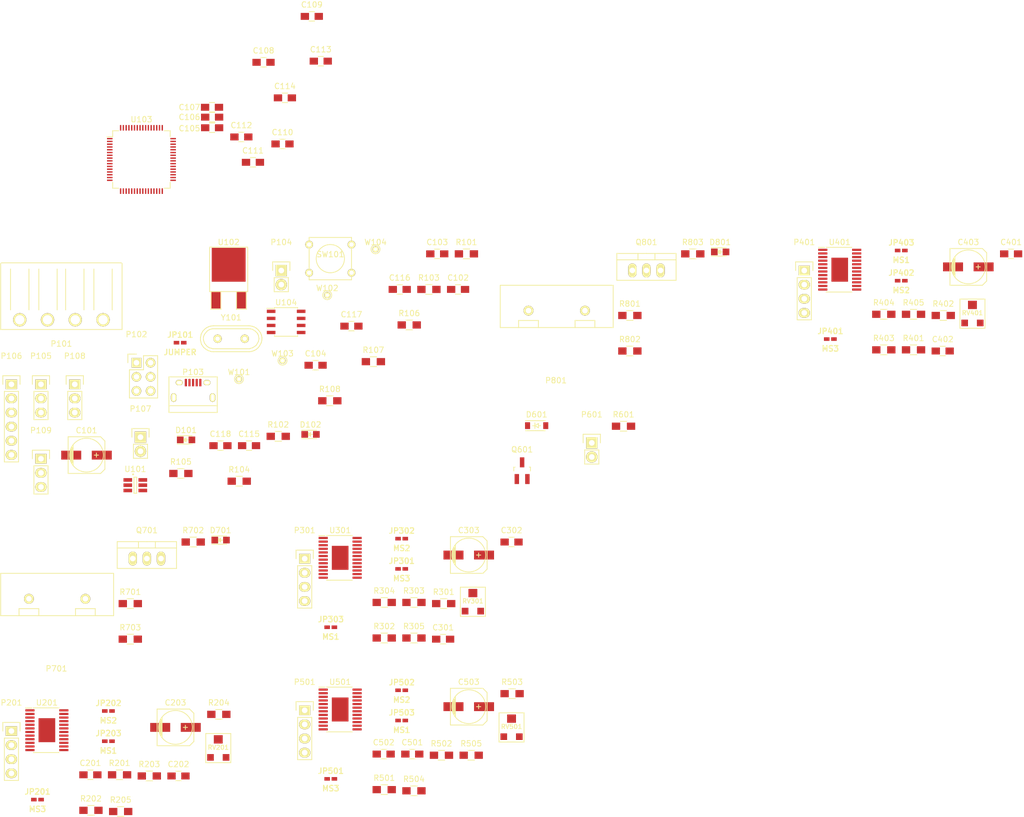
<source format=kicad_pcb>
(kicad_pcb (version 4) (host pcbnew 4.0.2+e4-6225~38~ubuntu16.04.1-stable)

  (general
    (links 297)
    (no_connects 297)
    (area 0 0 0 0)
    (thickness 1.6)
    (drawings 0)
    (tracks 0)
    (zones 0)
    (modules 120)
    (nets 138)
  )

  (page A4)
  (layers
    (0 F.Cu signal)
    (31 B.Cu signal)
    (36 B.SilkS user)
    (37 F.SilkS user)
    (38 B.Mask user)
    (39 F.Mask user)
    (42 Eco1.User user)
    (44 Edge.Cuts user)
  )

  (setup
    (last_trace_width 0.1524)
    (trace_clearance 0.1524)
    (zone_clearance 0.508)
    (zone_45_only no)
    (trace_min 0.1524)
    (segment_width 0.2)
    (edge_width 0.15)
    (via_size 0.6858)
    (via_drill 0.3302)
    (via_min_size 0.6858)
    (via_min_drill 0.3302)
    (uvia_size 0.762)
    (uvia_drill 0.508)
    (uvias_allowed no)
    (uvia_min_size 0)
    (uvia_min_drill 0)
    (pcb_text_width 0.3)
    (pcb_text_size 1.5 1.5)
    (mod_edge_width 0.15)
    (mod_text_size 1 1)
    (mod_text_width 0.15)
    (pad_size 1.524 1.524)
    (pad_drill 0.762)
    (pad_to_mask_clearance 0.2)
    (aux_axis_origin 0 0)
    (visible_elements FFFFFF7F)
    (pcbplotparams
      (layerselection 0x00030_80000001)
      (usegerberextensions false)
      (excludeedgelayer true)
      (linewidth 0.100000)
      (plotframeref false)
      (viasonmask false)
      (mode 1)
      (useauxorigin false)
      (hpglpennumber 1)
      (hpglpenspeed 20)
      (hpglpendiameter 15)
      (hpglpenoverlay 2)
      (psnegative false)
      (psa4output false)
      (plotreference true)
      (plotvalue true)
      (plotinvisibletext false)
      (padsonsilk false)
      (subtractmaskfromsilk false)
      (outputformat 1)
      (mirror false)
      (drillshape 1)
      (scaleselection 1)
      (outputdirectory ""))
  )

  (net 0 "")
  (net 1 +12v)
  (net 2 GND)
  (net 3 "Net-(C102-Pad1)")
  (net 4 "Net-(C103-Pad1)")
  (net 5 "Net-(C104-Pad1)")
  (net 6 +3.3v)
  (net 7 "Net-(C107-Pad1)")
  (net 8 "Net-(C113-Pad1)")
  (net 9 /NRST)
  (net 10 /E0_THERM)
  (net 11 /BED_THERM)
  (net 12 "Net-(C201-Pad1)")
  (net 13 "Net-(C201-Pad2)")
  (net 14 "Net-(C202-Pad1)")
  (net 15 "Net-(C301-Pad1)")
  (net 16 "Net-(C301-Pad2)")
  (net 17 "Net-(C302-Pad1)")
  (net 18 "Net-(C401-Pad1)")
  (net 19 "Net-(C401-Pad2)")
  (net 20 "Net-(C402-Pad1)")
  (net 21 "Net-(C501-Pad1)")
  (net 22 "Net-(C501-Pad2)")
  (net 23 "Net-(C502-Pad1)")
  (net 24 "Net-(D101-Pad2)")
  (net 25 "Net-(D102-Pad2)")
  (net 26 "Net-(D601-Pad1)")
  (net 27 "Net-(D701-Pad2)")
  (net 28 "Net-(D701-Pad1)")
  (net 29 "Net-(D801-Pad2)")
  (net 30 "Net-(D801-Pad1)")
  (net 31 "Net-(JP101-Pad2)")
  (net 32 "Net-(JP201-Pad2)")
  (net 33 "Net-(JP202-Pad2)")
  (net 34 "Net-(JP203-Pad2)")
  (net 35 "Net-(JP301-Pad2)")
  (net 36 "Net-(JP302-Pad2)")
  (net 37 "Net-(JP303-Pad2)")
  (net 38 "Net-(JP401-Pad2)")
  (net 39 "Net-(JP402-Pad2)")
  (net 40 "Net-(JP403-Pad2)")
  (net 41 "Net-(JP501-Pad2)")
  (net 42 "Net-(JP502-Pad2)")
  (net 43 "Net-(JP503-Pad2)")
  (net 44 /USB_DN)
  (net 45 /USB_DP)
  (net 46 "Net-(P103-Pad4)")
  (net 47 /X_STOP)
  (net 48 /SWCLK)
  (net 49 /SWDIO)
  (net 50 /SWO)
  (net 51 /Y_STOP)
  (net 52 /Z_STOP)
  (net 53 "Net-(P201-Pad1)")
  (net 54 "Net-(P201-Pad2)")
  (net 55 "Net-(P201-Pad3)")
  (net 56 "Net-(P201-Pad4)")
  (net 57 "Net-(P301-Pad1)")
  (net 58 "Net-(P301-Pad2)")
  (net 59 "Net-(P301-Pad3)")
  (net 60 "Net-(P301-Pad4)")
  (net 61 "Net-(P401-Pad1)")
  (net 62 "Net-(P401-Pad2)")
  (net 63 "Net-(P401-Pad3)")
  (net 64 "Net-(P401-Pad4)")
  (net 65 "Net-(P501-Pad1)")
  (net 66 "Net-(P501-Pad2)")
  (net 67 "Net-(P501-Pad3)")
  (net 68 "Net-(P501-Pad4)")
  (net 69 /Fan_FET/PWM_IN)
  (net 70 "Net-(Q701-Pad1)")
  (net 71 "Net-(Q801-Pad1)")
  (net 72 "Net-(R103-Pad1)")
  (net 73 /SCL)
  (net 74 /SDA)
  (net 75 "Net-(R201-Pad1)")
  (net 76 /X_Stepper/ENABLE)
  (net 77 "Net-(R203-Pad1)")
  (net 78 "Net-(R204-Pad1)")
  (net 79 "Net-(R205-Pad1)")
  (net 80 "Net-(R301-Pad1)")
  (net 81 /Y_Stepper/ENABLE)
  (net 82 "Net-(R303-Pad1)")
  (net 83 "Net-(R304-Pad1)")
  (net 84 "Net-(R305-Pad1)")
  (net 85 "Net-(R401-Pad1)")
  (net 86 /Z_Stepper/ENABLE)
  (net 87 "Net-(R403-Pad1)")
  (net 88 "Net-(R404-Pad1)")
  (net 89 "Net-(R405-Pad1)")
  (net 90 "Net-(R501-Pad1)")
  (net 91 /E0_Stepper/ENABLE)
  (net 92 "Net-(R503-Pad1)")
  (net 93 "Net-(R504-Pad1)")
  (net 94 "Net-(R505-Pad1)")
  (net 95 /E0_FET/PWM_IN)
  (net 96 /BED_FET/PWM_IN)
  (net 97 "Net-(RV201-Pad2)")
  (net 98 "Net-(RV301-Pad2)")
  (net 99 "Net-(RV401-Pad2)")
  (net 100 "Net-(RV501-Pad2)")
  (net 101 "Net-(U101-Pad1)")
  (net 102 "Net-(U101-Pad3)")
  (net 103 /X_Stepper/DIR)
  (net 104 /X_Stepper/STEP)
  (net 105 "Net-(U103-Pad8)")
  (net 106 "Net-(U103-Pad9)")
  (net 107 "Net-(U103-Pad10)")
  (net 108 "Net-(U103-Pad11)")
  (net 109 "Net-(U103-Pad16)")
  (net 110 "Net-(U103-Pad17)")
  (net 111 "Net-(U103-Pad20)")
  (net 112 "Net-(U103-Pad21)")
  (net 113 "Net-(U103-Pad22)")
  (net 114 "Net-(U103-Pad23)")
  (net 115 "Net-(U103-Pad24)")
  (net 116 "Net-(U103-Pad25)")
  (net 117 "Net-(U103-Pad26)")
  (net 118 "Net-(U103-Pad27)")
  (net 119 "Net-(U103-Pad28)")
  (net 120 "Net-(U103-Pad29)")
  (net 121 /E0_Stepper/STEP)
  (net 122 /E0_Stepper/DIR)
  (net 123 "Net-(U103-Pad36)")
  (net 124 /Z_Stepper/DIR)
  (net 125 /Z_Stepper/STEP)
  (net 126 "Net-(U103-Pad42)")
  (net 127 "Net-(U103-Pad43)")
  (net 128 "Net-(U103-Pad50)")
  (net 129 /Y_Stepper/DIR)
  (net 130 /Y_Stepper/STEP)
  (net 131 "Net-(U103-Pad62)")
  (net 132 "Net-(U104-Pad1)")
  (net 133 "Net-(U104-Pad7)")
  (net 134 /X_Stepper/nFAULT)
  (net 135 /Y_Stepper/nFAULT)
  (net 136 /Z_Stepper/nFAULT)
  (net 137 /E0_Stepper/nFAULT)

  (net_class Default "This is the default net class."
    (clearance 0.1524)
    (trace_width 0.1524)
    (via_dia 0.6858)
    (via_drill 0.3302)
    (uvia_dia 0.762)
    (uvia_drill 0.508)
    (add_net +12v)
    (add_net +3.3v)
    (add_net /BED_FET/PWM_IN)
    (add_net /BED_THERM)
    (add_net /E0_FET/PWM_IN)
    (add_net /E0_Stepper/DIR)
    (add_net /E0_Stepper/ENABLE)
    (add_net /E0_Stepper/STEP)
    (add_net /E0_Stepper/nFAULT)
    (add_net /E0_THERM)
    (add_net /Fan_FET/PWM_IN)
    (add_net /NRST)
    (add_net /SCL)
    (add_net /SDA)
    (add_net /SWCLK)
    (add_net /SWDIO)
    (add_net /SWO)
    (add_net /USB_DN)
    (add_net /USB_DP)
    (add_net /X_STOP)
    (add_net /X_Stepper/DIR)
    (add_net /X_Stepper/ENABLE)
    (add_net /X_Stepper/STEP)
    (add_net /X_Stepper/nFAULT)
    (add_net /Y_STOP)
    (add_net /Y_Stepper/DIR)
    (add_net /Y_Stepper/ENABLE)
    (add_net /Y_Stepper/STEP)
    (add_net /Y_Stepper/nFAULT)
    (add_net /Z_STOP)
    (add_net /Z_Stepper/DIR)
    (add_net /Z_Stepper/ENABLE)
    (add_net /Z_Stepper/STEP)
    (add_net /Z_Stepper/nFAULT)
    (add_net GND)
    (add_net "Net-(C102-Pad1)")
    (add_net "Net-(C103-Pad1)")
    (add_net "Net-(C104-Pad1)")
    (add_net "Net-(C107-Pad1)")
    (add_net "Net-(C113-Pad1)")
    (add_net "Net-(C201-Pad1)")
    (add_net "Net-(C201-Pad2)")
    (add_net "Net-(C202-Pad1)")
    (add_net "Net-(C301-Pad1)")
    (add_net "Net-(C301-Pad2)")
    (add_net "Net-(C302-Pad1)")
    (add_net "Net-(C401-Pad1)")
    (add_net "Net-(C401-Pad2)")
    (add_net "Net-(C402-Pad1)")
    (add_net "Net-(C501-Pad1)")
    (add_net "Net-(C501-Pad2)")
    (add_net "Net-(C502-Pad1)")
    (add_net "Net-(D101-Pad2)")
    (add_net "Net-(D102-Pad2)")
    (add_net "Net-(D601-Pad1)")
    (add_net "Net-(D701-Pad1)")
    (add_net "Net-(D701-Pad2)")
    (add_net "Net-(D801-Pad1)")
    (add_net "Net-(D801-Pad2)")
    (add_net "Net-(JP101-Pad2)")
    (add_net "Net-(JP201-Pad2)")
    (add_net "Net-(JP202-Pad2)")
    (add_net "Net-(JP203-Pad2)")
    (add_net "Net-(JP301-Pad2)")
    (add_net "Net-(JP302-Pad2)")
    (add_net "Net-(JP303-Pad2)")
    (add_net "Net-(JP401-Pad2)")
    (add_net "Net-(JP402-Pad2)")
    (add_net "Net-(JP403-Pad2)")
    (add_net "Net-(JP501-Pad2)")
    (add_net "Net-(JP502-Pad2)")
    (add_net "Net-(JP503-Pad2)")
    (add_net "Net-(P103-Pad4)")
    (add_net "Net-(P201-Pad1)")
    (add_net "Net-(P201-Pad2)")
    (add_net "Net-(P201-Pad3)")
    (add_net "Net-(P201-Pad4)")
    (add_net "Net-(P301-Pad1)")
    (add_net "Net-(P301-Pad2)")
    (add_net "Net-(P301-Pad3)")
    (add_net "Net-(P301-Pad4)")
    (add_net "Net-(P401-Pad1)")
    (add_net "Net-(P401-Pad2)")
    (add_net "Net-(P401-Pad3)")
    (add_net "Net-(P401-Pad4)")
    (add_net "Net-(P501-Pad1)")
    (add_net "Net-(P501-Pad2)")
    (add_net "Net-(P501-Pad3)")
    (add_net "Net-(P501-Pad4)")
    (add_net "Net-(Q701-Pad1)")
    (add_net "Net-(Q801-Pad1)")
    (add_net "Net-(R103-Pad1)")
    (add_net "Net-(R201-Pad1)")
    (add_net "Net-(R203-Pad1)")
    (add_net "Net-(R204-Pad1)")
    (add_net "Net-(R205-Pad1)")
    (add_net "Net-(R301-Pad1)")
    (add_net "Net-(R303-Pad1)")
    (add_net "Net-(R304-Pad1)")
    (add_net "Net-(R305-Pad1)")
    (add_net "Net-(R401-Pad1)")
    (add_net "Net-(R403-Pad1)")
    (add_net "Net-(R404-Pad1)")
    (add_net "Net-(R405-Pad1)")
    (add_net "Net-(R501-Pad1)")
    (add_net "Net-(R503-Pad1)")
    (add_net "Net-(R504-Pad1)")
    (add_net "Net-(R505-Pad1)")
    (add_net "Net-(RV201-Pad2)")
    (add_net "Net-(RV301-Pad2)")
    (add_net "Net-(RV401-Pad2)")
    (add_net "Net-(RV501-Pad2)")
    (add_net "Net-(U101-Pad1)")
    (add_net "Net-(U101-Pad3)")
    (add_net "Net-(U103-Pad10)")
    (add_net "Net-(U103-Pad11)")
    (add_net "Net-(U103-Pad16)")
    (add_net "Net-(U103-Pad17)")
    (add_net "Net-(U103-Pad20)")
    (add_net "Net-(U103-Pad21)")
    (add_net "Net-(U103-Pad22)")
    (add_net "Net-(U103-Pad23)")
    (add_net "Net-(U103-Pad24)")
    (add_net "Net-(U103-Pad25)")
    (add_net "Net-(U103-Pad26)")
    (add_net "Net-(U103-Pad27)")
    (add_net "Net-(U103-Pad28)")
    (add_net "Net-(U103-Pad29)")
    (add_net "Net-(U103-Pad36)")
    (add_net "Net-(U103-Pad42)")
    (add_net "Net-(U103-Pad43)")
    (add_net "Net-(U103-Pad50)")
    (add_net "Net-(U103-Pad62)")
    (add_net "Net-(U103-Pad8)")
    (add_net "Net-(U103-Pad9)")
    (add_net "Net-(U104-Pad1)")
    (add_net "Net-(U104-Pad7)")
  )

  (net_class Power ""
    (clearance 0.254)
    (trace_width 0.6096)
    (via_dia 0.889)
    (via_drill 0.4572)
    (uvia_dia 0.762)
    (uvia_drill 0.508)
  )

  (module Capacitors_SMD:c_elec_6.3x5.8 (layer F.Cu) (tedit 55729627) (tstamp 57A015CA)
    (at 163.089001 123.842)
    (descr "SMT capacitor, aluminium electrolytic, 6.3x5.8")
    (path /57AB635F)
    (attr smd)
    (fp_text reference C101 (at 0 -4.445) (layer F.SilkS)
      (effects (font (size 1 1) (thickness 0.15)))
    )
    (fp_text value 100uf (at 0 4.445) (layer F.Fab)
      (effects (font (size 1 1) (thickness 0.15)))
    )
    (fp_line (start -4.85 -3.65) (end 4.85 -3.7) (layer F.CrtYd) (width 0.05))
    (fp_line (start 4.85 -3.7) (end 4.85 3.65) (layer F.CrtYd) (width 0.05))
    (fp_line (start 4.85 3.65) (end -4.85 3.65) (layer F.CrtYd) (width 0.05))
    (fp_line (start -4.85 3.65) (end -4.85 -3.65) (layer F.CrtYd) (width 0.05))
    (fp_line (start -2.921 -0.762) (end -2.921 0.762) (layer F.SilkS) (width 0.15))
    (fp_line (start -2.794 1.143) (end -2.794 -1.143) (layer F.SilkS) (width 0.15))
    (fp_line (start -2.667 -1.397) (end -2.667 1.397) (layer F.SilkS) (width 0.15))
    (fp_line (start -2.54 1.651) (end -2.54 -1.651) (layer F.SilkS) (width 0.15))
    (fp_line (start -2.413 -1.778) (end -2.413 1.778) (layer F.SilkS) (width 0.15))
    (fp_line (start -3.302 -3.302) (end -3.302 3.302) (layer F.SilkS) (width 0.15))
    (fp_line (start -3.302 3.302) (end 2.54 3.302) (layer F.SilkS) (width 0.15))
    (fp_line (start 2.54 3.302) (end 3.302 2.54) (layer F.SilkS) (width 0.15))
    (fp_line (start 3.302 2.54) (end 3.302 -2.54) (layer F.SilkS) (width 0.15))
    (fp_line (start 3.302 -2.54) (end 2.54 -3.302) (layer F.SilkS) (width 0.15))
    (fp_line (start 2.54 -3.302) (end -3.302 -3.302) (layer F.SilkS) (width 0.15))
    (fp_line (start 2.159 0) (end 1.397 0) (layer F.SilkS) (width 0.15))
    (fp_line (start 1.778 -0.381) (end 1.778 0.381) (layer F.SilkS) (width 0.15))
    (fp_circle (center 0 0) (end -3.048 0) (layer F.SilkS) (width 0.15))
    (pad 1 smd rect (at 2.75082 0) (size 3.59918 1.6002) (layers F.Cu F.Mask)
      (net 1 +12v))
    (pad 2 smd rect (at -2.75082 0) (size 3.59918 1.6002) (layers F.Cu F.Mask)
      (net 2 GND))
    (model Capacitors_SMD.3dshapes/c_elec_6.3x5.8.wrl
      (at (xyz 0 0 0))
      (scale (xyz 1 1 1))
      (rotate (xyz 0 0 0))
    )
  )

  (module Capacitors_SMD:C_0805_HandSoldering (layer F.Cu) (tedit 541A9B8D) (tstamp 57A015D0)
    (at 229.949001 94.007)
    (descr "Capacitor SMD 0805, hand soldering")
    (tags "capacitor 0805")
    (path /579ED628)
    (attr smd)
    (fp_text reference C102 (at 0 -2.1) (layer F.SilkS)
      (effects (font (size 1 1) (thickness 0.15)))
    )
    (fp_text value 10uf (at 0 2.1) (layer F.Fab)
      (effects (font (size 1 1) (thickness 0.15)))
    )
    (fp_line (start -2.3 -1) (end 2.3 -1) (layer F.CrtYd) (width 0.05))
    (fp_line (start -2.3 1) (end 2.3 1) (layer F.CrtYd) (width 0.05))
    (fp_line (start -2.3 -1) (end -2.3 1) (layer F.CrtYd) (width 0.05))
    (fp_line (start 2.3 -1) (end 2.3 1) (layer F.CrtYd) (width 0.05))
    (fp_line (start 0.5 -0.85) (end -0.5 -0.85) (layer F.SilkS) (width 0.15))
    (fp_line (start -0.5 0.85) (end 0.5 0.85) (layer F.SilkS) (width 0.15))
    (pad 1 smd rect (at -1.25 0) (size 1.5 1.25) (layers F.Cu F.Mask)
      (net 3 "Net-(C102-Pad1)"))
    (pad 2 smd rect (at 1.25 0) (size 1.5 1.25) (layers F.Cu F.Mask)
      (net 2 GND))
    (model Capacitors_SMD.3dshapes/C_0805_HandSoldering.wrl
      (at (xyz 0 0 0))
      (scale (xyz 1 1 1))
      (rotate (xyz 0 0 0))
    )
  )

  (module Capacitors_SMD:C_0805_HandSoldering (layer F.Cu) (tedit 541A9B8D) (tstamp 57A015D6)
    (at 226.199001 87.607)
    (descr "Capacitor SMD 0805, hand soldering")
    (tags "capacitor 0805")
    (path /579EAFE8)
    (attr smd)
    (fp_text reference C103 (at 0 -2.1) (layer F.SilkS)
      (effects (font (size 1 1) (thickness 0.15)))
    )
    (fp_text value 20pf (at 0 2.1) (layer F.Fab)
      (effects (font (size 1 1) (thickness 0.15)))
    )
    (fp_line (start -2.3 -1) (end 2.3 -1) (layer F.CrtYd) (width 0.05))
    (fp_line (start -2.3 1) (end 2.3 1) (layer F.CrtYd) (width 0.05))
    (fp_line (start -2.3 -1) (end -2.3 1) (layer F.CrtYd) (width 0.05))
    (fp_line (start 2.3 -1) (end 2.3 1) (layer F.CrtYd) (width 0.05))
    (fp_line (start 0.5 -0.85) (end -0.5 -0.85) (layer F.SilkS) (width 0.15))
    (fp_line (start -0.5 0.85) (end 0.5 0.85) (layer F.SilkS) (width 0.15))
    (pad 1 smd rect (at -1.25 0) (size 1.5 1.25) (layers F.Cu F.Mask)
      (net 4 "Net-(C103-Pad1)"))
    (pad 2 smd rect (at 1.25 0) (size 1.5 1.25) (layers F.Cu F.Mask)
      (net 2 GND))
    (model Capacitors_SMD.3dshapes/C_0805_HandSoldering.wrl
      (at (xyz 0 0 0))
      (scale (xyz 1 1 1))
      (rotate (xyz 0 0 0))
    )
  )

  (module Capacitors_SMD:C_0805_HandSoldering (layer F.Cu) (tedit 541A9B8D) (tstamp 57A015DC)
    (at 204.309001 107.657)
    (descr "Capacitor SMD 0805, hand soldering")
    (tags "capacitor 0805")
    (path /579EA7A9)
    (attr smd)
    (fp_text reference C104 (at 0 -2.1) (layer F.SilkS)
      (effects (font (size 1 1) (thickness 0.15)))
    )
    (fp_text value 20pf (at 0 2.1) (layer F.Fab)
      (effects (font (size 1 1) (thickness 0.15)))
    )
    (fp_line (start -2.3 -1) (end 2.3 -1) (layer F.CrtYd) (width 0.05))
    (fp_line (start -2.3 1) (end 2.3 1) (layer F.CrtYd) (width 0.05))
    (fp_line (start -2.3 -1) (end -2.3 1) (layer F.CrtYd) (width 0.05))
    (fp_line (start 2.3 -1) (end 2.3 1) (layer F.CrtYd) (width 0.05))
    (fp_line (start 0.5 -0.85) (end -0.5 -0.85) (layer F.SilkS) (width 0.15))
    (fp_line (start -0.5 0.85) (end 0.5 0.85) (layer F.SilkS) (width 0.15))
    (pad 1 smd rect (at -1.25 0) (size 1.5 1.25) (layers F.Cu F.Mask)
      (net 5 "Net-(C104-Pad1)"))
    (pad 2 smd rect (at 1.25 0) (size 1.5 1.25) (layers F.Cu F.Mask)
      (net 2 GND))
    (model Capacitors_SMD.3dshapes/C_0805_HandSoldering.wrl
      (at (xyz 0 0 0))
      (scale (xyz 1 1 1))
      (rotate (xyz 0 0 0))
    )
  )

  (module Capacitors_SMD:C_0805_HandSoldering (layer F.Cu) (tedit 541A9B8D) (tstamp 57A015E2)
    (at 185.694 64.899)
    (descr "Capacitor SMD 0805, hand soldering")
    (tags "capacitor 0805")
    (path /579E3169)
    (attr smd)
    (fp_text reference C105 (at -4.084 0.125) (layer F.SilkS)
      (effects (font (size 1 1) (thickness 0.15)))
    )
    (fp_text value 100nf (at 0 2.1) (layer F.Fab)
      (effects (font (size 1 1) (thickness 0.15)))
    )
    (fp_line (start -2.3 -1) (end 2.3 -1) (layer F.CrtYd) (width 0.05))
    (fp_line (start -2.3 1) (end 2.3 1) (layer F.CrtYd) (width 0.05))
    (fp_line (start -2.3 -1) (end -2.3 1) (layer F.CrtYd) (width 0.05))
    (fp_line (start 2.3 -1) (end 2.3 1) (layer F.CrtYd) (width 0.05))
    (fp_line (start 0.5 -0.85) (end -0.5 -0.85) (layer F.SilkS) (width 0.15))
    (fp_line (start -0.5 0.85) (end 0.5 0.85) (layer F.SilkS) (width 0.15))
    (pad 1 smd rect (at -1.25 0) (size 1.5 1.25) (layers F.Cu F.Mask)
      (net 6 +3.3v))
    (pad 2 smd rect (at 1.25 0) (size 1.5 1.25) (layers F.Cu F.Mask)
      (net 2 GND))
    (model Capacitors_SMD.3dshapes/C_0805_HandSoldering.wrl
      (at (xyz 0 0 0))
      (scale (xyz 1 1 1))
      (rotate (xyz 0 0 0))
    )
  )

  (module Capacitors_SMD:C_0805_HandSoldering (layer F.Cu) (tedit 541A9B8D) (tstamp 57A015E8)
    (at 185.694 62.992)
    (descr "Capacitor SMD 0805, hand soldering")
    (tags "capacitor 0805")
    (path /57A7896C)
    (attr smd)
    (fp_text reference C106 (at -4.084 0) (layer F.SilkS)
      (effects (font (size 1 1) (thickness 0.15)))
    )
    (fp_text value 100nf (at 0 2.1) (layer F.Fab)
      (effects (font (size 1 1) (thickness 0.15)))
    )
    (fp_line (start -2.3 -1) (end 2.3 -1) (layer F.CrtYd) (width 0.05))
    (fp_line (start -2.3 1) (end 2.3 1) (layer F.CrtYd) (width 0.05))
    (fp_line (start -2.3 -1) (end -2.3 1) (layer F.CrtYd) (width 0.05))
    (fp_line (start 2.3 -1) (end 2.3 1) (layer F.CrtYd) (width 0.05))
    (fp_line (start 0.5 -0.85) (end -0.5 -0.85) (layer F.SilkS) (width 0.15))
    (fp_line (start -0.5 0.85) (end 0.5 0.85) (layer F.SilkS) (width 0.15))
    (pad 1 smd rect (at -1.25 0) (size 1.5 1.25) (layers F.Cu F.Mask)
      (net 6 +3.3v))
    (pad 2 smd rect (at 1.25 0) (size 1.5 1.25) (layers F.Cu F.Mask)
      (net 2 GND))
    (model Capacitors_SMD.3dshapes/C_0805_HandSoldering.wrl
      (at (xyz 0 0 0))
      (scale (xyz 1 1 1))
      (rotate (xyz 0 0 0))
    )
  )

  (module Capacitors_SMD:C_0805_HandSoldering (layer F.Cu) (tedit 541A9B8D) (tstamp 57A015EE)
    (at 185.674 61.214)
    (descr "Capacitor SMD 0805, hand soldering")
    (tags "capacitor 0805")
    (path /579D6EB4)
    (attr smd)
    (fp_text reference C107 (at -4.064 0) (layer F.SilkS)
      (effects (font (size 1 1) (thickness 0.15)))
    )
    (fp_text value 100nf (at 0 2.1) (layer F.Fab)
      (effects (font (size 1 1) (thickness 0.15)))
    )
    (fp_line (start -2.3 -1) (end 2.3 -1) (layer F.CrtYd) (width 0.05))
    (fp_line (start -2.3 1) (end 2.3 1) (layer F.CrtYd) (width 0.05))
    (fp_line (start -2.3 -1) (end -2.3 1) (layer F.CrtYd) (width 0.05))
    (fp_line (start 2.3 -1) (end 2.3 1) (layer F.CrtYd) (width 0.05))
    (fp_line (start 0.5 -0.85) (end -0.5 -0.85) (layer F.SilkS) (width 0.15))
    (fp_line (start -0.5 0.85) (end 0.5 0.85) (layer F.SilkS) (width 0.15))
    (pad 1 smd rect (at -1.25 0) (size 1.5 1.25) (layers F.Cu F.Mask)
      (net 7 "Net-(C107-Pad1)"))
    (pad 2 smd rect (at 1.25 0) (size 1.5 1.25) (layers F.Cu F.Mask)
      (net 2 GND))
    (model Capacitors_SMD.3dshapes/C_0805_HandSoldering.wrl
      (at (xyz 0 0 0))
      (scale (xyz 1 1 1))
      (rotate (xyz 0 0 0))
    )
  )

  (module Capacitors_SMD:C_0805_HandSoldering (layer F.Cu) (tedit 541A9B8D) (tstamp 57A015F4)
    (at 194.941001 53.119)
    (descr "Capacitor SMD 0805, hand soldering")
    (tags "capacitor 0805")
    (path /57A78A83)
    (attr smd)
    (fp_text reference C108 (at 0 -2.1) (layer F.SilkS)
      (effects (font (size 1 1) (thickness 0.15)))
    )
    (fp_text value 100nf (at 0 2.1) (layer F.Fab)
      (effects (font (size 1 1) (thickness 0.15)))
    )
    (fp_line (start -2.3 -1) (end 2.3 -1) (layer F.CrtYd) (width 0.05))
    (fp_line (start -2.3 1) (end 2.3 1) (layer F.CrtYd) (width 0.05))
    (fp_line (start -2.3 -1) (end -2.3 1) (layer F.CrtYd) (width 0.05))
    (fp_line (start 2.3 -1) (end 2.3 1) (layer F.CrtYd) (width 0.05))
    (fp_line (start 0.5 -0.85) (end -0.5 -0.85) (layer F.SilkS) (width 0.15))
    (fp_line (start -0.5 0.85) (end 0.5 0.85) (layer F.SilkS) (width 0.15))
    (pad 1 smd rect (at -1.25 0) (size 1.5 1.25) (layers F.Cu F.Mask)
      (net 6 +3.3v))
    (pad 2 smd rect (at 1.25 0) (size 1.5 1.25) (layers F.Cu F.Mask)
      (net 2 GND))
    (model Capacitors_SMD.3dshapes/C_0805_HandSoldering.wrl
      (at (xyz 0 0 0))
      (scale (xyz 1 1 1))
      (rotate (xyz 0 0 0))
    )
  )

  (module Capacitors_SMD:C_0805_HandSoldering (layer F.Cu) (tedit 541A9B8D) (tstamp 57A015FA)
    (at 203.631001 44.849)
    (descr "Capacitor SMD 0805, hand soldering")
    (tags "capacitor 0805")
    (path /579D6E02)
    (attr smd)
    (fp_text reference C109 (at 0 -2.1) (layer F.SilkS)
      (effects (font (size 1 1) (thickness 0.15)))
    )
    (fp_text value 1uf (at 0 2.1) (layer F.Fab)
      (effects (font (size 1 1) (thickness 0.15)))
    )
    (fp_line (start -2.3 -1) (end 2.3 -1) (layer F.CrtYd) (width 0.05))
    (fp_line (start -2.3 1) (end 2.3 1) (layer F.CrtYd) (width 0.05))
    (fp_line (start -2.3 -1) (end -2.3 1) (layer F.CrtYd) (width 0.05))
    (fp_line (start 2.3 -1) (end 2.3 1) (layer F.CrtYd) (width 0.05))
    (fp_line (start 0.5 -0.85) (end -0.5 -0.85) (layer F.SilkS) (width 0.15))
    (fp_line (start -0.5 0.85) (end 0.5 0.85) (layer F.SilkS) (width 0.15))
    (pad 1 smd rect (at -1.25 0) (size 1.5 1.25) (layers F.Cu F.Mask)
      (net 7 "Net-(C107-Pad1)"))
    (pad 2 smd rect (at 1.25 0) (size 1.5 1.25) (layers F.Cu F.Mask)
      (net 2 GND))
    (model Capacitors_SMD.3dshapes/C_0805_HandSoldering.wrl
      (at (xyz 0 0 0))
      (scale (xyz 1 1 1))
      (rotate (xyz 0 0 0))
    )
  )

  (module Capacitors_SMD:C_0805_HandSoldering (layer F.Cu) (tedit 541A9B8D) (tstamp 57A01600)
    (at 198.354 67.818)
    (descr "Capacitor SMD 0805, hand soldering")
    (tags "capacitor 0805")
    (path /57A78B91)
    (attr smd)
    (fp_text reference C110 (at 0 -2.1) (layer F.SilkS)
      (effects (font (size 1 1) (thickness 0.15)))
    )
    (fp_text value 100nf (at 0 2.1) (layer F.Fab)
      (effects (font (size 1 1) (thickness 0.15)))
    )
    (fp_line (start -2.3 -1) (end 2.3 -1) (layer F.CrtYd) (width 0.05))
    (fp_line (start -2.3 1) (end 2.3 1) (layer F.CrtYd) (width 0.05))
    (fp_line (start -2.3 -1) (end -2.3 1) (layer F.CrtYd) (width 0.05))
    (fp_line (start 2.3 -1) (end 2.3 1) (layer F.CrtYd) (width 0.05))
    (fp_line (start 0.5 -0.85) (end -0.5 -0.85) (layer F.SilkS) (width 0.15))
    (fp_line (start -0.5 0.85) (end 0.5 0.85) (layer F.SilkS) (width 0.15))
    (pad 1 smd rect (at -1.25 0) (size 1.5 1.25) (layers F.Cu F.Mask)
      (net 6 +3.3v))
    (pad 2 smd rect (at 1.25 0) (size 1.5 1.25) (layers F.Cu F.Mask)
      (net 2 GND))
    (model Capacitors_SMD.3dshapes/C_0805_HandSoldering.wrl
      (at (xyz 0 0 0))
      (scale (xyz 1 1 1))
      (rotate (xyz 0 0 0))
    )
  )

  (module Capacitors_SMD:C_0805_HandSoldering (layer F.Cu) (tedit 541A9B8D) (tstamp 57A01606)
    (at 193.04 71.12)
    (descr "Capacitor SMD 0805, hand soldering")
    (tags "capacitor 0805")
    (path /57A78C9C)
    (attr smd)
    (fp_text reference C111 (at 0 -2.1) (layer F.SilkS)
      (effects (font (size 1 1) (thickness 0.15)))
    )
    (fp_text value 100nf (at 0 2.1) (layer F.Fab)
      (effects (font (size 1 1) (thickness 0.15)))
    )
    (fp_line (start -2.3 -1) (end 2.3 -1) (layer F.CrtYd) (width 0.05))
    (fp_line (start -2.3 1) (end 2.3 1) (layer F.CrtYd) (width 0.05))
    (fp_line (start -2.3 -1) (end -2.3 1) (layer F.CrtYd) (width 0.05))
    (fp_line (start 2.3 -1) (end 2.3 1) (layer F.CrtYd) (width 0.05))
    (fp_line (start 0.5 -0.85) (end -0.5 -0.85) (layer F.SilkS) (width 0.15))
    (fp_line (start -0.5 0.85) (end 0.5 0.85) (layer F.SilkS) (width 0.15))
    (pad 1 smd rect (at -1.25 0) (size 1.5 1.25) (layers F.Cu F.Mask)
      (net 6 +3.3v))
    (pad 2 smd rect (at 1.25 0) (size 1.5 1.25) (layers F.Cu F.Mask)
      (net 2 GND))
    (model Capacitors_SMD.3dshapes/C_0805_HandSoldering.wrl
      (at (xyz 0 0 0))
      (scale (xyz 1 1 1))
      (rotate (xyz 0 0 0))
    )
  )

  (module Capacitors_SMD:C_0805_HandSoldering (layer F.Cu) (tedit 541A9B8D) (tstamp 57A0160C)
    (at 190.951001 66.559)
    (descr "Capacitor SMD 0805, hand soldering")
    (tags "capacitor 0805")
    (path /57A78DA2)
    (attr smd)
    (fp_text reference C112 (at 0 -2.1) (layer F.SilkS)
      (effects (font (size 1 1) (thickness 0.15)))
    )
    (fp_text value 100nf (at 0 2.1) (layer F.Fab)
      (effects (font (size 1 1) (thickness 0.15)))
    )
    (fp_line (start -2.3 -1) (end 2.3 -1) (layer F.CrtYd) (width 0.05))
    (fp_line (start -2.3 1) (end 2.3 1) (layer F.CrtYd) (width 0.05))
    (fp_line (start -2.3 -1) (end -2.3 1) (layer F.CrtYd) (width 0.05))
    (fp_line (start 2.3 -1) (end 2.3 1) (layer F.CrtYd) (width 0.05))
    (fp_line (start 0.5 -0.85) (end -0.5 -0.85) (layer F.SilkS) (width 0.15))
    (fp_line (start -0.5 0.85) (end 0.5 0.85) (layer F.SilkS) (width 0.15))
    (pad 1 smd rect (at -1.25 0) (size 1.5 1.25) (layers F.Cu F.Mask)
      (net 6 +3.3v))
    (pad 2 smd rect (at 1.25 0) (size 1.5 1.25) (layers F.Cu F.Mask)
      (net 2 GND))
    (model Capacitors_SMD.3dshapes/C_0805_HandSoldering.wrl
      (at (xyz 0 0 0))
      (scale (xyz 1 1 1))
      (rotate (xyz 0 0 0))
    )
  )

  (module Capacitors_SMD:C_0805_HandSoldering (layer F.Cu) (tedit 541A9B8D) (tstamp 57A01612)
    (at 205.241001 52.909)
    (descr "Capacitor SMD 0805, hand soldering")
    (tags "capacitor 0805")
    (path /579E366F)
    (attr smd)
    (fp_text reference C113 (at 0 -2.1) (layer F.SilkS)
      (effects (font (size 1 1) (thickness 0.15)))
    )
    (fp_text value 4.7uf (at 0 2.1) (layer F.Fab)
      (effects (font (size 1 1) (thickness 0.15)))
    )
    (fp_line (start -2.3 -1) (end 2.3 -1) (layer F.CrtYd) (width 0.05))
    (fp_line (start -2.3 1) (end 2.3 1) (layer F.CrtYd) (width 0.05))
    (fp_line (start -2.3 -1) (end -2.3 1) (layer F.CrtYd) (width 0.05))
    (fp_line (start 2.3 -1) (end 2.3 1) (layer F.CrtYd) (width 0.05))
    (fp_line (start 0.5 -0.85) (end -0.5 -0.85) (layer F.SilkS) (width 0.15))
    (fp_line (start -0.5 0.85) (end 0.5 0.85) (layer F.SilkS) (width 0.15))
    (pad 1 smd rect (at -1.25 0) (size 1.5 1.25) (layers F.Cu F.Mask)
      (net 8 "Net-(C113-Pad1)"))
    (pad 2 smd rect (at 1.25 0) (size 1.5 1.25) (layers F.Cu F.Mask)
      (net 2 GND))
    (model Capacitors_SMD.3dshapes/C_0805_HandSoldering.wrl
      (at (xyz 0 0 0))
      (scale (xyz 1 1 1))
      (rotate (xyz 0 0 0))
    )
  )

  (module Capacitors_SMD:C_0805_HandSoldering (layer F.Cu) (tedit 541A9B8D) (tstamp 57A01618)
    (at 198.791001 59.519)
    (descr "Capacitor SMD 0805, hand soldering")
    (tags "capacitor 0805")
    (path /579D543E)
    (attr smd)
    (fp_text reference C114 (at 0 -2.1) (layer F.SilkS)
      (effects (font (size 1 1) (thickness 0.15)))
    )
    (fp_text value 4.7uf (at 0 2.1) (layer F.Fab)
      (effects (font (size 1 1) (thickness 0.15)))
    )
    (fp_line (start -2.3 -1) (end 2.3 -1) (layer F.CrtYd) (width 0.05))
    (fp_line (start -2.3 1) (end 2.3 1) (layer F.CrtYd) (width 0.05))
    (fp_line (start -2.3 -1) (end -2.3 1) (layer F.CrtYd) (width 0.05))
    (fp_line (start 2.3 -1) (end 2.3 1) (layer F.CrtYd) (width 0.05))
    (fp_line (start 0.5 -0.85) (end -0.5 -0.85) (layer F.SilkS) (width 0.15))
    (fp_line (start -0.5 0.85) (end 0.5 0.85) (layer F.SilkS) (width 0.15))
    (pad 1 smd rect (at -1.25 0) (size 1.5 1.25) (layers F.Cu F.Mask)
      (net 6 +3.3v))
    (pad 2 smd rect (at 1.25 0) (size 1.5 1.25) (layers F.Cu F.Mask)
      (net 2 GND))
    (model Capacitors_SMD.3dshapes/C_0805_HandSoldering.wrl
      (at (xyz 0 0 0))
      (scale (xyz 1 1 1))
      (rotate (xyz 0 0 0))
    )
  )

  (module Capacitors_SMD:C_0805_HandSoldering (layer F.Cu) (tedit 541A9B8D) (tstamp 57A0161E)
    (at 192.339001 122.137)
    (descr "Capacitor SMD 0805, hand soldering")
    (tags "capacitor 0805")
    (path /57AD4D95)
    (attr smd)
    (fp_text reference C115 (at 0 -2.1) (layer F.SilkS)
      (effects (font (size 1 1) (thickness 0.15)))
    )
    (fp_text value 0.1uf (at 0 2.1) (layer F.Fab)
      (effects (font (size 1 1) (thickness 0.15)))
    )
    (fp_line (start -2.3 -1) (end 2.3 -1) (layer F.CrtYd) (width 0.05))
    (fp_line (start -2.3 1) (end 2.3 1) (layer F.CrtYd) (width 0.05))
    (fp_line (start -2.3 -1) (end -2.3 1) (layer F.CrtYd) (width 0.05))
    (fp_line (start 2.3 -1) (end 2.3 1) (layer F.CrtYd) (width 0.05))
    (fp_line (start 0.5 -0.85) (end -0.5 -0.85) (layer F.SilkS) (width 0.15))
    (fp_line (start -0.5 0.85) (end 0.5 0.85) (layer F.SilkS) (width 0.15))
    (pad 1 smd rect (at -1.25 0) (size 1.5 1.25) (layers F.Cu F.Mask)
      (net 2 GND))
    (pad 2 smd rect (at 1.25 0) (size 1.5 1.25) (layers F.Cu F.Mask)
      (net 9 /NRST))
    (model Capacitors_SMD.3dshapes/C_0805_HandSoldering.wrl
      (at (xyz 0 0 0))
      (scale (xyz 1 1 1))
      (rotate (xyz 0 0 0))
    )
  )

  (module Capacitors_SMD:C_0805_HandSoldering (layer F.Cu) (tedit 541A9B8D) (tstamp 57A01624)
    (at 219.449001 94.007)
    (descr "Capacitor SMD 0805, hand soldering")
    (tags "capacitor 0805")
    (path /57A92C56)
    (attr smd)
    (fp_text reference C116 (at 0 -2.1) (layer F.SilkS)
      (effects (font (size 1 1) (thickness 0.15)))
    )
    (fp_text value 10uf (at 0 2.1) (layer F.Fab)
      (effects (font (size 1 1) (thickness 0.15)))
    )
    (fp_line (start -2.3 -1) (end 2.3 -1) (layer F.CrtYd) (width 0.05))
    (fp_line (start -2.3 1) (end 2.3 1) (layer F.CrtYd) (width 0.05))
    (fp_line (start -2.3 -1) (end -2.3 1) (layer F.CrtYd) (width 0.05))
    (fp_line (start 2.3 -1) (end 2.3 1) (layer F.CrtYd) (width 0.05))
    (fp_line (start 0.5 -0.85) (end -0.5 -0.85) (layer F.SilkS) (width 0.15))
    (fp_line (start -0.5 0.85) (end 0.5 0.85) (layer F.SilkS) (width 0.15))
    (pad 1 smd rect (at -1.25 0) (size 1.5 1.25) (layers F.Cu F.Mask)
      (net 2 GND))
    (pad 2 smd rect (at 1.25 0) (size 1.5 1.25) (layers F.Cu F.Mask)
      (net 10 /E0_THERM))
    (model Capacitors_SMD.3dshapes/C_0805_HandSoldering.wrl
      (at (xyz 0 0 0))
      (scale (xyz 1 1 1))
      (rotate (xyz 0 0 0))
    )
  )

  (module Capacitors_SMD:C_0805_HandSoldering (layer F.Cu) (tedit 541A9B8D) (tstamp 57A0162A)
    (at 210.759001 100.617)
    (descr "Capacitor SMD 0805, hand soldering")
    (tags "capacitor 0805")
    (path /57A96F16)
    (attr smd)
    (fp_text reference C117 (at 0 -2.1) (layer F.SilkS)
      (effects (font (size 1 1) (thickness 0.15)))
    )
    (fp_text value 10uf (at 0 2.1) (layer F.Fab)
      (effects (font (size 1 1) (thickness 0.15)))
    )
    (fp_line (start -2.3 -1) (end 2.3 -1) (layer F.CrtYd) (width 0.05))
    (fp_line (start -2.3 1) (end 2.3 1) (layer F.CrtYd) (width 0.05))
    (fp_line (start -2.3 -1) (end -2.3 1) (layer F.CrtYd) (width 0.05))
    (fp_line (start 2.3 -1) (end 2.3 1) (layer F.CrtYd) (width 0.05))
    (fp_line (start 0.5 -0.85) (end -0.5 -0.85) (layer F.SilkS) (width 0.15))
    (fp_line (start -0.5 0.85) (end 0.5 0.85) (layer F.SilkS) (width 0.15))
    (pad 1 smd rect (at -1.25 0) (size 1.5 1.25) (layers F.Cu F.Mask)
      (net 2 GND))
    (pad 2 smd rect (at 1.25 0) (size 1.5 1.25) (layers F.Cu F.Mask)
      (net 11 /BED_THERM))
    (model Capacitors_SMD.3dshapes/C_0805_HandSoldering.wrl
      (at (xyz 0 0 0))
      (scale (xyz 1 1 1))
      (rotate (xyz 0 0 0))
    )
  )

  (module Capacitors_SMD:C_0805_HandSoldering (layer F.Cu) (tedit 541A9B8D) (tstamp 57A01630)
    (at 187.189001 122.137)
    (descr "Capacitor SMD 0805, hand soldering")
    (tags "capacitor 0805")
    (path /57B1C4CB)
    (attr smd)
    (fp_text reference C118 (at 0 -2.1) (layer F.SilkS)
      (effects (font (size 1 1) (thickness 0.15)))
    )
    (fp_text value 0.1uf (at 0 2.1) (layer F.Fab)
      (effects (font (size 1 1) (thickness 0.15)))
    )
    (fp_line (start -2.3 -1) (end 2.3 -1) (layer F.CrtYd) (width 0.05))
    (fp_line (start -2.3 1) (end 2.3 1) (layer F.CrtYd) (width 0.05))
    (fp_line (start -2.3 -1) (end -2.3 1) (layer F.CrtYd) (width 0.05))
    (fp_line (start 2.3 -1) (end 2.3 1) (layer F.CrtYd) (width 0.05))
    (fp_line (start 0.5 -0.85) (end -0.5 -0.85) (layer F.SilkS) (width 0.15))
    (fp_line (start -0.5 0.85) (end 0.5 0.85) (layer F.SilkS) (width 0.15))
    (pad 1 smd rect (at -1.25 0) (size 1.5 1.25) (layers F.Cu F.Mask)
      (net 2 GND))
    (pad 2 smd rect (at 1.25 0) (size 1.5 1.25) (layers F.Cu F.Mask)
      (net 6 +3.3v))
    (model Capacitors_SMD.3dshapes/C_0805_HandSoldering.wrl
      (at (xyz 0 0 0))
      (scale (xyz 1 1 1))
      (rotate (xyz 0 0 0))
    )
  )

  (module Capacitors_SMD:C_0805_HandSoldering (layer F.Cu) (tedit 541A9B8D) (tstamp 57A01636)
    (at 163.789001 181.397)
    (descr "Capacitor SMD 0805, hand soldering")
    (tags "capacitor 0805")
    (path /579F3F70/579F48E9)
    (attr smd)
    (fp_text reference C201 (at 0 -2.1) (layer F.SilkS)
      (effects (font (size 1 1) (thickness 0.15)))
    )
    (fp_text value 0.1uf (at 0 2.1) (layer F.Fab)
      (effects (font (size 1 1) (thickness 0.15)))
    )
    (fp_line (start -2.3 -1) (end 2.3 -1) (layer F.CrtYd) (width 0.05))
    (fp_line (start -2.3 1) (end 2.3 1) (layer F.CrtYd) (width 0.05))
    (fp_line (start -2.3 -1) (end -2.3 1) (layer F.CrtYd) (width 0.05))
    (fp_line (start 2.3 -1) (end 2.3 1) (layer F.CrtYd) (width 0.05))
    (fp_line (start 0.5 -0.85) (end -0.5 -0.85) (layer F.SilkS) (width 0.15))
    (fp_line (start -0.5 0.85) (end 0.5 0.85) (layer F.SilkS) (width 0.15))
    (pad 1 smd rect (at -1.25 0) (size 1.5 1.25) (layers F.Cu F.Mask)
      (net 12 "Net-(C201-Pad1)"))
    (pad 2 smd rect (at 1.25 0) (size 1.5 1.25) (layers F.Cu F.Mask)
      (net 13 "Net-(C201-Pad2)"))
    (model Capacitors_SMD.3dshapes/C_0805_HandSoldering.wrl
      (at (xyz 0 0 0))
      (scale (xyz 1 1 1))
      (rotate (xyz 0 0 0))
    )
  )

  (module Capacitors_SMD:C_0805_HandSoldering (layer F.Cu) (tedit 541A9B8D) (tstamp 57A0163C)
    (at 179.639001 181.607)
    (descr "Capacitor SMD 0805, hand soldering")
    (tags "capacitor 0805")
    (path /579F3F70/579F4A31)
    (attr smd)
    (fp_text reference C202 (at 0 -2.1) (layer F.SilkS)
      (effects (font (size 1 1) (thickness 0.15)))
    )
    (fp_text value 0.1uf (at 0 2.1) (layer F.Fab)
      (effects (font (size 1 1) (thickness 0.15)))
    )
    (fp_line (start -2.3 -1) (end 2.3 -1) (layer F.CrtYd) (width 0.05))
    (fp_line (start -2.3 1) (end 2.3 1) (layer F.CrtYd) (width 0.05))
    (fp_line (start -2.3 -1) (end -2.3 1) (layer F.CrtYd) (width 0.05))
    (fp_line (start 2.3 -1) (end 2.3 1) (layer F.CrtYd) (width 0.05))
    (fp_line (start 0.5 -0.85) (end -0.5 -0.85) (layer F.SilkS) (width 0.15))
    (fp_line (start -0.5 0.85) (end 0.5 0.85) (layer F.SilkS) (width 0.15))
    (pad 1 smd rect (at -1.25 0) (size 1.5 1.25) (layers F.Cu F.Mask)
      (net 14 "Net-(C202-Pad1)"))
    (pad 2 smd rect (at 1.25 0) (size 1.5 1.25) (layers F.Cu F.Mask)
      (net 1 +12v))
    (model Capacitors_SMD.3dshapes/C_0805_HandSoldering.wrl
      (at (xyz 0 0 0))
      (scale (xyz 1 1 1))
      (rotate (xyz 0 0 0))
    )
  )

  (module Capacitors_SMD:c_elec_6.3x5.8 (layer F.Cu) (tedit 55729627) (tstamp 57A01642)
    (at 179.099001 172.862)
    (descr "SMT capacitor, aluminium electrolytic, 6.3x5.8")
    (path /579F3F70/579F53B1)
    (attr smd)
    (fp_text reference C203 (at 0 -4.445) (layer F.SilkS)
      (effects (font (size 1 1) (thickness 0.15)))
    )
    (fp_text value 100uf (at 0 4.445) (layer F.Fab)
      (effects (font (size 1 1) (thickness 0.15)))
    )
    (fp_line (start -4.85 -3.65) (end 4.85 -3.7) (layer F.CrtYd) (width 0.05))
    (fp_line (start 4.85 -3.7) (end 4.85 3.65) (layer F.CrtYd) (width 0.05))
    (fp_line (start 4.85 3.65) (end -4.85 3.65) (layer F.CrtYd) (width 0.05))
    (fp_line (start -4.85 3.65) (end -4.85 -3.65) (layer F.CrtYd) (width 0.05))
    (fp_line (start -2.921 -0.762) (end -2.921 0.762) (layer F.SilkS) (width 0.15))
    (fp_line (start -2.794 1.143) (end -2.794 -1.143) (layer F.SilkS) (width 0.15))
    (fp_line (start -2.667 -1.397) (end -2.667 1.397) (layer F.SilkS) (width 0.15))
    (fp_line (start -2.54 1.651) (end -2.54 -1.651) (layer F.SilkS) (width 0.15))
    (fp_line (start -2.413 -1.778) (end -2.413 1.778) (layer F.SilkS) (width 0.15))
    (fp_line (start -3.302 -3.302) (end -3.302 3.302) (layer F.SilkS) (width 0.15))
    (fp_line (start -3.302 3.302) (end 2.54 3.302) (layer F.SilkS) (width 0.15))
    (fp_line (start 2.54 3.302) (end 3.302 2.54) (layer F.SilkS) (width 0.15))
    (fp_line (start 3.302 2.54) (end 3.302 -2.54) (layer F.SilkS) (width 0.15))
    (fp_line (start 3.302 -2.54) (end 2.54 -3.302) (layer F.SilkS) (width 0.15))
    (fp_line (start 2.54 -3.302) (end -3.302 -3.302) (layer F.SilkS) (width 0.15))
    (fp_line (start 2.159 0) (end 1.397 0) (layer F.SilkS) (width 0.15))
    (fp_line (start 1.778 -0.381) (end 1.778 0.381) (layer F.SilkS) (width 0.15))
    (fp_circle (center 0 0) (end -3.048 0) (layer F.SilkS) (width 0.15))
    (pad 1 smd rect (at 2.75082 0) (size 3.59918 1.6002) (layers F.Cu F.Mask)
      (net 1 +12v))
    (pad 2 smd rect (at -2.75082 0) (size 3.59918 1.6002) (layers F.Cu F.Mask)
      (net 2 GND))
    (model Capacitors_SMD.3dshapes/c_elec_6.3x5.8.wrl
      (at (xyz 0 0 0))
      (scale (xyz 1 1 1))
      (rotate (xyz 0 0 0))
    )
  )

  (module Capacitors_SMD:C_0805_HandSoldering (layer F.Cu) (tedit 541A9B8D) (tstamp 57A01648)
    (at 227.259001 156.977)
    (descr "Capacitor SMD 0805, hand soldering")
    (tags "capacitor 0805")
    (path /57A00526/579F48E9)
    (attr smd)
    (fp_text reference C301 (at 0 -2.1) (layer F.SilkS)
      (effects (font (size 1 1) (thickness 0.15)))
    )
    (fp_text value 0.1uf (at 0 2.1) (layer F.Fab)
      (effects (font (size 1 1) (thickness 0.15)))
    )
    (fp_line (start -2.3 -1) (end 2.3 -1) (layer F.CrtYd) (width 0.05))
    (fp_line (start -2.3 1) (end 2.3 1) (layer F.CrtYd) (width 0.05))
    (fp_line (start -2.3 -1) (end -2.3 1) (layer F.CrtYd) (width 0.05))
    (fp_line (start 2.3 -1) (end 2.3 1) (layer F.CrtYd) (width 0.05))
    (fp_line (start 0.5 -0.85) (end -0.5 -0.85) (layer F.SilkS) (width 0.15))
    (fp_line (start -0.5 0.85) (end 0.5 0.85) (layer F.SilkS) (width 0.15))
    (pad 1 smd rect (at -1.25 0) (size 1.5 1.25) (layers F.Cu F.Mask)
      (net 15 "Net-(C301-Pad1)"))
    (pad 2 smd rect (at 1.25 0) (size 1.5 1.25) (layers F.Cu F.Mask)
      (net 16 "Net-(C301-Pad2)"))
    (model Capacitors_SMD.3dshapes/C_0805_HandSoldering.wrl
      (at (xyz 0 0 0))
      (scale (xyz 1 1 1))
      (rotate (xyz 0 0 0))
    )
  )

  (module Capacitors_SMD:C_0805_HandSoldering (layer F.Cu) (tedit 541A9B8D) (tstamp 57A0164E)
    (at 239.569001 139.487)
    (descr "Capacitor SMD 0805, hand soldering")
    (tags "capacitor 0805")
    (path /57A00526/579F4A31)
    (attr smd)
    (fp_text reference C302 (at 0 -2.1) (layer F.SilkS)
      (effects (font (size 1 1) (thickness 0.15)))
    )
    (fp_text value 0.1uf (at 0 2.1) (layer F.Fab)
      (effects (font (size 1 1) (thickness 0.15)))
    )
    (fp_line (start -2.3 -1) (end 2.3 -1) (layer F.CrtYd) (width 0.05))
    (fp_line (start -2.3 1) (end 2.3 1) (layer F.CrtYd) (width 0.05))
    (fp_line (start -2.3 -1) (end -2.3 1) (layer F.CrtYd) (width 0.05))
    (fp_line (start 2.3 -1) (end 2.3 1) (layer F.CrtYd) (width 0.05))
    (fp_line (start 0.5 -0.85) (end -0.5 -0.85) (layer F.SilkS) (width 0.15))
    (fp_line (start -0.5 0.85) (end 0.5 0.85) (layer F.SilkS) (width 0.15))
    (pad 1 smd rect (at -1.25 0) (size 1.5 1.25) (layers F.Cu F.Mask)
      (net 17 "Net-(C302-Pad1)"))
    (pad 2 smd rect (at 1.25 0) (size 1.5 1.25) (layers F.Cu F.Mask)
      (net 1 +12v))
    (model Capacitors_SMD.3dshapes/C_0805_HandSoldering.wrl
      (at (xyz 0 0 0))
      (scale (xyz 1 1 1))
      (rotate (xyz 0 0 0))
    )
  )

  (module Capacitors_SMD:c_elec_6.3x5.8 (layer F.Cu) (tedit 55729627) (tstamp 57A01654)
    (at 231.869001 141.832)
    (descr "SMT capacitor, aluminium electrolytic, 6.3x5.8")
    (path /57A00526/579F53B1)
    (attr smd)
    (fp_text reference C303 (at 0 -4.445) (layer F.SilkS)
      (effects (font (size 1 1) (thickness 0.15)))
    )
    (fp_text value 100uf (at 0 4.445) (layer F.Fab)
      (effects (font (size 1 1) (thickness 0.15)))
    )
    (fp_line (start -4.85 -3.65) (end 4.85 -3.7) (layer F.CrtYd) (width 0.05))
    (fp_line (start 4.85 -3.7) (end 4.85 3.65) (layer F.CrtYd) (width 0.05))
    (fp_line (start 4.85 3.65) (end -4.85 3.65) (layer F.CrtYd) (width 0.05))
    (fp_line (start -4.85 3.65) (end -4.85 -3.65) (layer F.CrtYd) (width 0.05))
    (fp_line (start -2.921 -0.762) (end -2.921 0.762) (layer F.SilkS) (width 0.15))
    (fp_line (start -2.794 1.143) (end -2.794 -1.143) (layer F.SilkS) (width 0.15))
    (fp_line (start -2.667 -1.397) (end -2.667 1.397) (layer F.SilkS) (width 0.15))
    (fp_line (start -2.54 1.651) (end -2.54 -1.651) (layer F.SilkS) (width 0.15))
    (fp_line (start -2.413 -1.778) (end -2.413 1.778) (layer F.SilkS) (width 0.15))
    (fp_line (start -3.302 -3.302) (end -3.302 3.302) (layer F.SilkS) (width 0.15))
    (fp_line (start -3.302 3.302) (end 2.54 3.302) (layer F.SilkS) (width 0.15))
    (fp_line (start 2.54 3.302) (end 3.302 2.54) (layer F.SilkS) (width 0.15))
    (fp_line (start 3.302 2.54) (end 3.302 -2.54) (layer F.SilkS) (width 0.15))
    (fp_line (start 3.302 -2.54) (end 2.54 -3.302) (layer F.SilkS) (width 0.15))
    (fp_line (start 2.54 -3.302) (end -3.302 -3.302) (layer F.SilkS) (width 0.15))
    (fp_line (start 2.159 0) (end 1.397 0) (layer F.SilkS) (width 0.15))
    (fp_line (start 1.778 -0.381) (end 1.778 0.381) (layer F.SilkS) (width 0.15))
    (fp_circle (center 0 0) (end -3.048 0) (layer F.SilkS) (width 0.15))
    (pad 1 smd rect (at 2.75082 0) (size 3.59918 1.6002) (layers F.Cu F.Mask)
      (net 1 +12v))
    (pad 2 smd rect (at -2.75082 0) (size 3.59918 1.6002) (layers F.Cu F.Mask)
      (net 2 GND))
    (model Capacitors_SMD.3dshapes/c_elec_6.3x5.8.wrl
      (at (xyz 0 0 0))
      (scale (xyz 1 1 1))
      (rotate (xyz 0 0 0))
    )
  )

  (module Capacitors_SMD:C_0805_HandSoldering (layer F.Cu) (tedit 541A9B8D) (tstamp 57A0165A)
    (at 329.459001 87.607)
    (descr "Capacitor SMD 0805, hand soldering")
    (tags "capacitor 0805")
    (path /57A011F0/579F48E9)
    (attr smd)
    (fp_text reference C401 (at 0 -2.1) (layer F.SilkS)
      (effects (font (size 1 1) (thickness 0.15)))
    )
    (fp_text value 0.1uf (at 0 2.1) (layer F.Fab)
      (effects (font (size 1 1) (thickness 0.15)))
    )
    (fp_line (start -2.3 -1) (end 2.3 -1) (layer F.CrtYd) (width 0.05))
    (fp_line (start -2.3 1) (end 2.3 1) (layer F.CrtYd) (width 0.05))
    (fp_line (start -2.3 -1) (end -2.3 1) (layer F.CrtYd) (width 0.05))
    (fp_line (start 2.3 -1) (end 2.3 1) (layer F.CrtYd) (width 0.05))
    (fp_line (start 0.5 -0.85) (end -0.5 -0.85) (layer F.SilkS) (width 0.15))
    (fp_line (start -0.5 0.85) (end 0.5 0.85) (layer F.SilkS) (width 0.15))
    (pad 1 smd rect (at -1.25 0) (size 1.5 1.25) (layers F.Cu F.Mask)
      (net 18 "Net-(C401-Pad1)"))
    (pad 2 smd rect (at 1.25 0) (size 1.5 1.25) (layers F.Cu F.Mask)
      (net 19 "Net-(C401-Pad2)"))
    (model Capacitors_SMD.3dshapes/C_0805_HandSoldering.wrl
      (at (xyz 0 0 0))
      (scale (xyz 1 1 1))
      (rotate (xyz 0 0 0))
    )
  )

  (module Capacitors_SMD:C_0805_HandSoldering (layer F.Cu) (tedit 541A9B8D) (tstamp 57A01660)
    (at 317.149001 105.097)
    (descr "Capacitor SMD 0805, hand soldering")
    (tags "capacitor 0805")
    (path /57A011F0/579F4A31)
    (attr smd)
    (fp_text reference C402 (at 0 -2.1) (layer F.SilkS)
      (effects (font (size 1 1) (thickness 0.15)))
    )
    (fp_text value 0.1uf (at 0 2.1) (layer F.Fab)
      (effects (font (size 1 1) (thickness 0.15)))
    )
    (fp_line (start -2.3 -1) (end 2.3 -1) (layer F.CrtYd) (width 0.05))
    (fp_line (start -2.3 1) (end 2.3 1) (layer F.CrtYd) (width 0.05))
    (fp_line (start -2.3 -1) (end -2.3 1) (layer F.CrtYd) (width 0.05))
    (fp_line (start 2.3 -1) (end 2.3 1) (layer F.CrtYd) (width 0.05))
    (fp_line (start 0.5 -0.85) (end -0.5 -0.85) (layer F.SilkS) (width 0.15))
    (fp_line (start -0.5 0.85) (end 0.5 0.85) (layer F.SilkS) (width 0.15))
    (pad 1 smd rect (at -1.25 0) (size 1.5 1.25) (layers F.Cu F.Mask)
      (net 20 "Net-(C402-Pad1)"))
    (pad 2 smd rect (at 1.25 0) (size 1.5 1.25) (layers F.Cu F.Mask)
      (net 1 +12v))
    (model Capacitors_SMD.3dshapes/C_0805_HandSoldering.wrl
      (at (xyz 0 0 0))
      (scale (xyz 1 1 1))
      (rotate (xyz 0 0 0))
    )
  )

  (module Capacitors_SMD:c_elec_6.3x5.8 (layer F.Cu) (tedit 55729627) (tstamp 57A01666)
    (at 321.759001 89.952)
    (descr "SMT capacitor, aluminium electrolytic, 6.3x5.8")
    (path /57A011F0/579F53B1)
    (attr smd)
    (fp_text reference C403 (at 0 -4.445) (layer F.SilkS)
      (effects (font (size 1 1) (thickness 0.15)))
    )
    (fp_text value 100uf (at 0 4.445) (layer F.Fab)
      (effects (font (size 1 1) (thickness 0.15)))
    )
    (fp_line (start -4.85 -3.65) (end 4.85 -3.7) (layer F.CrtYd) (width 0.05))
    (fp_line (start 4.85 -3.7) (end 4.85 3.65) (layer F.CrtYd) (width 0.05))
    (fp_line (start 4.85 3.65) (end -4.85 3.65) (layer F.CrtYd) (width 0.05))
    (fp_line (start -4.85 3.65) (end -4.85 -3.65) (layer F.CrtYd) (width 0.05))
    (fp_line (start -2.921 -0.762) (end -2.921 0.762) (layer F.SilkS) (width 0.15))
    (fp_line (start -2.794 1.143) (end -2.794 -1.143) (layer F.SilkS) (width 0.15))
    (fp_line (start -2.667 -1.397) (end -2.667 1.397) (layer F.SilkS) (width 0.15))
    (fp_line (start -2.54 1.651) (end -2.54 -1.651) (layer F.SilkS) (width 0.15))
    (fp_line (start -2.413 -1.778) (end -2.413 1.778) (layer F.SilkS) (width 0.15))
    (fp_line (start -3.302 -3.302) (end -3.302 3.302) (layer F.SilkS) (width 0.15))
    (fp_line (start -3.302 3.302) (end 2.54 3.302) (layer F.SilkS) (width 0.15))
    (fp_line (start 2.54 3.302) (end 3.302 2.54) (layer F.SilkS) (width 0.15))
    (fp_line (start 3.302 2.54) (end 3.302 -2.54) (layer F.SilkS) (width 0.15))
    (fp_line (start 3.302 -2.54) (end 2.54 -3.302) (layer F.SilkS) (width 0.15))
    (fp_line (start 2.54 -3.302) (end -3.302 -3.302) (layer F.SilkS) (width 0.15))
    (fp_line (start 2.159 0) (end 1.397 0) (layer F.SilkS) (width 0.15))
    (fp_line (start 1.778 -0.381) (end 1.778 0.381) (layer F.SilkS) (width 0.15))
    (fp_circle (center 0 0) (end -3.048 0) (layer F.SilkS) (width 0.15))
    (pad 1 smd rect (at 2.75082 0) (size 3.59918 1.6002) (layers F.Cu F.Mask)
      (net 1 +12v))
    (pad 2 smd rect (at -2.75082 0) (size 3.59918 1.6002) (layers F.Cu F.Mask)
      (net 2 GND))
    (model Capacitors_SMD.3dshapes/c_elec_6.3x5.8.wrl
      (at (xyz 0 0 0))
      (scale (xyz 1 1 1))
      (rotate (xyz 0 0 0))
    )
  )

  (module Capacitors_SMD:C_0805_HandSoldering (layer F.Cu) (tedit 541A9B8D) (tstamp 57A0166C)
    (at 221.709001 177.667)
    (descr "Capacitor SMD 0805, hand soldering")
    (tags "capacitor 0805")
    (path /57A0221A/579F48E9)
    (attr smd)
    (fp_text reference C501 (at 0 -2.1) (layer F.SilkS)
      (effects (font (size 1 1) (thickness 0.15)))
    )
    (fp_text value 0.1uf (at 0 2.1) (layer F.Fab)
      (effects (font (size 1 1) (thickness 0.15)))
    )
    (fp_line (start -2.3 -1) (end 2.3 -1) (layer F.CrtYd) (width 0.05))
    (fp_line (start -2.3 1) (end 2.3 1) (layer F.CrtYd) (width 0.05))
    (fp_line (start -2.3 -1) (end -2.3 1) (layer F.CrtYd) (width 0.05))
    (fp_line (start 2.3 -1) (end 2.3 1) (layer F.CrtYd) (width 0.05))
    (fp_line (start 0.5 -0.85) (end -0.5 -0.85) (layer F.SilkS) (width 0.15))
    (fp_line (start -0.5 0.85) (end 0.5 0.85) (layer F.SilkS) (width 0.15))
    (pad 1 smd rect (at -1.25 0) (size 1.5 1.25) (layers F.Cu F.Mask)
      (net 21 "Net-(C501-Pad1)"))
    (pad 2 smd rect (at 1.25 0) (size 1.5 1.25) (layers F.Cu F.Mask)
      (net 22 "Net-(C501-Pad2)"))
    (model Capacitors_SMD.3dshapes/C_0805_HandSoldering.wrl
      (at (xyz 0 0 0))
      (scale (xyz 1 1 1))
      (rotate (xyz 0 0 0))
    )
  )

  (module Capacitors_SMD:C_0805_HandSoldering (layer F.Cu) (tedit 541A9B8D) (tstamp 57A01672)
    (at 216.559001 177.667)
    (descr "Capacitor SMD 0805, hand soldering")
    (tags "capacitor 0805")
    (path /57A0221A/579F4A31)
    (attr smd)
    (fp_text reference C502 (at 0 -2.1) (layer F.SilkS)
      (effects (font (size 1 1) (thickness 0.15)))
    )
    (fp_text value 0.1uf (at 0 2.1) (layer F.Fab)
      (effects (font (size 1 1) (thickness 0.15)))
    )
    (fp_line (start -2.3 -1) (end 2.3 -1) (layer F.CrtYd) (width 0.05))
    (fp_line (start -2.3 1) (end 2.3 1) (layer F.CrtYd) (width 0.05))
    (fp_line (start -2.3 -1) (end -2.3 1) (layer F.CrtYd) (width 0.05))
    (fp_line (start 2.3 -1) (end 2.3 1) (layer F.CrtYd) (width 0.05))
    (fp_line (start 0.5 -0.85) (end -0.5 -0.85) (layer F.SilkS) (width 0.15))
    (fp_line (start -0.5 0.85) (end 0.5 0.85) (layer F.SilkS) (width 0.15))
    (pad 1 smd rect (at -1.25 0) (size 1.5 1.25) (layers F.Cu F.Mask)
      (net 23 "Net-(C502-Pad1)"))
    (pad 2 smd rect (at 1.25 0) (size 1.5 1.25) (layers F.Cu F.Mask)
      (net 1 +12v))
    (model Capacitors_SMD.3dshapes/C_0805_HandSoldering.wrl
      (at (xyz 0 0 0))
      (scale (xyz 1 1 1))
      (rotate (xyz 0 0 0))
    )
  )

  (module Capacitors_SMD:c_elec_6.3x5.8 (layer F.Cu) (tedit 55729627) (tstamp 57A01678)
    (at 231.869001 169.132)
    (descr "SMT capacitor, aluminium electrolytic, 6.3x5.8")
    (path /57A0221A/579F53B1)
    (attr smd)
    (fp_text reference C503 (at 0 -4.445) (layer F.SilkS)
      (effects (font (size 1 1) (thickness 0.15)))
    )
    (fp_text value 100uf (at 0 4.445) (layer F.Fab)
      (effects (font (size 1 1) (thickness 0.15)))
    )
    (fp_line (start -4.85 -3.65) (end 4.85 -3.7) (layer F.CrtYd) (width 0.05))
    (fp_line (start 4.85 -3.7) (end 4.85 3.65) (layer F.CrtYd) (width 0.05))
    (fp_line (start 4.85 3.65) (end -4.85 3.65) (layer F.CrtYd) (width 0.05))
    (fp_line (start -4.85 3.65) (end -4.85 -3.65) (layer F.CrtYd) (width 0.05))
    (fp_line (start -2.921 -0.762) (end -2.921 0.762) (layer F.SilkS) (width 0.15))
    (fp_line (start -2.794 1.143) (end -2.794 -1.143) (layer F.SilkS) (width 0.15))
    (fp_line (start -2.667 -1.397) (end -2.667 1.397) (layer F.SilkS) (width 0.15))
    (fp_line (start -2.54 1.651) (end -2.54 -1.651) (layer F.SilkS) (width 0.15))
    (fp_line (start -2.413 -1.778) (end -2.413 1.778) (layer F.SilkS) (width 0.15))
    (fp_line (start -3.302 -3.302) (end -3.302 3.302) (layer F.SilkS) (width 0.15))
    (fp_line (start -3.302 3.302) (end 2.54 3.302) (layer F.SilkS) (width 0.15))
    (fp_line (start 2.54 3.302) (end 3.302 2.54) (layer F.SilkS) (width 0.15))
    (fp_line (start 3.302 2.54) (end 3.302 -2.54) (layer F.SilkS) (width 0.15))
    (fp_line (start 3.302 -2.54) (end 2.54 -3.302) (layer F.SilkS) (width 0.15))
    (fp_line (start 2.54 -3.302) (end -3.302 -3.302) (layer F.SilkS) (width 0.15))
    (fp_line (start 2.159 0) (end 1.397 0) (layer F.SilkS) (width 0.15))
    (fp_line (start 1.778 -0.381) (end 1.778 0.381) (layer F.SilkS) (width 0.15))
    (fp_circle (center 0 0) (end -3.048 0) (layer F.SilkS) (width 0.15))
    (pad 1 smd rect (at 2.75082 0) (size 3.59918 1.6002) (layers F.Cu F.Mask)
      (net 1 +12v))
    (pad 2 smd rect (at -2.75082 0) (size 3.59918 1.6002) (layers F.Cu F.Mask)
      (net 2 GND))
    (model Capacitors_SMD.3dshapes/c_elec_6.3x5.8.wrl
      (at (xyz 0 0 0))
      (scale (xyz 1 1 1))
      (rotate (xyz 0 0 0))
    )
  )

  (module LEDs:LED_0805 (layer F.Cu) (tedit 55BDE1C2) (tstamp 57A0167E)
    (at 181.004714 121.097)
    (descr "LED 0805 smd package")
    (tags "LED 0805 SMD")
    (path /57AB512D)
    (attr smd)
    (fp_text reference D101 (at 0 -1.75) (layer F.SilkS)
      (effects (font (size 1 1) (thickness 0.15)))
    )
    (fp_text value 12v_PWR (at 0 1.75) (layer F.Fab)
      (effects (font (size 1 1) (thickness 0.15)))
    )
    (fp_line (start -1.6 0.75) (end 1.1 0.75) (layer F.SilkS) (width 0.15))
    (fp_line (start -1.6 -0.75) (end 1.1 -0.75) (layer F.SilkS) (width 0.15))
    (fp_line (start -0.1 0.15) (end -0.1 -0.1) (layer F.SilkS) (width 0.15))
    (fp_line (start -0.1 -0.1) (end -0.25 0.05) (layer F.SilkS) (width 0.15))
    (fp_line (start -0.35 -0.35) (end -0.35 0.35) (layer F.SilkS) (width 0.15))
    (fp_line (start 0 0) (end 0.35 0) (layer F.SilkS) (width 0.15))
    (fp_line (start -0.35 0) (end 0 -0.35) (layer F.SilkS) (width 0.15))
    (fp_line (start 0 -0.35) (end 0 0.35) (layer F.SilkS) (width 0.15))
    (fp_line (start 0 0.35) (end -0.35 0) (layer F.SilkS) (width 0.15))
    (fp_line (start 1.9 -0.95) (end 1.9 0.95) (layer F.CrtYd) (width 0.05))
    (fp_line (start 1.9 0.95) (end -1.9 0.95) (layer F.CrtYd) (width 0.05))
    (fp_line (start -1.9 0.95) (end -1.9 -0.95) (layer F.CrtYd) (width 0.05))
    (fp_line (start -1.9 -0.95) (end 1.9 -0.95) (layer F.CrtYd) (width 0.05))
    (pad 2 smd rect (at 1.04902 0 180) (size 1.19888 1.19888) (layers F.Cu F.Mask)
      (net 24 "Net-(D101-Pad2)"))
    (pad 1 smd rect (at -1.04902 0 180) (size 1.19888 1.19888) (layers F.Cu F.Mask)
      (net 2 GND))
    (model LEDs.3dshapes/LED_0805.wrl
      (at (xyz 0 0 0))
      (scale (xyz 1 1 1))
      (rotate (xyz 0 0 0))
    )
  )

  (module LEDs:LED_0805 (layer F.Cu) (tedit 55BDE1C2) (tstamp 57A01684)
    (at 203.398524 120.107)
    (descr "LED 0805 smd package")
    (tags "LED 0805 SMD")
    (path /57AAEDCA)
    (attr smd)
    (fp_text reference D102 (at 0 -1.75) (layer F.SilkS)
      (effects (font (size 1 1) (thickness 0.15)))
    )
    (fp_text value 3v_PWR (at 0 1.75) (layer F.Fab)
      (effects (font (size 1 1) (thickness 0.15)))
    )
    (fp_line (start -1.6 0.75) (end 1.1 0.75) (layer F.SilkS) (width 0.15))
    (fp_line (start -1.6 -0.75) (end 1.1 -0.75) (layer F.SilkS) (width 0.15))
    (fp_line (start -0.1 0.15) (end -0.1 -0.1) (layer F.SilkS) (width 0.15))
    (fp_line (start -0.1 -0.1) (end -0.25 0.05) (layer F.SilkS) (width 0.15))
    (fp_line (start -0.35 -0.35) (end -0.35 0.35) (layer F.SilkS) (width 0.15))
    (fp_line (start 0 0) (end 0.35 0) (layer F.SilkS) (width 0.15))
    (fp_line (start -0.35 0) (end 0 -0.35) (layer F.SilkS) (width 0.15))
    (fp_line (start 0 -0.35) (end 0 0.35) (layer F.SilkS) (width 0.15))
    (fp_line (start 0 0.35) (end -0.35 0) (layer F.SilkS) (width 0.15))
    (fp_line (start 1.9 -0.95) (end 1.9 0.95) (layer F.CrtYd) (width 0.05))
    (fp_line (start 1.9 0.95) (end -1.9 0.95) (layer F.CrtYd) (width 0.05))
    (fp_line (start -1.9 0.95) (end -1.9 -0.95) (layer F.CrtYd) (width 0.05))
    (fp_line (start -1.9 -0.95) (end 1.9 -0.95) (layer F.CrtYd) (width 0.05))
    (pad 2 smd rect (at 1.04902 0 180) (size 1.19888 1.19888) (layers F.Cu F.Mask)
      (net 25 "Net-(D102-Pad2)"))
    (pad 1 smd rect (at -1.04902 0 180) (size 1.19888 1.19888) (layers F.Cu F.Mask)
      (net 2 GND))
    (model LEDs.3dshapes/LED_0805.wrl
      (at (xyz 0 0 0))
      (scale (xyz 1 1 1))
      (rotate (xyz 0 0 0))
    )
  )

  (module Diodes_SMD:SOD-123 (layer F.Cu) (tedit 5530FCB9) (tstamp 57A0168A)
    (at 244.08662 118.537)
    (descr SOD-123)
    (tags SOD-123)
    (path /57A28526/57A2889A)
    (attr smd)
    (fp_text reference D601 (at 0 -2) (layer F.SilkS)
      (effects (font (size 1 1) (thickness 0.15)))
    )
    (fp_text value D_Schottky_Small (at 0 2.1) (layer F.Fab)
      (effects (font (size 1 1) (thickness 0.15)))
    )
    (fp_line (start 0.3175 0) (end 0.6985 0) (layer F.SilkS) (width 0.15))
    (fp_line (start -0.6985 0) (end -0.3175 0) (layer F.SilkS) (width 0.15))
    (fp_line (start -0.3175 0) (end 0.3175 -0.381) (layer F.SilkS) (width 0.15))
    (fp_line (start 0.3175 -0.381) (end 0.3175 0.381) (layer F.SilkS) (width 0.15))
    (fp_line (start 0.3175 0.381) (end -0.3175 0) (layer F.SilkS) (width 0.15))
    (fp_line (start -0.3175 -0.508) (end -0.3175 0.508) (layer F.SilkS) (width 0.15))
    (fp_line (start -2.25 -1.05) (end 2.25 -1.05) (layer F.CrtYd) (width 0.05))
    (fp_line (start 2.25 -1.05) (end 2.25 1.05) (layer F.CrtYd) (width 0.05))
    (fp_line (start 2.25 1.05) (end -2.25 1.05) (layer F.CrtYd) (width 0.05))
    (fp_line (start -2.25 -1.05) (end -2.25 1.05) (layer F.CrtYd) (width 0.05))
    (fp_line (start -2 0.9) (end 1.54 0.9) (layer F.SilkS) (width 0.15))
    (fp_line (start -2 -0.9) (end 1.54 -0.9) (layer F.SilkS) (width 0.15))
    (pad 1 smd rect (at -1.635 0) (size 0.91 1.22) (layers F.Cu F.Mask)
      (net 26 "Net-(D601-Pad1)"))
    (pad 2 smd rect (at 1.635 0) (size 0.91 1.22) (layers F.Cu F.Mask)
      (net 2 GND))
  )

  (module LEDs:LED_0805 (layer F.Cu) (tedit 55BDE1C2) (tstamp 57A01690)
    (at 187.217571 139.137)
    (descr "LED 0805 smd package")
    (tags "LED 0805 SMD")
    (path /57A291CF/57A9EC55)
    (attr smd)
    (fp_text reference D701 (at 0 -1.75) (layer F.SilkS)
      (effects (font (size 1 1) (thickness 0.15)))
    )
    (fp_text value r (at 0 1.75) (layer F.Fab)
      (effects (font (size 1 1) (thickness 0.15)))
    )
    (fp_line (start -1.6 0.75) (end 1.1 0.75) (layer F.SilkS) (width 0.15))
    (fp_line (start -1.6 -0.75) (end 1.1 -0.75) (layer F.SilkS) (width 0.15))
    (fp_line (start -0.1 0.15) (end -0.1 -0.1) (layer F.SilkS) (width 0.15))
    (fp_line (start -0.1 -0.1) (end -0.25 0.05) (layer F.SilkS) (width 0.15))
    (fp_line (start -0.35 -0.35) (end -0.35 0.35) (layer F.SilkS) (width 0.15))
    (fp_line (start 0 0) (end 0.35 0) (layer F.SilkS) (width 0.15))
    (fp_line (start -0.35 0) (end 0 -0.35) (layer F.SilkS) (width 0.15))
    (fp_line (start 0 -0.35) (end 0 0.35) (layer F.SilkS) (width 0.15))
    (fp_line (start 0 0.35) (end -0.35 0) (layer F.SilkS) (width 0.15))
    (fp_line (start 1.9 -0.95) (end 1.9 0.95) (layer F.CrtYd) (width 0.05))
    (fp_line (start 1.9 0.95) (end -1.9 0.95) (layer F.CrtYd) (width 0.05))
    (fp_line (start -1.9 0.95) (end -1.9 -0.95) (layer F.CrtYd) (width 0.05))
    (fp_line (start -1.9 -0.95) (end 1.9 -0.95) (layer F.CrtYd) (width 0.05))
    (pad 2 smd rect (at 1.04902 0 180) (size 1.19888 1.19888) (layers F.Cu F.Mask)
      (net 27 "Net-(D701-Pad2)"))
    (pad 1 smd rect (at -1.04902 0 180) (size 1.19888 1.19888) (layers F.Cu F.Mask)
      (net 28 "Net-(D701-Pad1)"))
    (model LEDs.3dshapes/LED_0805.wrl
      (at (xyz 0 0 0))
      (scale (xyz 1 1 1))
      (rotate (xyz 0 0 0))
    )
  )

  (module LEDs:LED_0805 (layer F.Cu) (tedit 55BDE1C2) (tstamp 57A01696)
    (at 277.107571 87.257)
    (descr "LED 0805 smd package")
    (tags "LED 0805 SMD")
    (path /57A2D9CC/57A9EC55)
    (attr smd)
    (fp_text reference D801 (at 0 -1.75) (layer F.SilkS)
      (effects (font (size 1 1) (thickness 0.15)))
    )
    (fp_text value r (at 0 1.75) (layer F.Fab)
      (effects (font (size 1 1) (thickness 0.15)))
    )
    (fp_line (start -1.6 0.75) (end 1.1 0.75) (layer F.SilkS) (width 0.15))
    (fp_line (start -1.6 -0.75) (end 1.1 -0.75) (layer F.SilkS) (width 0.15))
    (fp_line (start -0.1 0.15) (end -0.1 -0.1) (layer F.SilkS) (width 0.15))
    (fp_line (start -0.1 -0.1) (end -0.25 0.05) (layer F.SilkS) (width 0.15))
    (fp_line (start -0.35 -0.35) (end -0.35 0.35) (layer F.SilkS) (width 0.15))
    (fp_line (start 0 0) (end 0.35 0) (layer F.SilkS) (width 0.15))
    (fp_line (start -0.35 0) (end 0 -0.35) (layer F.SilkS) (width 0.15))
    (fp_line (start 0 -0.35) (end 0 0.35) (layer F.SilkS) (width 0.15))
    (fp_line (start 0 0.35) (end -0.35 0) (layer F.SilkS) (width 0.15))
    (fp_line (start 1.9 -0.95) (end 1.9 0.95) (layer F.CrtYd) (width 0.05))
    (fp_line (start 1.9 0.95) (end -1.9 0.95) (layer F.CrtYd) (width 0.05))
    (fp_line (start -1.9 0.95) (end -1.9 -0.95) (layer F.CrtYd) (width 0.05))
    (fp_line (start -1.9 -0.95) (end 1.9 -0.95) (layer F.CrtYd) (width 0.05))
    (pad 2 smd rect (at 1.04902 0 180) (size 1.19888 1.19888) (layers F.Cu F.Mask)
      (net 29 "Net-(D801-Pad2)"))
    (pad 1 smd rect (at -1.04902 0 180) (size 1.19888 1.19888) (layers F.Cu F.Mask)
      (net 30 "Net-(D801-Pad1)"))
    (model LEDs.3dshapes/LED_0805.wrl
      (at (xyz 0 0 0))
      (scale (xyz 1 1 1))
      (rotate (xyz 0 0 0))
    )
  )

  (module stmps:MADW__SMD-solder-bridge-narrow (layer F.Cu) (tedit 510FA754) (tstamp 57A0169C)
    (at 179.932571 103.602)
    (path /579D4D3A)
    (fp_text reference JP101 (at 0.02 -1.42) (layer F.SilkS)
      (effects (font (size 1 1) (thickness 0.2)))
    )
    (fp_text value JUMPER (at 0 1.72) (layer F.SilkS)
      (effects (font (size 1 1) (thickness 0.2)))
    )
    (pad 1 smd rect (at -0.65024 0) (size 1.00076 0.65024) (layers F.Cu F.Mask)
      (net 2 GND))
    (pad 2 smd rect (at 0.65024 0) (size 1.00076 0.65024) (layers F.Cu F.Mask)
      (net 31 "Net-(JP101-Pad2)"))
  )

  (module stmps:MADW__SMD-solder-bridge-narrow (layer F.Cu) (tedit 510FA754) (tstamp 57A016A2)
    (at 154.269239 185.862)
    (path /579F3F70/579F6D99)
    (fp_text reference JP201 (at 0.02 -1.42) (layer F.SilkS)
      (effects (font (size 1 1) (thickness 0.2)))
    )
    (fp_text value MS3 (at 0 1.72) (layer F.SilkS)
      (effects (font (size 1 1) (thickness 0.2)))
    )
    (pad 1 smd rect (at -0.65024 0) (size 1.00076 0.65024) (layers F.Cu F.Mask)
      (net 6 +3.3v))
    (pad 2 smd rect (at 0.65024 0) (size 1.00076 0.65024) (layers F.Cu F.Mask)
      (net 32 "Net-(JP201-Pad2)"))
  )

  (module stmps:MADW__SMD-solder-bridge-narrow (layer F.Cu) (tedit 510FA754) (tstamp 57A016A8)
    (at 167.029239 169.912)
    (path /579F3F70/579F6D26)
    (fp_text reference JP202 (at 0.02 -1.42) (layer F.SilkS)
      (effects (font (size 1 1) (thickness 0.2)))
    )
    (fp_text value MS2 (at 0 1.72) (layer F.SilkS)
      (effects (font (size 1 1) (thickness 0.2)))
    )
    (pad 1 smd rect (at -0.65024 0) (size 1.00076 0.65024) (layers F.Cu F.Mask)
      (net 6 +3.3v))
    (pad 2 smd rect (at 0.65024 0) (size 1.00076 0.65024) (layers F.Cu F.Mask)
      (net 33 "Net-(JP202-Pad2)"))
  )

  (module stmps:MADW__SMD-solder-bridge-narrow (layer F.Cu) (tedit 510FA754) (tstamp 57A016AE)
    (at 167.029239 175.352)
    (path /579F3F70/579F6BCE)
    (fp_text reference JP203 (at 0.02 -1.42) (layer F.SilkS)
      (effects (font (size 1 1) (thickness 0.2)))
    )
    (fp_text value MS1 (at 0 1.72) (layer F.SilkS)
      (effects (font (size 1 1) (thickness 0.2)))
    )
    (pad 1 smd rect (at -0.65024 0) (size 1.00076 0.65024) (layers F.Cu F.Mask)
      (net 6 +3.3v))
    (pad 2 smd rect (at 0.65024 0) (size 1.00076 0.65024) (layers F.Cu F.Mask)
      (net 34 "Net-(JP203-Pad2)"))
  )

  (module stmps:MADW__SMD-solder-bridge-narrow (layer F.Cu) (tedit 510FA754) (tstamp 57A016B4)
    (at 219.799239 144.322)
    (path /57A00526/579F6D99)
    (fp_text reference JP301 (at 0.02 -1.42) (layer F.SilkS)
      (effects (font (size 1 1) (thickness 0.2)))
    )
    (fp_text value MS3 (at 0 1.72) (layer F.SilkS)
      (effects (font (size 1 1) (thickness 0.2)))
    )
    (pad 1 smd rect (at -0.65024 0) (size 1.00076 0.65024) (layers F.Cu F.Mask)
      (net 6 +3.3v))
    (pad 2 smd rect (at 0.65024 0) (size 1.00076 0.65024) (layers F.Cu F.Mask)
      (net 35 "Net-(JP301-Pad2)"))
  )

  (module stmps:MADW__SMD-solder-bridge-narrow (layer F.Cu) (tedit 510FA754) (tstamp 57A016BA)
    (at 219.799239 138.882)
    (path /57A00526/579F6D26)
    (fp_text reference JP302 (at 0.02 -1.42) (layer F.SilkS)
      (effects (font (size 1 1) (thickness 0.2)))
    )
    (fp_text value MS2 (at 0 1.72) (layer F.SilkS)
      (effects (font (size 1 1) (thickness 0.2)))
    )
    (pad 1 smd rect (at -0.65024 0) (size 1.00076 0.65024) (layers F.Cu F.Mask)
      (net 6 +3.3v))
    (pad 2 smd rect (at 0.65024 0) (size 1.00076 0.65024) (layers F.Cu F.Mask)
      (net 36 "Net-(JP302-Pad2)"))
  )

  (module stmps:MADW__SMD-solder-bridge-narrow (layer F.Cu) (tedit 510FA754) (tstamp 57A016C0)
    (at 207.039239 154.832)
    (path /57A00526/579F6BCE)
    (fp_text reference JP303 (at 0.02 -1.42) (layer F.SilkS)
      (effects (font (size 1 1) (thickness 0.2)))
    )
    (fp_text value MS1 (at 0 1.72) (layer F.SilkS)
      (effects (font (size 1 1) (thickness 0.2)))
    )
    (pad 1 smd rect (at -0.65024 0) (size 1.00076 0.65024) (layers F.Cu F.Mask)
      (net 6 +3.3v))
    (pad 2 smd rect (at 0.65024 0) (size 1.00076 0.65024) (layers F.Cu F.Mask)
      (net 37 "Net-(JP303-Pad2)"))
  )

  (module stmps:MADW__SMD-solder-bridge-narrow (layer F.Cu) (tedit 510FA754) (tstamp 57A016C6)
    (at 296.929239 102.952)
    (path /57A011F0/579F6D99)
    (fp_text reference JP401 (at 0.02 -1.42) (layer F.SilkS)
      (effects (font (size 1 1) (thickness 0.2)))
    )
    (fp_text value MS3 (at 0 1.72) (layer F.SilkS)
      (effects (font (size 1 1) (thickness 0.2)))
    )
    (pad 1 smd rect (at -0.65024 0) (size 1.00076 0.65024) (layers F.Cu F.Mask)
      (net 6 +3.3v))
    (pad 2 smd rect (at 0.65024 0) (size 1.00076 0.65024) (layers F.Cu F.Mask)
      (net 38 "Net-(JP401-Pad2)"))
  )

  (module stmps:MADW__SMD-solder-bridge-narrow (layer F.Cu) (tedit 510FA754) (tstamp 57A016CC)
    (at 309.689239 92.442)
    (path /57A011F0/579F6D26)
    (fp_text reference JP402 (at 0.02 -1.42) (layer F.SilkS)
      (effects (font (size 1 1) (thickness 0.2)))
    )
    (fp_text value MS2 (at 0 1.72) (layer F.SilkS)
      (effects (font (size 1 1) (thickness 0.2)))
    )
    (pad 1 smd rect (at -0.65024 0) (size 1.00076 0.65024) (layers F.Cu F.Mask)
      (net 6 +3.3v))
    (pad 2 smd rect (at 0.65024 0) (size 1.00076 0.65024) (layers F.Cu F.Mask)
      (net 39 "Net-(JP402-Pad2)"))
  )

  (module stmps:MADW__SMD-solder-bridge-narrow (layer F.Cu) (tedit 510FA754) (tstamp 57A016D2)
    (at 309.689239 87.002)
    (path /57A011F0/579F6BCE)
    (fp_text reference JP403 (at 0.02 -1.42) (layer F.SilkS)
      (effects (font (size 1 1) (thickness 0.2)))
    )
    (fp_text value MS1 (at 0 1.72) (layer F.SilkS)
      (effects (font (size 1 1) (thickness 0.2)))
    )
    (pad 1 smd rect (at -0.65024 0) (size 1.00076 0.65024) (layers F.Cu F.Mask)
      (net 6 +3.3v))
    (pad 2 smd rect (at 0.65024 0) (size 1.00076 0.65024) (layers F.Cu F.Mask)
      (net 40 "Net-(JP403-Pad2)"))
  )

  (module stmps:MADW__SMD-solder-bridge-narrow (layer F.Cu) (tedit 510FA754) (tstamp 57A016D8)
    (at 207.039239 182.132)
    (path /57A0221A/579F6D99)
    (fp_text reference JP501 (at 0.02 -1.42) (layer F.SilkS)
      (effects (font (size 1 1) (thickness 0.2)))
    )
    (fp_text value MS3 (at 0 1.72) (layer F.SilkS)
      (effects (font (size 1 1) (thickness 0.2)))
    )
    (pad 1 smd rect (at -0.65024 0) (size 1.00076 0.65024) (layers F.Cu F.Mask)
      (net 6 +3.3v))
    (pad 2 smd rect (at 0.65024 0) (size 1.00076 0.65024) (layers F.Cu F.Mask)
      (net 41 "Net-(JP501-Pad2)"))
  )

  (module stmps:MADW__SMD-solder-bridge-narrow (layer F.Cu) (tedit 510FA754) (tstamp 57A016DE)
    (at 219.799239 166.182)
    (path /57A0221A/579F6D26)
    (fp_text reference JP502 (at 0.02 -1.42) (layer F.SilkS)
      (effects (font (size 1 1) (thickness 0.2)))
    )
    (fp_text value MS2 (at 0 1.72) (layer F.SilkS)
      (effects (font (size 1 1) (thickness 0.2)))
    )
    (pad 1 smd rect (at -0.65024 0) (size 1.00076 0.65024) (layers F.Cu F.Mask)
      (net 6 +3.3v))
    (pad 2 smd rect (at 0.65024 0) (size 1.00076 0.65024) (layers F.Cu F.Mask)
      (net 42 "Net-(JP502-Pad2)"))
  )

  (module stmps:MADW__SMD-solder-bridge-narrow (layer F.Cu) (tedit 510FA754) (tstamp 57A016E4)
    (at 219.799239 171.622)
    (path /57A0221A/579F6BCE)
    (fp_text reference JP503 (at 0.02 -1.42) (layer F.SilkS)
      (effects (font (size 1 1) (thickness 0.2)))
    )
    (fp_text value MS1 (at 0 1.72) (layer F.SilkS)
      (effects (font (size 1 1) (thickness 0.2)))
    )
    (pad 1 smd rect (at -0.65024 0) (size 1.00076 0.65024) (layers F.Cu F.Mask)
      (net 6 +3.3v))
    (pad 2 smd rect (at 0.65024 0) (size 1.00076 0.65024) (layers F.Cu F.Mask)
      (net 43 "Net-(JP503-Pad2)"))
  )

  (module stmps:5EHDRC_1x04 (layer F.Cu) (tedit 57A0127F) (tstamp 57A016F8)
    (at 158.571001 99.477)
    (path /579F286B)
    (fp_text reference P101 (at 0 4.318) (layer F.SilkS)
      (effects (font (size 1 1) (thickness 0.15)))
    )
    (fp_text value "12v IN" (at 1.524 -13.97) (layer F.Fab)
      (effects (font (size 1 1) (thickness 0.15)))
    )
    (fp_line (start -9.144 -1.778) (end -9.144 -9.144) (layer F.SilkS) (width 0.15))
    (fp_line (start -10.922 1.778) (end -10.922 -10.16) (layer F.SilkS) (width 0.15))
    (fp_line (start 10.8 1.75) (end -10.8 1.75) (layer F.SilkS) (width 0.15))
    (fp_line (start 10.8 -10.25) (end -10.8 -10.25) (layer F.SilkS) (width 0.15))
    (fp_line (start 10.922 1.778) (end 10.922 -10.16) (layer F.SilkS) (width 0.15))
    (fp_line (start -5.842 -1.778) (end -5.842 -9.144) (layer F.SilkS) (width 0.15))
    (fp_line (start -4.064 -1.778) (end -4.064 -9.144) (layer F.SilkS) (width 0.15))
    (fp_line (start -0.762 -1.778) (end -0.762 -9.144) (layer F.SilkS) (width 0.15))
    (fp_line (start 5.842 -1.778) (end 5.842 -9.144) (layer F.SilkS) (width 0.15))
    (fp_line (start 4.064 -1.778) (end 4.064 -9.144) (layer F.SilkS) (width 0.15))
    (fp_line (start 0.762 -1.778) (end 0.762 -9.144) (layer F.SilkS) (width 0.15))
    (fp_line (start 9.144 -1.778) (end 9.144 -9.144) (layer F.SilkS) (width 0.15))
    (pad 1 thru_hole circle (at -7.5 0) (size 2.4 2.4) (drill 1.7) (layers *.Cu *.Mask F.SilkS)
      (net 1 +12v))
    (pad 2 thru_hole circle (at -2.5 0) (size 2.4 2.4) (drill 1.7) (layers *.Cu *.Mask F.SilkS)
      (net 2 GND))
    (pad 3 thru_hole circle (at 2.5 0) (size 2.4 2.4) (drill 1.7) (layers *.Cu *.Mask F.SilkS)
      (net 1 +12v))
    (pad 4 thru_hole circle (at 7.5 0) (size 2.4 2.4) (drill 1.7) (layers *.Cu *.Mask F.SilkS)
      (net 2 GND))
  )

  (module Pin_Headers:Pin_Header_Straight_2x03 (layer F.Cu) (tedit 54EA0A4B) (tstamp 57A01702)
    (at 172.077571 107.207)
    (descr "Through hole pin header")
    (tags "pin header")
    (path /57A1EB2A)
    (fp_text reference P102 (at 0 -5.1) (layer F.SilkS)
      (effects (font (size 1 1) (thickness 0.15)))
    )
    (fp_text value 12v (at 0 -3.1) (layer F.Fab)
      (effects (font (size 1 1) (thickness 0.15)))
    )
    (fp_line (start -1.27 1.27) (end -1.27 6.35) (layer F.SilkS) (width 0.15))
    (fp_line (start -1.55 -1.55) (end 0 -1.55) (layer F.SilkS) (width 0.15))
    (fp_line (start -1.75 -1.75) (end -1.75 6.85) (layer F.CrtYd) (width 0.05))
    (fp_line (start 4.3 -1.75) (end 4.3 6.85) (layer F.CrtYd) (width 0.05))
    (fp_line (start -1.75 -1.75) (end 4.3 -1.75) (layer F.CrtYd) (width 0.05))
    (fp_line (start -1.75 6.85) (end 4.3 6.85) (layer F.CrtYd) (width 0.05))
    (fp_line (start 1.27 -1.27) (end 1.27 1.27) (layer F.SilkS) (width 0.15))
    (fp_line (start 1.27 1.27) (end -1.27 1.27) (layer F.SilkS) (width 0.15))
    (fp_line (start -1.27 6.35) (end 3.81 6.35) (layer F.SilkS) (width 0.15))
    (fp_line (start 3.81 6.35) (end 3.81 1.27) (layer F.SilkS) (width 0.15))
    (fp_line (start -1.55 -1.55) (end -1.55 0) (layer F.SilkS) (width 0.15))
    (fp_line (start 3.81 -1.27) (end 1.27 -1.27) (layer F.SilkS) (width 0.15))
    (fp_line (start 3.81 1.27) (end 3.81 -1.27) (layer F.SilkS) (width 0.15))
    (pad 1 thru_hole rect (at 0 0) (size 1.7272 1.7272) (drill 1.016) (layers *.Cu *.Mask F.SilkS)
      (net 1 +12v))
    (pad 2 thru_hole oval (at 2.54 0) (size 1.7272 1.7272) (drill 1.016) (layers *.Cu *.Mask F.SilkS)
      (net 2 GND))
    (pad 3 thru_hole oval (at 0 2.54) (size 1.7272 1.7272) (drill 1.016) (layers *.Cu *.Mask F.SilkS)
      (net 1 +12v))
    (pad 4 thru_hole oval (at 2.54 2.54) (size 1.7272 1.7272) (drill 1.016) (layers *.Cu *.Mask F.SilkS)
      (net 2 GND))
    (pad 5 thru_hole oval (at 0 5.08) (size 1.7272 1.7272) (drill 1.016) (layers *.Cu *.Mask F.SilkS)
      (net 1 +12v))
    (pad 6 thru_hole oval (at 2.54 5.08) (size 1.7272 1.7272) (drill 1.016) (layers *.Cu *.Mask F.SilkS)
      (net 2 GND))
    (model Pin_Headers.3dshapes/Pin_Header_Straight_2x03.wrl
      (at (xyz 0.05 -0.1 0))
      (scale (xyz 1 1 1))
      (rotate (xyz 0 0 90))
    )
  )

  (module Connect:USB_Micro-B (layer F.Cu) (tedit 5543E447) (tstamp 57A0170F)
    (at 182.269001 112.347)
    (descr "Micro USB Type B Receptacle")
    (tags "USB USB_B USB_micro USB_OTG")
    (path /57A53FFA)
    (attr smd)
    (fp_text reference P103 (at 0 -3.45) (layer F.SilkS)
      (effects (font (size 1 1) (thickness 0.15)))
    )
    (fp_text value USB_OTG (at 0 4.8) (layer F.Fab)
      (effects (font (size 1 1) (thickness 0.15)))
    )
    (fp_line (start -4.6 -2.8) (end 4.6 -2.8) (layer F.CrtYd) (width 0.05))
    (fp_line (start 4.6 -2.8) (end 4.6 4.05) (layer F.CrtYd) (width 0.05))
    (fp_line (start 4.6 4.05) (end -4.6 4.05) (layer F.CrtYd) (width 0.05))
    (fp_line (start -4.6 4.05) (end -4.6 -2.8) (layer F.CrtYd) (width 0.05))
    (fp_line (start -4.3509 3.81746) (end 4.3491 3.81746) (layer F.SilkS) (width 0.15))
    (fp_line (start -4.3509 -2.58754) (end 4.3491 -2.58754) (layer F.SilkS) (width 0.15))
    (fp_line (start 4.3491 -2.58754) (end 4.3491 3.81746) (layer F.SilkS) (width 0.15))
    (fp_line (start 4.3491 2.58746) (end -4.3509 2.58746) (layer F.SilkS) (width 0.15))
    (fp_line (start -4.3509 3.81746) (end -4.3509 -2.58754) (layer F.SilkS) (width 0.15))
    (pad 1 smd rect (at -1.3009 -1.56254 90) (size 1.35 0.4) (layers F.Cu F.Mask)
      (net 3 "Net-(C102-Pad1)"))
    (pad 2 smd rect (at -0.6509 -1.56254 90) (size 1.35 0.4) (layers F.Cu F.Mask)
      (net 44 /USB_DN))
    (pad 3 smd rect (at -0.0009 -1.56254 90) (size 1.35 0.4) (layers F.Cu F.Mask)
      (net 45 /USB_DP))
    (pad 4 smd rect (at 0.6491 -1.56254 90) (size 1.35 0.4) (layers F.Cu F.Mask)
      (net 46 "Net-(P103-Pad4)"))
    (pad 5 smd rect (at 1.2991 -1.56254 90) (size 1.35 0.4) (layers F.Cu F.Mask)
      (net 2 GND))
    (pad 6 thru_hole oval (at -2.5009 -1.56254 90) (size 0.95 1.25) (drill oval 0.55 0.85) (layers *.Cu *.Mask F.SilkS)
      (net 2 GND))
    (pad 6 thru_hole oval (at 2.4991 -1.56254 90) (size 0.95 1.25) (drill oval 0.55 0.85) (layers *.Cu *.Mask F.SilkS)
      (net 2 GND))
    (pad 6 thru_hole oval (at -3.5009 1.13746 90) (size 1.55 1) (drill oval 1.15 0.5) (layers *.Cu *.Mask F.SilkS)
      (net 2 GND))
    (pad 6 thru_hole oval (at 3.4991 1.13746 90) (size 1.55 1) (drill oval 1.15 0.5) (layers *.Cu *.Mask F.SilkS)
      (net 2 GND))
  )

  (module Pin_Headers:Pin_Header_Straight_1x02 (layer F.Cu) (tedit 54EA090C) (tstamp 57A01715)
    (at 198.137095 90.607)
    (descr "Through hole pin header")
    (tags "pin header")
    (path /57A4C97E)
    (fp_text reference P104 (at 0 -5.1) (layer F.SilkS)
      (effects (font (size 1 1) (thickness 0.15)))
    )
    (fp_text value E0_THERM (at 0 -3.1) (layer F.Fab)
      (effects (font (size 1 1) (thickness 0.15)))
    )
    (fp_line (start 1.27 1.27) (end 1.27 3.81) (layer F.SilkS) (width 0.15))
    (fp_line (start 1.55 -1.55) (end 1.55 0) (layer F.SilkS) (width 0.15))
    (fp_line (start -1.75 -1.75) (end -1.75 4.3) (layer F.CrtYd) (width 0.05))
    (fp_line (start 1.75 -1.75) (end 1.75 4.3) (layer F.CrtYd) (width 0.05))
    (fp_line (start -1.75 -1.75) (end 1.75 -1.75) (layer F.CrtYd) (width 0.05))
    (fp_line (start -1.75 4.3) (end 1.75 4.3) (layer F.CrtYd) (width 0.05))
    (fp_line (start 1.27 1.27) (end -1.27 1.27) (layer F.SilkS) (width 0.15))
    (fp_line (start -1.55 0) (end -1.55 -1.55) (layer F.SilkS) (width 0.15))
    (fp_line (start -1.55 -1.55) (end 1.55 -1.55) (layer F.SilkS) (width 0.15))
    (fp_line (start -1.27 1.27) (end -1.27 3.81) (layer F.SilkS) (width 0.15))
    (fp_line (start -1.27 3.81) (end 1.27 3.81) (layer F.SilkS) (width 0.15))
    (pad 1 thru_hole rect (at 0 0) (size 2.032 2.032) (drill 1.016) (layers *.Cu *.Mask F.SilkS)
      (net 10 /E0_THERM))
    (pad 2 thru_hole oval (at 0 2.54) (size 2.032 2.032) (drill 1.016) (layers *.Cu *.Mask F.SilkS)
      (net 2 GND))
    (model Pin_Headers.3dshapes/Pin_Header_Straight_1x02.wrl
      (at (xyz 0 -0.05 0))
      (scale (xyz 1 1 1))
      (rotate (xyz 0 0 90))
    )
  )

  (module Pin_Headers:Pin_Header_Straight_1x03 (layer F.Cu) (tedit 0) (tstamp 57A0171C)
    (at 154.897095 111.097)
    (descr "Through hole pin header")
    (tags "pin header")
    (path /57A3D6AF)
    (fp_text reference P105 (at 0 -5.1) (layer F.SilkS)
      (effects (font (size 1 1) (thickness 0.15)))
    )
    (fp_text value X_STOP (at 0 -3.1) (layer F.Fab)
      (effects (font (size 1 1) (thickness 0.15)))
    )
    (fp_line (start -1.75 -1.75) (end -1.75 6.85) (layer F.CrtYd) (width 0.05))
    (fp_line (start 1.75 -1.75) (end 1.75 6.85) (layer F.CrtYd) (width 0.05))
    (fp_line (start -1.75 -1.75) (end 1.75 -1.75) (layer F.CrtYd) (width 0.05))
    (fp_line (start -1.75 6.85) (end 1.75 6.85) (layer F.CrtYd) (width 0.05))
    (fp_line (start -1.27 1.27) (end -1.27 6.35) (layer F.SilkS) (width 0.15))
    (fp_line (start -1.27 6.35) (end 1.27 6.35) (layer F.SilkS) (width 0.15))
    (fp_line (start 1.27 6.35) (end 1.27 1.27) (layer F.SilkS) (width 0.15))
    (fp_line (start 1.55 -1.55) (end 1.55 0) (layer F.SilkS) (width 0.15))
    (fp_line (start 1.27 1.27) (end -1.27 1.27) (layer F.SilkS) (width 0.15))
    (fp_line (start -1.55 0) (end -1.55 -1.55) (layer F.SilkS) (width 0.15))
    (fp_line (start -1.55 -1.55) (end 1.55 -1.55) (layer F.SilkS) (width 0.15))
    (pad 1 thru_hole rect (at 0 0) (size 2.032 1.7272) (drill 1.016) (layers *.Cu *.Mask F.SilkS)
      (net 47 /X_STOP))
    (pad 2 thru_hole oval (at 0 2.54) (size 2.032 1.7272) (drill 1.016) (layers *.Cu *.Mask F.SilkS)
      (net 2 GND))
    (pad 3 thru_hole oval (at 0 5.08) (size 2.032 1.7272) (drill 1.016) (layers *.Cu *.Mask F.SilkS)
      (net 6 +3.3v))
    (model Pin_Headers.3dshapes/Pin_Header_Straight_1x03.wrl
      (at (xyz 0 -0.1 0))
      (scale (xyz 1 1 1))
      (rotate (xyz 0 0 90))
    )
  )

  (module Pin_Headers:Pin_Header_Straight_1x06 (layer F.Cu) (tedit 0) (tstamp 57A01726)
    (at 149.577571 111.097)
    (descr "Through hole pin header")
    (tags "pin header")
    (path /57A164C1)
    (fp_text reference P106 (at 0 -5.1) (layer F.SilkS)
      (effects (font (size 1 1) (thickness 0.15)))
    )
    (fp_text value SWD (at 0 -3.1) (layer F.Fab)
      (effects (font (size 1 1) (thickness 0.15)))
    )
    (fp_line (start -1.75 -1.75) (end -1.75 14.45) (layer F.CrtYd) (width 0.05))
    (fp_line (start 1.75 -1.75) (end 1.75 14.45) (layer F.CrtYd) (width 0.05))
    (fp_line (start -1.75 -1.75) (end 1.75 -1.75) (layer F.CrtYd) (width 0.05))
    (fp_line (start -1.75 14.45) (end 1.75 14.45) (layer F.CrtYd) (width 0.05))
    (fp_line (start 1.27 1.27) (end 1.27 13.97) (layer F.SilkS) (width 0.15))
    (fp_line (start 1.27 13.97) (end -1.27 13.97) (layer F.SilkS) (width 0.15))
    (fp_line (start -1.27 13.97) (end -1.27 1.27) (layer F.SilkS) (width 0.15))
    (fp_line (start 1.55 -1.55) (end 1.55 0) (layer F.SilkS) (width 0.15))
    (fp_line (start 1.27 1.27) (end -1.27 1.27) (layer F.SilkS) (width 0.15))
    (fp_line (start -1.55 0) (end -1.55 -1.55) (layer F.SilkS) (width 0.15))
    (fp_line (start -1.55 -1.55) (end 1.55 -1.55) (layer F.SilkS) (width 0.15))
    (pad 1 thru_hole rect (at 0 0) (size 2.032 1.7272) (drill 1.016) (layers *.Cu *.Mask F.SilkS)
      (net 6 +3.3v))
    (pad 2 thru_hole oval (at 0 2.54) (size 2.032 1.7272) (drill 1.016) (layers *.Cu *.Mask F.SilkS)
      (net 48 /SWCLK))
    (pad 3 thru_hole oval (at 0 5.08) (size 2.032 1.7272) (drill 1.016) (layers *.Cu *.Mask F.SilkS)
      (net 2 GND))
    (pad 4 thru_hole oval (at 0 7.62) (size 2.032 1.7272) (drill 1.016) (layers *.Cu *.Mask F.SilkS)
      (net 49 /SWDIO))
    (pad 5 thru_hole oval (at 0 10.16) (size 2.032 1.7272) (drill 1.016) (layers *.Cu *.Mask F.SilkS)
      (net 9 /NRST))
    (pad 6 thru_hole oval (at 0 12.7) (size 2.032 1.7272) (drill 1.016) (layers *.Cu *.Mask F.SilkS)
      (net 50 /SWO))
    (model Pin_Headers.3dshapes/Pin_Header_Straight_1x06.wrl
      (at (xyz 0 -0.25 0))
      (scale (xyz 1 1 1))
      (rotate (xyz 0 0 90))
    )
  )

  (module Pin_Headers:Pin_Header_Straight_1x02 (layer F.Cu) (tedit 54EA090C) (tstamp 57A0172C)
    (at 172.800905 120.607)
    (descr "Through hole pin header")
    (tags "pin header")
    (path /57A96F0A)
    (fp_text reference P107 (at 0 -5.1) (layer F.SilkS)
      (effects (font (size 1 1) (thickness 0.15)))
    )
    (fp_text value BED_THERM (at 0 -3.1) (layer F.Fab)
      (effects (font (size 1 1) (thickness 0.15)))
    )
    (fp_line (start 1.27 1.27) (end 1.27 3.81) (layer F.SilkS) (width 0.15))
    (fp_line (start 1.55 -1.55) (end 1.55 0) (layer F.SilkS) (width 0.15))
    (fp_line (start -1.75 -1.75) (end -1.75 4.3) (layer F.CrtYd) (width 0.05))
    (fp_line (start 1.75 -1.75) (end 1.75 4.3) (layer F.CrtYd) (width 0.05))
    (fp_line (start -1.75 -1.75) (end 1.75 -1.75) (layer F.CrtYd) (width 0.05))
    (fp_line (start -1.75 4.3) (end 1.75 4.3) (layer F.CrtYd) (width 0.05))
    (fp_line (start 1.27 1.27) (end -1.27 1.27) (layer F.SilkS) (width 0.15))
    (fp_line (start -1.55 0) (end -1.55 -1.55) (layer F.SilkS) (width 0.15))
    (fp_line (start -1.55 -1.55) (end 1.55 -1.55) (layer F.SilkS) (width 0.15))
    (fp_line (start -1.27 1.27) (end -1.27 3.81) (layer F.SilkS) (width 0.15))
    (fp_line (start -1.27 3.81) (end 1.27 3.81) (layer F.SilkS) (width 0.15))
    (pad 1 thru_hole rect (at 0 0) (size 2.032 2.032) (drill 1.016) (layers *.Cu *.Mask F.SilkS)
      (net 11 /BED_THERM))
    (pad 2 thru_hole oval (at 0 2.54) (size 2.032 2.032) (drill 1.016) (layers *.Cu *.Mask F.SilkS)
      (net 2 GND))
    (model Pin_Headers.3dshapes/Pin_Header_Straight_1x02.wrl
      (at (xyz 0 -0.05 0))
      (scale (xyz 1 1 1))
      (rotate (xyz 0 0 90))
    )
  )

  (module Pin_Headers:Pin_Header_Straight_1x03 (layer F.Cu) (tedit 0) (tstamp 57A01733)
    (at 160.979476 111.097)
    (descr "Through hole pin header")
    (tags "pin header")
    (path /57A3FB6F)
    (fp_text reference P108 (at 0 -5.1) (layer F.SilkS)
      (effects (font (size 1 1) (thickness 0.15)))
    )
    (fp_text value Y_STOP (at 0 -3.1) (layer F.Fab)
      (effects (font (size 1 1) (thickness 0.15)))
    )
    (fp_line (start -1.75 -1.75) (end -1.75 6.85) (layer F.CrtYd) (width 0.05))
    (fp_line (start 1.75 -1.75) (end 1.75 6.85) (layer F.CrtYd) (width 0.05))
    (fp_line (start -1.75 -1.75) (end 1.75 -1.75) (layer F.CrtYd) (width 0.05))
    (fp_line (start -1.75 6.85) (end 1.75 6.85) (layer F.CrtYd) (width 0.05))
    (fp_line (start -1.27 1.27) (end -1.27 6.35) (layer F.SilkS) (width 0.15))
    (fp_line (start -1.27 6.35) (end 1.27 6.35) (layer F.SilkS) (width 0.15))
    (fp_line (start 1.27 6.35) (end 1.27 1.27) (layer F.SilkS) (width 0.15))
    (fp_line (start 1.55 -1.55) (end 1.55 0) (layer F.SilkS) (width 0.15))
    (fp_line (start 1.27 1.27) (end -1.27 1.27) (layer F.SilkS) (width 0.15))
    (fp_line (start -1.55 0) (end -1.55 -1.55) (layer F.SilkS) (width 0.15))
    (fp_line (start -1.55 -1.55) (end 1.55 -1.55) (layer F.SilkS) (width 0.15))
    (pad 1 thru_hole rect (at 0 0) (size 2.032 1.7272) (drill 1.016) (layers *.Cu *.Mask F.SilkS)
      (net 51 /Y_STOP))
    (pad 2 thru_hole oval (at 0 2.54) (size 2.032 1.7272) (drill 1.016) (layers *.Cu *.Mask F.SilkS)
      (net 2 GND))
    (pad 3 thru_hole oval (at 0 5.08) (size 2.032 1.7272) (drill 1.016) (layers *.Cu *.Mask F.SilkS)
      (net 6 +3.3v))
    (model Pin_Headers.3dshapes/Pin_Header_Straight_1x03.wrl
      (at (xyz 0 -0.1 0))
      (scale (xyz 1 1 1))
      (rotate (xyz 0 0 90))
    )
  )

  (module Pin_Headers:Pin_Header_Straight_1x03 (layer F.Cu) (tedit 0) (tstamp 57A0173A)
    (at 154.897095 124.497)
    (descr "Through hole pin header")
    (tags "pin header")
    (path /57A3FCB3)
    (fp_text reference P109 (at 0 -5.1) (layer F.SilkS)
      (effects (font (size 1 1) (thickness 0.15)))
    )
    (fp_text value Z_STOP (at 0 -3.1) (layer F.Fab)
      (effects (font (size 1 1) (thickness 0.15)))
    )
    (fp_line (start -1.75 -1.75) (end -1.75 6.85) (layer F.CrtYd) (width 0.05))
    (fp_line (start 1.75 -1.75) (end 1.75 6.85) (layer F.CrtYd) (width 0.05))
    (fp_line (start -1.75 -1.75) (end 1.75 -1.75) (layer F.CrtYd) (width 0.05))
    (fp_line (start -1.75 6.85) (end 1.75 6.85) (layer F.CrtYd) (width 0.05))
    (fp_line (start -1.27 1.27) (end -1.27 6.35) (layer F.SilkS) (width 0.15))
    (fp_line (start -1.27 6.35) (end 1.27 6.35) (layer F.SilkS) (width 0.15))
    (fp_line (start 1.27 6.35) (end 1.27 1.27) (layer F.SilkS) (width 0.15))
    (fp_line (start 1.55 -1.55) (end 1.55 0) (layer F.SilkS) (width 0.15))
    (fp_line (start 1.27 1.27) (end -1.27 1.27) (layer F.SilkS) (width 0.15))
    (fp_line (start -1.55 0) (end -1.55 -1.55) (layer F.SilkS) (width 0.15))
    (fp_line (start -1.55 -1.55) (end 1.55 -1.55) (layer F.SilkS) (width 0.15))
    (pad 1 thru_hole rect (at 0 0) (size 2.032 1.7272) (drill 1.016) (layers *.Cu *.Mask F.SilkS)
      (net 52 /Z_STOP))
    (pad 2 thru_hole oval (at 0 2.54) (size 2.032 1.7272) (drill 1.016) (layers *.Cu *.Mask F.SilkS)
      (net 2 GND))
    (pad 3 thru_hole oval (at 0 5.08) (size 2.032 1.7272) (drill 1.016) (layers *.Cu *.Mask F.SilkS)
      (net 6 +3.3v))
    (model Pin_Headers.3dshapes/Pin_Header_Straight_1x03.wrl
      (at (xyz 0 -0.1 0))
      (scale (xyz 1 1 1))
      (rotate (xyz 0 0 90))
    )
  )

  (module Pin_Headers:Pin_Header_Straight_1x04 (layer F.Cu) (tedit 0) (tstamp 57A01742)
    (at 149.577571 173.517)
    (descr "Through hole pin header")
    (tags "pin header")
    (path /579F3F70/579F6126)
    (fp_text reference P201 (at 0 -5.1) (layer F.SilkS)
      (effects (font (size 1 1) (thickness 0.15)))
    )
    (fp_text value MOT (at 0 -3.1) (layer F.Fab)
      (effects (font (size 1 1) (thickness 0.15)))
    )
    (fp_line (start -1.75 -1.75) (end -1.75 9.4) (layer F.CrtYd) (width 0.05))
    (fp_line (start 1.75 -1.75) (end 1.75 9.4) (layer F.CrtYd) (width 0.05))
    (fp_line (start -1.75 -1.75) (end 1.75 -1.75) (layer F.CrtYd) (width 0.05))
    (fp_line (start -1.75 9.4) (end 1.75 9.4) (layer F.CrtYd) (width 0.05))
    (fp_line (start -1.27 1.27) (end -1.27 8.89) (layer F.SilkS) (width 0.15))
    (fp_line (start 1.27 1.27) (end 1.27 8.89) (layer F.SilkS) (width 0.15))
    (fp_line (start 1.55 -1.55) (end 1.55 0) (layer F.SilkS) (width 0.15))
    (fp_line (start -1.27 8.89) (end 1.27 8.89) (layer F.SilkS) (width 0.15))
    (fp_line (start 1.27 1.27) (end -1.27 1.27) (layer F.SilkS) (width 0.15))
    (fp_line (start -1.55 0) (end -1.55 -1.55) (layer F.SilkS) (width 0.15))
    (fp_line (start -1.55 -1.55) (end 1.55 -1.55) (layer F.SilkS) (width 0.15))
    (pad 1 thru_hole rect (at 0 0) (size 2.032 1.7272) (drill 1.016) (layers *.Cu *.Mask F.SilkS)
      (net 53 "Net-(P201-Pad1)"))
    (pad 2 thru_hole oval (at 0 2.54) (size 2.032 1.7272) (drill 1.016) (layers *.Cu *.Mask F.SilkS)
      (net 54 "Net-(P201-Pad2)"))
    (pad 3 thru_hole oval (at 0 5.08) (size 2.032 1.7272) (drill 1.016) (layers *.Cu *.Mask F.SilkS)
      (net 55 "Net-(P201-Pad3)"))
    (pad 4 thru_hole oval (at 0 7.62) (size 2.032 1.7272) (drill 1.016) (layers *.Cu *.Mask F.SilkS)
      (net 56 "Net-(P201-Pad4)"))
    (model Pin_Headers.3dshapes/Pin_Header_Straight_1x04.wrl
      (at (xyz 0 -0.15 0))
      (scale (xyz 1 1 1))
      (rotate (xyz 0 0 90))
    )
  )

  (module Pin_Headers:Pin_Header_Straight_1x04 (layer F.Cu) (tedit 0) (tstamp 57A0174A)
    (at 202.347571 142.487)
    (descr "Through hole pin header")
    (tags "pin header")
    (path /57A00526/579F6126)
    (fp_text reference P301 (at 0 -5.1) (layer F.SilkS)
      (effects (font (size 1 1) (thickness 0.15)))
    )
    (fp_text value MOT (at 0 -3.1) (layer F.Fab)
      (effects (font (size 1 1) (thickness 0.15)))
    )
    (fp_line (start -1.75 -1.75) (end -1.75 9.4) (layer F.CrtYd) (width 0.05))
    (fp_line (start 1.75 -1.75) (end 1.75 9.4) (layer F.CrtYd) (width 0.05))
    (fp_line (start -1.75 -1.75) (end 1.75 -1.75) (layer F.CrtYd) (width 0.05))
    (fp_line (start -1.75 9.4) (end 1.75 9.4) (layer F.CrtYd) (width 0.05))
    (fp_line (start -1.27 1.27) (end -1.27 8.89) (layer F.SilkS) (width 0.15))
    (fp_line (start 1.27 1.27) (end 1.27 8.89) (layer F.SilkS) (width 0.15))
    (fp_line (start 1.55 -1.55) (end 1.55 0) (layer F.SilkS) (width 0.15))
    (fp_line (start -1.27 8.89) (end 1.27 8.89) (layer F.SilkS) (width 0.15))
    (fp_line (start 1.27 1.27) (end -1.27 1.27) (layer F.SilkS) (width 0.15))
    (fp_line (start -1.55 0) (end -1.55 -1.55) (layer F.SilkS) (width 0.15))
    (fp_line (start -1.55 -1.55) (end 1.55 -1.55) (layer F.SilkS) (width 0.15))
    (pad 1 thru_hole rect (at 0 0) (size 2.032 1.7272) (drill 1.016) (layers *.Cu *.Mask F.SilkS)
      (net 57 "Net-(P301-Pad1)"))
    (pad 2 thru_hole oval (at 0 2.54) (size 2.032 1.7272) (drill 1.016) (layers *.Cu *.Mask F.SilkS)
      (net 58 "Net-(P301-Pad2)"))
    (pad 3 thru_hole oval (at 0 5.08) (size 2.032 1.7272) (drill 1.016) (layers *.Cu *.Mask F.SilkS)
      (net 59 "Net-(P301-Pad3)"))
    (pad 4 thru_hole oval (at 0 7.62) (size 2.032 1.7272) (drill 1.016) (layers *.Cu *.Mask F.SilkS)
      (net 60 "Net-(P301-Pad4)"))
    (model Pin_Headers.3dshapes/Pin_Header_Straight_1x04.wrl
      (at (xyz 0 -0.15 0))
      (scale (xyz 1 1 1))
      (rotate (xyz 0 0 90))
    )
  )

  (module Pin_Headers:Pin_Header_Straight_1x04 (layer F.Cu) (tedit 0) (tstamp 57A01752)
    (at 292.237571 90.607)
    (descr "Through hole pin header")
    (tags "pin header")
    (path /57A011F0/579F6126)
    (fp_text reference P401 (at 0 -5.1) (layer F.SilkS)
      (effects (font (size 1 1) (thickness 0.15)))
    )
    (fp_text value MOT (at 0 -3.1) (layer F.Fab)
      (effects (font (size 1 1) (thickness 0.15)))
    )
    (fp_line (start -1.75 -1.75) (end -1.75 9.4) (layer F.CrtYd) (width 0.05))
    (fp_line (start 1.75 -1.75) (end 1.75 9.4) (layer F.CrtYd) (width 0.05))
    (fp_line (start -1.75 -1.75) (end 1.75 -1.75) (layer F.CrtYd) (width 0.05))
    (fp_line (start -1.75 9.4) (end 1.75 9.4) (layer F.CrtYd) (width 0.05))
    (fp_line (start -1.27 1.27) (end -1.27 8.89) (layer F.SilkS) (width 0.15))
    (fp_line (start 1.27 1.27) (end 1.27 8.89) (layer F.SilkS) (width 0.15))
    (fp_line (start 1.55 -1.55) (end 1.55 0) (layer F.SilkS) (width 0.15))
    (fp_line (start -1.27 8.89) (end 1.27 8.89) (layer F.SilkS) (width 0.15))
    (fp_line (start 1.27 1.27) (end -1.27 1.27) (layer F.SilkS) (width 0.15))
    (fp_line (start -1.55 0) (end -1.55 -1.55) (layer F.SilkS) (width 0.15))
    (fp_line (start -1.55 -1.55) (end 1.55 -1.55) (layer F.SilkS) (width 0.15))
    (pad 1 thru_hole rect (at 0 0) (size 2.032 1.7272) (drill 1.016) (layers *.Cu *.Mask F.SilkS)
      (net 61 "Net-(P401-Pad1)"))
    (pad 2 thru_hole oval (at 0 2.54) (size 2.032 1.7272) (drill 1.016) (layers *.Cu *.Mask F.SilkS)
      (net 62 "Net-(P401-Pad2)"))
    (pad 3 thru_hole oval (at 0 5.08) (size 2.032 1.7272) (drill 1.016) (layers *.Cu *.Mask F.SilkS)
      (net 63 "Net-(P401-Pad3)"))
    (pad 4 thru_hole oval (at 0 7.62) (size 2.032 1.7272) (drill 1.016) (layers *.Cu *.Mask F.SilkS)
      (net 64 "Net-(P401-Pad4)"))
    (model Pin_Headers.3dshapes/Pin_Header_Straight_1x04.wrl
      (at (xyz 0 -0.15 0))
      (scale (xyz 1 1 1))
      (rotate (xyz 0 0 90))
    )
  )

  (module Pin_Headers:Pin_Header_Straight_1x04 (layer F.Cu) (tedit 0) (tstamp 57A0175A)
    (at 202.347571 169.787)
    (descr "Through hole pin header")
    (tags "pin header")
    (path /57A0221A/579F6126)
    (fp_text reference P501 (at 0 -5.1) (layer F.SilkS)
      (effects (font (size 1 1) (thickness 0.15)))
    )
    (fp_text value MOT (at 0 -3.1) (layer F.Fab)
      (effects (font (size 1 1) (thickness 0.15)))
    )
    (fp_line (start -1.75 -1.75) (end -1.75 9.4) (layer F.CrtYd) (width 0.05))
    (fp_line (start 1.75 -1.75) (end 1.75 9.4) (layer F.CrtYd) (width 0.05))
    (fp_line (start -1.75 -1.75) (end 1.75 -1.75) (layer F.CrtYd) (width 0.05))
    (fp_line (start -1.75 9.4) (end 1.75 9.4) (layer F.CrtYd) (width 0.05))
    (fp_line (start -1.27 1.27) (end -1.27 8.89) (layer F.SilkS) (width 0.15))
    (fp_line (start 1.27 1.27) (end 1.27 8.89) (layer F.SilkS) (width 0.15))
    (fp_line (start 1.55 -1.55) (end 1.55 0) (layer F.SilkS) (width 0.15))
    (fp_line (start -1.27 8.89) (end 1.27 8.89) (layer F.SilkS) (width 0.15))
    (fp_line (start 1.27 1.27) (end -1.27 1.27) (layer F.SilkS) (width 0.15))
    (fp_line (start -1.55 0) (end -1.55 -1.55) (layer F.SilkS) (width 0.15))
    (fp_line (start -1.55 -1.55) (end 1.55 -1.55) (layer F.SilkS) (width 0.15))
    (pad 1 thru_hole rect (at 0 0) (size 2.032 1.7272) (drill 1.016) (layers *.Cu *.Mask F.SilkS)
      (net 65 "Net-(P501-Pad1)"))
    (pad 2 thru_hole oval (at 0 2.54) (size 2.032 1.7272) (drill 1.016) (layers *.Cu *.Mask F.SilkS)
      (net 66 "Net-(P501-Pad2)"))
    (pad 3 thru_hole oval (at 0 5.08) (size 2.032 1.7272) (drill 1.016) (layers *.Cu *.Mask F.SilkS)
      (net 67 "Net-(P501-Pad3)"))
    (pad 4 thru_hole oval (at 0 7.62) (size 2.032 1.7272) (drill 1.016) (layers *.Cu *.Mask F.SilkS)
      (net 68 "Net-(P501-Pad4)"))
    (model Pin_Headers.3dshapes/Pin_Header_Straight_1x04.wrl
      (at (xyz 0 -0.15 0))
      (scale (xyz 1 1 1))
      (rotate (xyz 0 0 90))
    )
  )

  (module Pin_Headers:Pin_Header_Straight_1x02 (layer F.Cu) (tedit 54EA090C) (tstamp 57A01760)
    (at 254.003286 121.637)
    (descr "Through hole pin header")
    (tags "pin header")
    (path /57A28526/57A28A18)
    (fp_text reference P601 (at 0 -5.1) (layer F.SilkS)
      (effects (font (size 1 1) (thickness 0.15)))
    )
    (fp_text value LP_OUT (at 0 -3.1) (layer F.Fab)
      (effects (font (size 1 1) (thickness 0.15)))
    )
    (fp_line (start 1.27 1.27) (end 1.27 3.81) (layer F.SilkS) (width 0.15))
    (fp_line (start 1.55 -1.55) (end 1.55 0) (layer F.SilkS) (width 0.15))
    (fp_line (start -1.75 -1.75) (end -1.75 4.3) (layer F.CrtYd) (width 0.05))
    (fp_line (start 1.75 -1.75) (end 1.75 4.3) (layer F.CrtYd) (width 0.05))
    (fp_line (start -1.75 -1.75) (end 1.75 -1.75) (layer F.CrtYd) (width 0.05))
    (fp_line (start -1.75 4.3) (end 1.75 4.3) (layer F.CrtYd) (width 0.05))
    (fp_line (start 1.27 1.27) (end -1.27 1.27) (layer F.SilkS) (width 0.15))
    (fp_line (start -1.55 0) (end -1.55 -1.55) (layer F.SilkS) (width 0.15))
    (fp_line (start -1.55 -1.55) (end 1.55 -1.55) (layer F.SilkS) (width 0.15))
    (fp_line (start -1.27 1.27) (end -1.27 3.81) (layer F.SilkS) (width 0.15))
    (fp_line (start -1.27 3.81) (end 1.27 3.81) (layer F.SilkS) (width 0.15))
    (pad 1 thru_hole rect (at 0 0) (size 2.032 2.032) (drill 1.016) (layers *.Cu *.Mask F.SilkS)
      (net 1 +12v))
    (pad 2 thru_hole oval (at 0 2.54) (size 2.032 2.032) (drill 1.016) (layers *.Cu *.Mask F.SilkS)
      (net 26 "Net-(D601-Pad1)"))
    (model Pin_Headers.3dshapes/Pin_Header_Straight_1x02.wrl
      (at (xyz 0 -0.05 0))
      (scale (xyz 1 1 1))
      (rotate (xyz 0 0 90))
    )
  )

  (module stmps:TB-1x02 (layer F.Cu) (tedit 57A00FAB) (tstamp 57A01766)
    (at 157.809001 149.706)
    (path /57A291CF/57A29756)
    (fp_text reference P701 (at -0.127 12.573) (layer F.SilkS)
      (effects (font (size 1 1) (thickness 0.15)))
    )
    (fp_text value OUT (at 0.381 -12.319) (layer F.Fab)
      (effects (font (size 1 1) (thickness 0.15)))
    )
    (fp_line (start -3.302 1.778) (end -3.302 3.048) (layer F.SilkS) (width 0.15))
    (fp_line (start -6.858 1.778) (end -3.302 1.778) (layer F.SilkS) (width 0.15))
    (fp_line (start -6.858 3.048) (end -6.858 1.778) (layer F.SilkS) (width 0.15))
    (fp_line (start 10.16 3.048) (end -10.16 3.048) (layer F.SilkS) (width 0.15))
    (fp_line (start -10.16 -4.572) (end 10.16 -4.572) (layer F.SilkS) (width 0.15))
    (fp_line (start 10.16 -4.572) (end 10.16 3.048) (layer F.SilkS) (width 0.15))
    (fp_line (start -10.16 -4.572) (end -10.16 3.048) (layer F.SilkS) (width 0.15))
    (fp_line (start 3.302 1.778) (end 6.858 1.778) (layer F.SilkS) (width 0.15))
    (fp_line (start 6.858 1.778) (end 6.858 3.048) (layer F.SilkS) (width 0.15))
    (fp_line (start 3.302 3.048) (end 3.302 1.778) (layer F.SilkS) (width 0.15))
    (pad 1 thru_hole circle (at -5.08 0) (size 1.778 1.778) (drill 1.016) (layers *.Cu *.Mask F.SilkS)
      (net 1 +12v))
    (pad 2 thru_hole circle (at 5.08 0) (size 1.778 1.778) (drill 1.016) (layers *.Cu *.Mask F.SilkS)
      (net 28 "Net-(D701-Pad1)"))
  )

  (module stmps:TB-1x02 (layer F.Cu) (tedit 57A00FAB) (tstamp 57A0176C)
    (at 247.699001 97.826)
    (path /57A2D9CC/57A29756)
    (fp_text reference P801 (at -0.127 12.573) (layer F.SilkS)
      (effects (font (size 1 1) (thickness 0.15)))
    )
    (fp_text value OUT (at 0.381 -12.319) (layer F.Fab)
      (effects (font (size 1 1) (thickness 0.15)))
    )
    (fp_line (start -3.302 1.778) (end -3.302 3.048) (layer F.SilkS) (width 0.15))
    (fp_line (start -6.858 1.778) (end -3.302 1.778) (layer F.SilkS) (width 0.15))
    (fp_line (start -6.858 3.048) (end -6.858 1.778) (layer F.SilkS) (width 0.15))
    (fp_line (start 10.16 3.048) (end -10.16 3.048) (layer F.SilkS) (width 0.15))
    (fp_line (start -10.16 -4.572) (end 10.16 -4.572) (layer F.SilkS) (width 0.15))
    (fp_line (start 10.16 -4.572) (end 10.16 3.048) (layer F.SilkS) (width 0.15))
    (fp_line (start -10.16 -4.572) (end -10.16 3.048) (layer F.SilkS) (width 0.15))
    (fp_line (start 3.302 1.778) (end 6.858 1.778) (layer F.SilkS) (width 0.15))
    (fp_line (start 6.858 1.778) (end 6.858 3.048) (layer F.SilkS) (width 0.15))
    (fp_line (start 3.302 3.048) (end 3.302 1.778) (layer F.SilkS) (width 0.15))
    (pad 1 thru_hole circle (at -5.08 0) (size 1.778 1.778) (drill 1.016) (layers *.Cu *.Mask F.SilkS)
      (net 1 +12v))
    (pad 2 thru_hole circle (at 5.08 0) (size 1.778 1.778) (drill 1.016) (layers *.Cu *.Mask F.SilkS)
      (net 30 "Net-(D801-Pad1)"))
  )

  (module TO_SOT_Packages_SMD:SOT-23_Handsoldering (layer F.Cu) (tedit 54E9291B) (tstamp 57A01773)
    (at 241.467571 126.647)
    (descr "SOT-23, Handsoldering")
    (tags SOT-23)
    (path /57A28526/57A286EB)
    (attr smd)
    (fp_text reference Q601 (at 0 -3.81) (layer F.SilkS)
      (effects (font (size 1 1) (thickness 0.15)))
    )
    (fp_text value SSM3K333 (at 0 3.81) (layer F.Fab)
      (effects (font (size 1 1) (thickness 0.15)))
    )
    (fp_line (start -1.49982 0.0508) (end -1.49982 -0.65024) (layer F.SilkS) (width 0.15))
    (fp_line (start -1.49982 -0.65024) (end -1.2509 -0.65024) (layer F.SilkS) (width 0.15))
    (fp_line (start 1.29916 -0.65024) (end 1.49982 -0.65024) (layer F.SilkS) (width 0.15))
    (fp_line (start 1.49982 -0.65024) (end 1.49982 0.0508) (layer F.SilkS) (width 0.15))
    (pad 1 smd rect (at -0.95 1.50114) (size 0.8001 1.80086) (layers F.Cu F.Mask)
      (net 69 /Fan_FET/PWM_IN))
    (pad 2 smd rect (at 0.95 1.50114) (size 0.8001 1.80086) (layers F.Cu F.Mask)
      (net 2 GND))
    (pad 3 smd rect (at 0 -1.50114) (size 0.8001 1.80086) (layers F.Cu F.Mask)
      (net 26 "Net-(D601-Pad1)"))
    (model TO_SOT_Packages_SMD.3dshapes/SOT-23_Handsoldering.wrl
      (at (xyz 0 0 0))
      (scale (xyz 1 1 1))
      (rotate (xyz 0 0 0))
    )
  )

  (module TO_SOT_Packages_THT:TO-220_Neutral123_Vertical (layer F.Cu) (tedit 0) (tstamp 57A0177A)
    (at 173.953001 142.467)
    (descr "TO-220, Neutral, Vertical,")
    (tags "TO-220, Neutral, Vertical,")
    (path /57A291CF/57A29742)
    (fp_text reference Q701 (at 0 -5.08) (layer F.SilkS)
      (effects (font (size 1 1) (thickness 0.15)))
    )
    (fp_text value IPP039N04L (at 0 3.81) (layer F.Fab)
      (effects (font (size 1 1) (thickness 0.15)))
    )
    (fp_line (start -1.524 -3.048) (end -1.524 -1.905) (layer F.SilkS) (width 0.15))
    (fp_line (start 1.524 -3.048) (end 1.524 -1.905) (layer F.SilkS) (width 0.15))
    (fp_line (start 5.334 -1.905) (end 5.334 1.778) (layer F.SilkS) (width 0.15))
    (fp_line (start 5.334 1.778) (end -5.334 1.778) (layer F.SilkS) (width 0.15))
    (fp_line (start -5.334 1.778) (end -5.334 -1.905) (layer F.SilkS) (width 0.15))
    (fp_line (start 5.334 -3.048) (end 5.334 -1.905) (layer F.SilkS) (width 0.15))
    (fp_line (start 5.334 -1.905) (end -5.334 -1.905) (layer F.SilkS) (width 0.15))
    (fp_line (start -5.334 -1.905) (end -5.334 -3.048) (layer F.SilkS) (width 0.15))
    (fp_line (start 0 -3.048) (end -5.334 -3.048) (layer F.SilkS) (width 0.15))
    (fp_line (start 0 -3.048) (end 5.334 -3.048) (layer F.SilkS) (width 0.15))
    (pad 2 thru_hole oval (at 0 0 90) (size 2.49936 1.50114) (drill 1.00076) (layers *.Cu *.Mask F.SilkS)
      (net 28 "Net-(D701-Pad1)"))
    (pad 1 thru_hole oval (at -2.54 0 90) (size 2.49936 1.50114) (drill 1.00076) (layers *.Cu *.Mask F.SilkS)
      (net 70 "Net-(Q701-Pad1)"))
    (pad 3 thru_hole oval (at 2.54 0 90) (size 2.49936 1.50114) (drill 1.00076) (layers *.Cu *.Mask F.SilkS)
      (net 2 GND))
    (model TO_SOT_Packages_THT.3dshapes/TO-220_Neutral123_Vertical.wrl
      (at (xyz 0 0 0))
      (scale (xyz 0.3937 0.3937 0.3937))
      (rotate (xyz 0 0 0))
    )
  )

  (module TO_SOT_Packages_THT:TO-220_Neutral123_Vertical (layer F.Cu) (tedit 0) (tstamp 57A01781)
    (at 263.843001 90.587)
    (descr "TO-220, Neutral, Vertical,")
    (tags "TO-220, Neutral, Vertical,")
    (path /57A2D9CC/57A29742)
    (fp_text reference Q801 (at 0 -5.08) (layer F.SilkS)
      (effects (font (size 1 1) (thickness 0.15)))
    )
    (fp_text value IPP039N04L (at 0 3.81) (layer F.Fab)
      (effects (font (size 1 1) (thickness 0.15)))
    )
    (fp_line (start -1.524 -3.048) (end -1.524 -1.905) (layer F.SilkS) (width 0.15))
    (fp_line (start 1.524 -3.048) (end 1.524 -1.905) (layer F.SilkS) (width 0.15))
    (fp_line (start 5.334 -1.905) (end 5.334 1.778) (layer F.SilkS) (width 0.15))
    (fp_line (start 5.334 1.778) (end -5.334 1.778) (layer F.SilkS) (width 0.15))
    (fp_line (start -5.334 1.778) (end -5.334 -1.905) (layer F.SilkS) (width 0.15))
    (fp_line (start 5.334 -3.048) (end 5.334 -1.905) (layer F.SilkS) (width 0.15))
    (fp_line (start 5.334 -1.905) (end -5.334 -1.905) (layer F.SilkS) (width 0.15))
    (fp_line (start -5.334 -1.905) (end -5.334 -3.048) (layer F.SilkS) (width 0.15))
    (fp_line (start 0 -3.048) (end -5.334 -3.048) (layer F.SilkS) (width 0.15))
    (fp_line (start 0 -3.048) (end 5.334 -3.048) (layer F.SilkS) (width 0.15))
    (pad 2 thru_hole oval (at 0 0 90) (size 2.49936 1.50114) (drill 1.00076) (layers *.Cu *.Mask F.SilkS)
      (net 30 "Net-(D801-Pad1)"))
    (pad 1 thru_hole oval (at -2.54 0 90) (size 2.49936 1.50114) (drill 1.00076) (layers *.Cu *.Mask F.SilkS)
      (net 71 "Net-(Q801-Pad1)"))
    (pad 3 thru_hole oval (at 2.54 0 90) (size 2.49936 1.50114) (drill 1.00076) (layers *.Cu *.Mask F.SilkS)
      (net 2 GND))
    (model TO_SOT_Packages_THT.3dshapes/TO-220_Neutral123_Vertical.wrl
      (at (xyz 0 0 0))
      (scale (xyz 0.3937 0.3937 0.3937))
      (rotate (xyz 0 0 0))
    )
  )

  (module Resistors_SMD:R_0805_HandSoldering (layer F.Cu) (tedit 54189DEE) (tstamp 57A01787)
    (at 231.449001 87.607)
    (descr "Resistor SMD 0805, hand soldering")
    (tags "resistor 0805")
    (path /57AB513B)
    (attr smd)
    (fp_text reference R101 (at 0 -2.1) (layer F.SilkS)
      (effects (font (size 1 1) (thickness 0.15)))
    )
    (fp_text value 560 (at 0 2.1) (layer F.Fab)
      (effects (font (size 1 1) (thickness 0.15)))
    )
    (fp_line (start -2.4 -1) (end 2.4 -1) (layer F.CrtYd) (width 0.05))
    (fp_line (start -2.4 1) (end 2.4 1) (layer F.CrtYd) (width 0.05))
    (fp_line (start -2.4 -1) (end -2.4 1) (layer F.CrtYd) (width 0.05))
    (fp_line (start 2.4 -1) (end 2.4 1) (layer F.CrtYd) (width 0.05))
    (fp_line (start 0.6 0.875) (end -0.6 0.875) (layer F.SilkS) (width 0.15))
    (fp_line (start -0.6 -0.875) (end 0.6 -0.875) (layer F.SilkS) (width 0.15))
    (pad 1 smd rect (at -1.35 0) (size 1.5 1.3) (layers F.Cu F.Mask)
      (net 24 "Net-(D101-Pad2)"))
    (pad 2 smd rect (at 1.35 0) (size 1.5 1.3) (layers F.Cu F.Mask)
      (net 1 +12v))
    (model Resistors_SMD.3dshapes/R_0805_HandSoldering.wrl
      (at (xyz 0 0 0))
      (scale (xyz 1 1 1))
      (rotate (xyz 0 0 0))
    )
  )

  (module Resistors_SMD:R_0805_HandSoldering (layer F.Cu) (tedit 54189DEE) (tstamp 57A0178D)
    (at 197.589001 120.457)
    (descr "Resistor SMD 0805, hand soldering")
    (tags "resistor 0805")
    (path /57AAFAAC)
    (attr smd)
    (fp_text reference R102 (at 0 -2.1) (layer F.SilkS)
      (effects (font (size 1 1) (thickness 0.15)))
    )
    (fp_text value 56 (at 0 2.1) (layer F.Fab)
      (effects (font (size 1 1) (thickness 0.15)))
    )
    (fp_line (start -2.4 -1) (end 2.4 -1) (layer F.CrtYd) (width 0.05))
    (fp_line (start -2.4 1) (end 2.4 1) (layer F.CrtYd) (width 0.05))
    (fp_line (start -2.4 -1) (end -2.4 1) (layer F.CrtYd) (width 0.05))
    (fp_line (start 2.4 -1) (end 2.4 1) (layer F.CrtYd) (width 0.05))
    (fp_line (start 0.6 0.875) (end -0.6 0.875) (layer F.SilkS) (width 0.15))
    (fp_line (start -0.6 -0.875) (end 0.6 -0.875) (layer F.SilkS) (width 0.15))
    (pad 1 smd rect (at -1.35 0) (size 1.5 1.3) (layers F.Cu F.Mask)
      (net 25 "Net-(D102-Pad2)"))
    (pad 2 smd rect (at 1.35 0) (size 1.5 1.3) (layers F.Cu F.Mask)
      (net 6 +3.3v))
    (model Resistors_SMD.3dshapes/R_0805_HandSoldering.wrl
      (at (xyz 0 0 0))
      (scale (xyz 1 1 1))
      (rotate (xyz 0 0 0))
    )
  )

  (module Resistors_SMD:R_0805_HandSoldering (layer F.Cu) (tedit 54189DEE) (tstamp 57A01793)
    (at 224.699001 94.007)
    (descr "Resistor SMD 0805, hand soldering")
    (tags "resistor 0805")
    (path /579EB6A8)
    (attr smd)
    (fp_text reference R103 (at 0 -2.1) (layer F.SilkS)
      (effects (font (size 1 1) (thickness 0.15)))
    )
    (fp_text value 220 (at 0 2.1) (layer F.Fab)
      (effects (font (size 1 1) (thickness 0.15)))
    )
    (fp_line (start -2.4 -1) (end 2.4 -1) (layer F.CrtYd) (width 0.05))
    (fp_line (start -2.4 1) (end 2.4 1) (layer F.CrtYd) (width 0.05))
    (fp_line (start -2.4 -1) (end -2.4 1) (layer F.CrtYd) (width 0.05))
    (fp_line (start 2.4 -1) (end 2.4 1) (layer F.CrtYd) (width 0.05))
    (fp_line (start 0.6 0.875) (end -0.6 0.875) (layer F.SilkS) (width 0.15))
    (fp_line (start -0.6 -0.875) (end 0.6 -0.875) (layer F.SilkS) (width 0.15))
    (pad 1 smd rect (at -1.35 0) (size 1.5 1.3) (layers F.Cu F.Mask)
      (net 72 "Net-(R103-Pad1)"))
    (pad 2 smd rect (at 1.35 0) (size 1.5 1.3) (layers F.Cu F.Mask)
      (net 5 "Net-(C104-Pad1)"))
    (model Resistors_SMD.3dshapes/R_0805_HandSoldering.wrl
      (at (xyz 0 0 0))
      (scale (xyz 1 1 1))
      (rotate (xyz 0 0 0))
    )
  )

  (module Resistors_SMD:R_0805_HandSoldering (layer F.Cu) (tedit 54189DEE) (tstamp 57A01799)
    (at 190.569001 128.537)
    (descr "Resistor SMD 0805, hand soldering")
    (tags "resistor 0805")
    (path /57A88817)
    (attr smd)
    (fp_text reference R104 (at 0 -2.1) (layer F.SilkS)
      (effects (font (size 1 1) (thickness 0.15)))
    )
    (fp_text value 100k (at 0 2.1) (layer F.Fab)
      (effects (font (size 1 1) (thickness 0.15)))
    )
    (fp_line (start -2.4 -1) (end 2.4 -1) (layer F.CrtYd) (width 0.05))
    (fp_line (start -2.4 1) (end 2.4 1) (layer F.CrtYd) (width 0.05))
    (fp_line (start -2.4 -1) (end -2.4 1) (layer F.CrtYd) (width 0.05))
    (fp_line (start 2.4 -1) (end 2.4 1) (layer F.CrtYd) (width 0.05))
    (fp_line (start 0.6 0.875) (end -0.6 0.875) (layer F.SilkS) (width 0.15))
    (fp_line (start -0.6 -0.875) (end 0.6 -0.875) (layer F.SilkS) (width 0.15))
    (pad 1 smd rect (at -1.35 0) (size 1.5 1.3) (layers F.Cu F.Mask)
      (net 31 "Net-(JP101-Pad2)"))
    (pad 2 smd rect (at 1.35 0) (size 1.5 1.3) (layers F.Cu F.Mask)
      (net 6 +3.3v))
    (model Resistors_SMD.3dshapes/R_0805_HandSoldering.wrl
      (at (xyz 0 0 0))
      (scale (xyz 1 1 1))
      (rotate (xyz 0 0 0))
    )
  )

  (module Resistors_SMD:R_0805_HandSoldering (layer F.Cu) (tedit 54189DEE) (tstamp 57A0179F)
    (at 180.069001 127.147)
    (descr "Resistor SMD 0805, hand soldering")
    (tags "resistor 0805")
    (path /57A90279)
    (attr smd)
    (fp_text reference R105 (at 0 -2.1) (layer F.SilkS)
      (effects (font (size 1 1) (thickness 0.15)))
    )
    (fp_text value 4.7k (at 0 2.1) (layer F.Fab)
      (effects (font (size 1 1) (thickness 0.15)))
    )
    (fp_line (start -2.4 -1) (end 2.4 -1) (layer F.CrtYd) (width 0.05))
    (fp_line (start -2.4 1) (end 2.4 1) (layer F.CrtYd) (width 0.05))
    (fp_line (start -2.4 -1) (end -2.4 1) (layer F.CrtYd) (width 0.05))
    (fp_line (start 2.4 -1) (end 2.4 1) (layer F.CrtYd) (width 0.05))
    (fp_line (start 0.6 0.875) (end -0.6 0.875) (layer F.SilkS) (width 0.15))
    (fp_line (start -0.6 -0.875) (end 0.6 -0.875) (layer F.SilkS) (width 0.15))
    (pad 1 smd rect (at -1.35 0) (size 1.5 1.3) (layers F.Cu F.Mask)
      (net 6 +3.3v))
    (pad 2 smd rect (at 1.35 0) (size 1.5 1.3) (layers F.Cu F.Mask)
      (net 10 /E0_THERM))
    (model Resistors_SMD.3dshapes/R_0805_HandSoldering.wrl
      (at (xyz 0 0 0))
      (scale (xyz 1 1 1))
      (rotate (xyz 0 0 0))
    )
  )

  (module Resistors_SMD:R_0805_HandSoldering (layer F.Cu) (tedit 54189DEE) (tstamp 57A017A5)
    (at 221.159001 100.407)
    (descr "Resistor SMD 0805, hand soldering")
    (tags "resistor 0805")
    (path /57A96F10)
    (attr smd)
    (fp_text reference R106 (at 0 -2.1) (layer F.SilkS)
      (effects (font (size 1 1) (thickness 0.15)))
    )
    (fp_text value 4.7k (at 0 2.1) (layer F.Fab)
      (effects (font (size 1 1) (thickness 0.15)))
    )
    (fp_line (start -2.4 -1) (end 2.4 -1) (layer F.CrtYd) (width 0.05))
    (fp_line (start -2.4 1) (end 2.4 1) (layer F.CrtYd) (width 0.05))
    (fp_line (start -2.4 -1) (end -2.4 1) (layer F.CrtYd) (width 0.05))
    (fp_line (start 2.4 -1) (end 2.4 1) (layer F.CrtYd) (width 0.05))
    (fp_line (start 0.6 0.875) (end -0.6 0.875) (layer F.SilkS) (width 0.15))
    (fp_line (start -0.6 -0.875) (end 0.6 -0.875) (layer F.SilkS) (width 0.15))
    (pad 1 smd rect (at -1.35 0) (size 1.5 1.3) (layers F.Cu F.Mask)
      (net 6 +3.3v))
    (pad 2 smd rect (at 1.35 0) (size 1.5 1.3) (layers F.Cu F.Mask)
      (net 11 /BED_THERM))
    (model Resistors_SMD.3dshapes/R_0805_HandSoldering.wrl
      (at (xyz 0 0 0))
      (scale (xyz 1 1 1))
      (rotate (xyz 0 0 0))
    )
  )

  (module Resistors_SMD:R_0805_HandSoldering (layer F.Cu) (tedit 54189DEE) (tstamp 57A017AB)
    (at 214.709001 107.017)
    (descr "Resistor SMD 0805, hand soldering")
    (tags "resistor 0805")
    (path /57AC754D)
    (attr smd)
    (fp_text reference R107 (at 0 -2.1) (layer F.SilkS)
      (effects (font (size 1 1) (thickness 0.15)))
    )
    (fp_text value 4.7k (at 0 2.1) (layer F.Fab)
      (effects (font (size 1 1) (thickness 0.15)))
    )
    (fp_line (start -2.4 -1) (end 2.4 -1) (layer F.CrtYd) (width 0.05))
    (fp_line (start -2.4 1) (end 2.4 1) (layer F.CrtYd) (width 0.05))
    (fp_line (start -2.4 -1) (end -2.4 1) (layer F.CrtYd) (width 0.05))
    (fp_line (start 2.4 -1) (end 2.4 1) (layer F.CrtYd) (width 0.05))
    (fp_line (start 0.6 0.875) (end -0.6 0.875) (layer F.SilkS) (width 0.15))
    (fp_line (start -0.6 -0.875) (end 0.6 -0.875) (layer F.SilkS) (width 0.15))
    (pad 1 smd rect (at -1.35 0) (size 1.5 1.3) (layers F.Cu F.Mask)
      (net 6 +3.3v))
    (pad 2 smd rect (at 1.35 0) (size 1.5 1.3) (layers F.Cu F.Mask)
      (net 73 /SCL))
    (model Resistors_SMD.3dshapes/R_0805_HandSoldering.wrl
      (at (xyz 0 0 0))
      (scale (xyz 1 1 1))
      (rotate (xyz 0 0 0))
    )
  )

  (module Resistors_SMD:R_0805_HandSoldering (layer F.Cu) (tedit 54189DEE) (tstamp 57A017B1)
    (at 206.869001 114.057)
    (descr "Resistor SMD 0805, hand soldering")
    (tags "resistor 0805")
    (path /57AC7963)
    (attr smd)
    (fp_text reference R108 (at 0 -2.1) (layer F.SilkS)
      (effects (font (size 1 1) (thickness 0.15)))
    )
    (fp_text value 4.7k (at 0 2.1) (layer F.Fab)
      (effects (font (size 1 1) (thickness 0.15)))
    )
    (fp_line (start -2.4 -1) (end 2.4 -1) (layer F.CrtYd) (width 0.05))
    (fp_line (start -2.4 1) (end 2.4 1) (layer F.CrtYd) (width 0.05))
    (fp_line (start -2.4 -1) (end -2.4 1) (layer F.CrtYd) (width 0.05))
    (fp_line (start 2.4 -1) (end 2.4 1) (layer F.CrtYd) (width 0.05))
    (fp_line (start 0.6 0.875) (end -0.6 0.875) (layer F.SilkS) (width 0.15))
    (fp_line (start -0.6 -0.875) (end 0.6 -0.875) (layer F.SilkS) (width 0.15))
    (pad 1 smd rect (at -1.35 0) (size 1.5 1.3) (layers F.Cu F.Mask)
      (net 6 +3.3v))
    (pad 2 smd rect (at 1.35 0) (size 1.5 1.3) (layers F.Cu F.Mask)
      (net 74 /SDA))
    (model Resistors_SMD.3dshapes/R_0805_HandSoldering.wrl
      (at (xyz 0 0 0))
      (scale (xyz 1 1 1))
      (rotate (xyz 0 0 0))
    )
  )

  (module Resistors_SMD:R_0805_HandSoldering (layer F.Cu) (tedit 54189DEE) (tstamp 57A017B7)
    (at 169.039001 181.397)
    (descr "Resistor SMD 0805, hand soldering")
    (tags "resistor 0805")
    (path /579F3F70/579FAC77)
    (attr smd)
    (fp_text reference R201 (at 0 -2.1) (layer F.SilkS)
      (effects (font (size 1 1) (thickness 0.15)))
    )
    (fp_text value 20k (at 0 2.1) (layer F.Fab)
      (effects (font (size 1 1) (thickness 0.15)))
    )
    (fp_line (start -2.4 -1) (end 2.4 -1) (layer F.CrtYd) (width 0.05))
    (fp_line (start -2.4 1) (end 2.4 1) (layer F.CrtYd) (width 0.05))
    (fp_line (start -2.4 -1) (end -2.4 1) (layer F.CrtYd) (width 0.05))
    (fp_line (start 2.4 -1) (end 2.4 1) (layer F.CrtYd) (width 0.05))
    (fp_line (start 0.6 0.875) (end -0.6 0.875) (layer F.SilkS) (width 0.15))
    (fp_line (start -0.6 -0.875) (end 0.6 -0.875) (layer F.SilkS) (width 0.15))
    (pad 1 smd rect (at -1.35 0) (size 1.5 1.3) (layers F.Cu F.Mask)
      (net 75 "Net-(R201-Pad1)"))
    (pad 2 smd rect (at 1.35 0) (size 1.5 1.3) (layers F.Cu F.Mask)
      (net 6 +3.3v))
    (model Resistors_SMD.3dshapes/R_0805_HandSoldering.wrl
      (at (xyz 0 0 0))
      (scale (xyz 1 1 1))
      (rotate (xyz 0 0 0))
    )
  )

  (module Resistors_SMD:R_0805_HandSoldering (layer F.Cu) (tedit 54189DEE) (tstamp 57A017BD)
    (at 163.889001 187.797)
    (descr "Resistor SMD 0805, hand soldering")
    (tags "resistor 0805")
    (path /579F3F70/579F823F)
    (attr smd)
    (fp_text reference R202 (at 0 -2.1) (layer F.SilkS)
      (effects (font (size 1 1) (thickness 0.15)))
    )
    (fp_text value 100k (at 0 2.1) (layer F.Fab)
      (effects (font (size 1 1) (thickness 0.15)))
    )
    (fp_line (start -2.4 -1) (end 2.4 -1) (layer F.CrtYd) (width 0.05))
    (fp_line (start -2.4 1) (end 2.4 1) (layer F.CrtYd) (width 0.05))
    (fp_line (start -2.4 -1) (end -2.4 1) (layer F.CrtYd) (width 0.05))
    (fp_line (start 2.4 -1) (end 2.4 1) (layer F.CrtYd) (width 0.05))
    (fp_line (start 0.6 0.875) (end -0.6 0.875) (layer F.SilkS) (width 0.15))
    (fp_line (start -0.6 -0.875) (end 0.6 -0.875) (layer F.SilkS) (width 0.15))
    (pad 1 smd rect (at -1.35 0) (size 1.5 1.3) (layers F.Cu F.Mask)
      (net 76 /X_Stepper/ENABLE))
    (pad 2 smd rect (at 1.35 0) (size 1.5 1.3) (layers F.Cu F.Mask)
      (net 6 +3.3v))
    (model Resistors_SMD.3dshapes/R_0805_HandSoldering.wrl
      (at (xyz 0 0 0))
      (scale (xyz 1 1 1))
      (rotate (xyz 0 0 0))
    )
  )

  (module Resistors_SMD:R_0805_HandSoldering (layer F.Cu) (tedit 54189DEE) (tstamp 57A017C3)
    (at 174.389001 181.607)
    (descr "Resistor SMD 0805, hand soldering")
    (tags "resistor 0805")
    (path /579F3F70/579F8AB7)
    (attr smd)
    (fp_text reference R203 (at 0 -2.1) (layer F.SilkS)
      (effects (font (size 1 1) (thickness 0.15)))
    )
    (fp_text value 100k (at 0 2.1) (layer F.Fab)
      (effects (font (size 1 1) (thickness 0.15)))
    )
    (fp_line (start -2.4 -1) (end 2.4 -1) (layer F.CrtYd) (width 0.05))
    (fp_line (start -2.4 1) (end 2.4 1) (layer F.CrtYd) (width 0.05))
    (fp_line (start -2.4 -1) (end -2.4 1) (layer F.CrtYd) (width 0.05))
    (fp_line (start 2.4 -1) (end 2.4 1) (layer F.CrtYd) (width 0.05))
    (fp_line (start 0.6 0.875) (end -0.6 0.875) (layer F.SilkS) (width 0.15))
    (fp_line (start -0.6 -0.875) (end 0.6 -0.875) (layer F.SilkS) (width 0.15))
    (pad 1 smd rect (at -1.35 0) (size 1.5 1.3) (layers F.Cu F.Mask)
      (net 77 "Net-(R203-Pad1)"))
    (pad 2 smd rect (at 1.35 0) (size 1.5 1.3) (layers F.Cu F.Mask)
      (net 6 +3.3v))
    (model Resistors_SMD.3dshapes/R_0805_HandSoldering.wrl
      (at (xyz 0 0 0))
      (scale (xyz 1 1 1))
      (rotate (xyz 0 0 0))
    )
  )

  (module Resistors_SMD:R_0805_HandSoldering (layer F.Cu) (tedit 54189DEE) (tstamp 57A017C9)
    (at 186.899001 170.517)
    (descr "Resistor SMD 0805, hand soldering")
    (tags "resistor 0805")
    (path /579F3F70/579F5CC2)
    (attr smd)
    (fp_text reference R204 (at 0 -2.1) (layer F.SilkS)
      (effects (font (size 1 1) (thickness 0.15)))
    )
    (fp_text value 0.05 (at 0 2.1) (layer F.Fab)
      (effects (font (size 1 1) (thickness 0.15)))
    )
    (fp_line (start -2.4 -1) (end 2.4 -1) (layer F.CrtYd) (width 0.05))
    (fp_line (start -2.4 1) (end 2.4 1) (layer F.CrtYd) (width 0.05))
    (fp_line (start -2.4 -1) (end -2.4 1) (layer F.CrtYd) (width 0.05))
    (fp_line (start 2.4 -1) (end 2.4 1) (layer F.CrtYd) (width 0.05))
    (fp_line (start 0.6 0.875) (end -0.6 0.875) (layer F.SilkS) (width 0.15))
    (fp_line (start -0.6 -0.875) (end 0.6 -0.875) (layer F.SilkS) (width 0.15))
    (pad 1 smd rect (at -1.35 0) (size 1.5 1.3) (layers F.Cu F.Mask)
      (net 78 "Net-(R204-Pad1)"))
    (pad 2 smd rect (at 1.35 0) (size 1.5 1.3) (layers F.Cu F.Mask)
      (net 2 GND))
    (model Resistors_SMD.3dshapes/R_0805_HandSoldering.wrl
      (at (xyz 0 0 0))
      (scale (xyz 1 1 1))
      (rotate (xyz 0 0 0))
    )
  )

  (module Resistors_SMD:R_0805_HandSoldering (layer F.Cu) (tedit 54189DEE) (tstamp 57A017CF)
    (at 169.239001 188.007)
    (descr "Resistor SMD 0805, hand soldering")
    (tags "resistor 0805")
    (path /579F3F70/579F5D70)
    (attr smd)
    (fp_text reference R205 (at 0 -2.1) (layer F.SilkS)
      (effects (font (size 1 1) (thickness 0.15)))
    )
    (fp_text value 0.05 (at 0 2.1) (layer F.Fab)
      (effects (font (size 1 1) (thickness 0.15)))
    )
    (fp_line (start -2.4 -1) (end 2.4 -1) (layer F.CrtYd) (width 0.05))
    (fp_line (start -2.4 1) (end 2.4 1) (layer F.CrtYd) (width 0.05))
    (fp_line (start -2.4 -1) (end -2.4 1) (layer F.CrtYd) (width 0.05))
    (fp_line (start 2.4 -1) (end 2.4 1) (layer F.CrtYd) (width 0.05))
    (fp_line (start 0.6 0.875) (end -0.6 0.875) (layer F.SilkS) (width 0.15))
    (fp_line (start -0.6 -0.875) (end 0.6 -0.875) (layer F.SilkS) (width 0.15))
    (pad 1 smd rect (at -1.35 0) (size 1.5 1.3) (layers F.Cu F.Mask)
      (net 79 "Net-(R205-Pad1)"))
    (pad 2 smd rect (at 1.35 0) (size 1.5 1.3) (layers F.Cu F.Mask)
      (net 2 GND))
    (model Resistors_SMD.3dshapes/R_0805_HandSoldering.wrl
      (at (xyz 0 0 0))
      (scale (xyz 1 1 1))
      (rotate (xyz 0 0 0))
    )
  )

  (module Resistors_SMD:R_0805_HandSoldering (layer F.Cu) (tedit 54189DEE) (tstamp 57A017D5)
    (at 227.359001 150.577)
    (descr "Resistor SMD 0805, hand soldering")
    (tags "resistor 0805")
    (path /57A00526/579FAC77)
    (attr smd)
    (fp_text reference R301 (at 0 -2.1) (layer F.SilkS)
      (effects (font (size 1 1) (thickness 0.15)))
    )
    (fp_text value 20k (at 0 2.1) (layer F.Fab)
      (effects (font (size 1 1) (thickness 0.15)))
    )
    (fp_line (start -2.4 -1) (end 2.4 -1) (layer F.CrtYd) (width 0.05))
    (fp_line (start -2.4 1) (end 2.4 1) (layer F.CrtYd) (width 0.05))
    (fp_line (start -2.4 -1) (end -2.4 1) (layer F.CrtYd) (width 0.05))
    (fp_line (start 2.4 -1) (end 2.4 1) (layer F.CrtYd) (width 0.05))
    (fp_line (start 0.6 0.875) (end -0.6 0.875) (layer F.SilkS) (width 0.15))
    (fp_line (start -0.6 -0.875) (end 0.6 -0.875) (layer F.SilkS) (width 0.15))
    (pad 1 smd rect (at -1.35 0) (size 1.5 1.3) (layers F.Cu F.Mask)
      (net 80 "Net-(R301-Pad1)"))
    (pad 2 smd rect (at 1.35 0) (size 1.5 1.3) (layers F.Cu F.Mask)
      (net 6 +3.3v))
    (model Resistors_SMD.3dshapes/R_0805_HandSoldering.wrl
      (at (xyz 0 0 0))
      (scale (xyz 1 1 1))
      (rotate (xyz 0 0 0))
    )
  )

  (module Resistors_SMD:R_0805_HandSoldering (layer F.Cu) (tedit 54189DEE) (tstamp 57A017DB)
    (at 216.659001 156.767)
    (descr "Resistor SMD 0805, hand soldering")
    (tags "resistor 0805")
    (path /57A00526/579F823F)
    (attr smd)
    (fp_text reference R302 (at 0 -2.1) (layer F.SilkS)
      (effects (font (size 1 1) (thickness 0.15)))
    )
    (fp_text value 100k (at 0 2.1) (layer F.Fab)
      (effects (font (size 1 1) (thickness 0.15)))
    )
    (fp_line (start -2.4 -1) (end 2.4 -1) (layer F.CrtYd) (width 0.05))
    (fp_line (start -2.4 1) (end 2.4 1) (layer F.CrtYd) (width 0.05))
    (fp_line (start -2.4 -1) (end -2.4 1) (layer F.CrtYd) (width 0.05))
    (fp_line (start 2.4 -1) (end 2.4 1) (layer F.CrtYd) (width 0.05))
    (fp_line (start 0.6 0.875) (end -0.6 0.875) (layer F.SilkS) (width 0.15))
    (fp_line (start -0.6 -0.875) (end 0.6 -0.875) (layer F.SilkS) (width 0.15))
    (pad 1 smd rect (at -1.35 0) (size 1.5 1.3) (layers F.Cu F.Mask)
      (net 81 /Y_Stepper/ENABLE))
    (pad 2 smd rect (at 1.35 0) (size 1.5 1.3) (layers F.Cu F.Mask)
      (net 6 +3.3v))
    (model Resistors_SMD.3dshapes/R_0805_HandSoldering.wrl
      (at (xyz 0 0 0))
      (scale (xyz 1 1 1))
      (rotate (xyz 0 0 0))
    )
  )

  (module Resistors_SMD:R_0805_HandSoldering (layer F.Cu) (tedit 54189DEE) (tstamp 57A017E1)
    (at 222.009001 150.367)
    (descr "Resistor SMD 0805, hand soldering")
    (tags "resistor 0805")
    (path /57A00526/579F8AB7)
    (attr smd)
    (fp_text reference R303 (at 0 -2.1) (layer F.SilkS)
      (effects (font (size 1 1) (thickness 0.15)))
    )
    (fp_text value 100k (at 0 2.1) (layer F.Fab)
      (effects (font (size 1 1) (thickness 0.15)))
    )
    (fp_line (start -2.4 -1) (end 2.4 -1) (layer F.CrtYd) (width 0.05))
    (fp_line (start -2.4 1) (end 2.4 1) (layer F.CrtYd) (width 0.05))
    (fp_line (start -2.4 -1) (end -2.4 1) (layer F.CrtYd) (width 0.05))
    (fp_line (start 2.4 -1) (end 2.4 1) (layer F.CrtYd) (width 0.05))
    (fp_line (start 0.6 0.875) (end -0.6 0.875) (layer F.SilkS) (width 0.15))
    (fp_line (start -0.6 -0.875) (end 0.6 -0.875) (layer F.SilkS) (width 0.15))
    (pad 1 smd rect (at -1.35 0) (size 1.5 1.3) (layers F.Cu F.Mask)
      (net 82 "Net-(R303-Pad1)"))
    (pad 2 smd rect (at 1.35 0) (size 1.5 1.3) (layers F.Cu F.Mask)
      (net 6 +3.3v))
    (model Resistors_SMD.3dshapes/R_0805_HandSoldering.wrl
      (at (xyz 0 0 0))
      (scale (xyz 1 1 1))
      (rotate (xyz 0 0 0))
    )
  )

  (module Resistors_SMD:R_0805_HandSoldering (layer F.Cu) (tedit 54189DEE) (tstamp 57A017E7)
    (at 216.659001 150.367)
    (descr "Resistor SMD 0805, hand soldering")
    (tags "resistor 0805")
    (path /57A00526/579F5CC2)
    (attr smd)
    (fp_text reference R304 (at 0 -2.1) (layer F.SilkS)
      (effects (font (size 1 1) (thickness 0.15)))
    )
    (fp_text value 0.05 (at 0 2.1) (layer F.Fab)
      (effects (font (size 1 1) (thickness 0.15)))
    )
    (fp_line (start -2.4 -1) (end 2.4 -1) (layer F.CrtYd) (width 0.05))
    (fp_line (start -2.4 1) (end 2.4 1) (layer F.CrtYd) (width 0.05))
    (fp_line (start -2.4 -1) (end -2.4 1) (layer F.CrtYd) (width 0.05))
    (fp_line (start 2.4 -1) (end 2.4 1) (layer F.CrtYd) (width 0.05))
    (fp_line (start 0.6 0.875) (end -0.6 0.875) (layer F.SilkS) (width 0.15))
    (fp_line (start -0.6 -0.875) (end 0.6 -0.875) (layer F.SilkS) (width 0.15))
    (pad 1 smd rect (at -1.35 0) (size 1.5 1.3) (layers F.Cu F.Mask)
      (net 83 "Net-(R304-Pad1)"))
    (pad 2 smd rect (at 1.35 0) (size 1.5 1.3) (layers F.Cu F.Mask)
      (net 2 GND))
    (model Resistors_SMD.3dshapes/R_0805_HandSoldering.wrl
      (at (xyz 0 0 0))
      (scale (xyz 1 1 1))
      (rotate (xyz 0 0 0))
    )
  )

  (module Resistors_SMD:R_0805_HandSoldering (layer F.Cu) (tedit 54189DEE) (tstamp 57A017ED)
    (at 222.009001 156.767)
    (descr "Resistor SMD 0805, hand soldering")
    (tags "resistor 0805")
    (path /57A00526/579F5D70)
    (attr smd)
    (fp_text reference R305 (at 0 -2.1) (layer F.SilkS)
      (effects (font (size 1 1) (thickness 0.15)))
    )
    (fp_text value 0.05 (at 0 2.1) (layer F.Fab)
      (effects (font (size 1 1) (thickness 0.15)))
    )
    (fp_line (start -2.4 -1) (end 2.4 -1) (layer F.CrtYd) (width 0.05))
    (fp_line (start -2.4 1) (end 2.4 1) (layer F.CrtYd) (width 0.05))
    (fp_line (start -2.4 -1) (end -2.4 1) (layer F.CrtYd) (width 0.05))
    (fp_line (start 2.4 -1) (end 2.4 1) (layer F.CrtYd) (width 0.05))
    (fp_line (start 0.6 0.875) (end -0.6 0.875) (layer F.SilkS) (width 0.15))
    (fp_line (start -0.6 -0.875) (end 0.6 -0.875) (layer F.SilkS) (width 0.15))
    (pad 1 smd rect (at -1.35 0) (size 1.5 1.3) (layers F.Cu F.Mask)
      (net 84 "Net-(R305-Pad1)"))
    (pad 2 smd rect (at 1.35 0) (size 1.5 1.3) (layers F.Cu F.Mask)
      (net 2 GND))
    (model Resistors_SMD.3dshapes/R_0805_HandSoldering.wrl
      (at (xyz 0 0 0))
      (scale (xyz 1 1 1))
      (rotate (xyz 0 0 0))
    )
  )

  (module Resistors_SMD:R_0805_HandSoldering (layer F.Cu) (tedit 54189DEE) (tstamp 57A017F3)
    (at 311.899001 104.887)
    (descr "Resistor SMD 0805, hand soldering")
    (tags "resistor 0805")
    (path /57A011F0/579FAC77)
    (attr smd)
    (fp_text reference R401 (at 0 -2.1) (layer F.SilkS)
      (effects (font (size 1 1) (thickness 0.15)))
    )
    (fp_text value 20k (at 0 2.1) (layer F.Fab)
      (effects (font (size 1 1) (thickness 0.15)))
    )
    (fp_line (start -2.4 -1) (end 2.4 -1) (layer F.CrtYd) (width 0.05))
    (fp_line (start -2.4 1) (end 2.4 1) (layer F.CrtYd) (width 0.05))
    (fp_line (start -2.4 -1) (end -2.4 1) (layer F.CrtYd) (width 0.05))
    (fp_line (start 2.4 -1) (end 2.4 1) (layer F.CrtYd) (width 0.05))
    (fp_line (start 0.6 0.875) (end -0.6 0.875) (layer F.SilkS) (width 0.15))
    (fp_line (start -0.6 -0.875) (end 0.6 -0.875) (layer F.SilkS) (width 0.15))
    (pad 1 smd rect (at -1.35 0) (size 1.5 1.3) (layers F.Cu F.Mask)
      (net 85 "Net-(R401-Pad1)"))
    (pad 2 smd rect (at 1.35 0) (size 1.5 1.3) (layers F.Cu F.Mask)
      (net 6 +3.3v))
    (model Resistors_SMD.3dshapes/R_0805_HandSoldering.wrl
      (at (xyz 0 0 0))
      (scale (xyz 1 1 1))
      (rotate (xyz 0 0 0))
    )
  )

  (module Resistors_SMD:R_0805_HandSoldering (layer F.Cu) (tedit 54189DEE) (tstamp 57A017F9)
    (at 317.249001 98.697)
    (descr "Resistor SMD 0805, hand soldering")
    (tags "resistor 0805")
    (path /57A011F0/579F823F)
    (attr smd)
    (fp_text reference R402 (at 0 -2.1) (layer F.SilkS)
      (effects (font (size 1 1) (thickness 0.15)))
    )
    (fp_text value 100k (at 0 2.1) (layer F.Fab)
      (effects (font (size 1 1) (thickness 0.15)))
    )
    (fp_line (start -2.4 -1) (end 2.4 -1) (layer F.CrtYd) (width 0.05))
    (fp_line (start -2.4 1) (end 2.4 1) (layer F.CrtYd) (width 0.05))
    (fp_line (start -2.4 -1) (end -2.4 1) (layer F.CrtYd) (width 0.05))
    (fp_line (start 2.4 -1) (end 2.4 1) (layer F.CrtYd) (width 0.05))
    (fp_line (start 0.6 0.875) (end -0.6 0.875) (layer F.SilkS) (width 0.15))
    (fp_line (start -0.6 -0.875) (end 0.6 -0.875) (layer F.SilkS) (width 0.15))
    (pad 1 smd rect (at -1.35 0) (size 1.5 1.3) (layers F.Cu F.Mask)
      (net 86 /Z_Stepper/ENABLE))
    (pad 2 smd rect (at 1.35 0) (size 1.5 1.3) (layers F.Cu F.Mask)
      (net 6 +3.3v))
    (model Resistors_SMD.3dshapes/R_0805_HandSoldering.wrl
      (at (xyz 0 0 0))
      (scale (xyz 1 1 1))
      (rotate (xyz 0 0 0))
    )
  )

  (module Resistors_SMD:R_0805_HandSoldering (layer F.Cu) (tedit 54189DEE) (tstamp 57A017FF)
    (at 306.549001 104.887)
    (descr "Resistor SMD 0805, hand soldering")
    (tags "resistor 0805")
    (path /57A011F0/579F8AB7)
    (attr smd)
    (fp_text reference R403 (at 0 -2.1) (layer F.SilkS)
      (effects (font (size 1 1) (thickness 0.15)))
    )
    (fp_text value 100k (at 0 2.1) (layer F.Fab)
      (effects (font (size 1 1) (thickness 0.15)))
    )
    (fp_line (start -2.4 -1) (end 2.4 -1) (layer F.CrtYd) (width 0.05))
    (fp_line (start -2.4 1) (end 2.4 1) (layer F.CrtYd) (width 0.05))
    (fp_line (start -2.4 -1) (end -2.4 1) (layer F.CrtYd) (width 0.05))
    (fp_line (start 2.4 -1) (end 2.4 1) (layer F.CrtYd) (width 0.05))
    (fp_line (start 0.6 0.875) (end -0.6 0.875) (layer F.SilkS) (width 0.15))
    (fp_line (start -0.6 -0.875) (end 0.6 -0.875) (layer F.SilkS) (width 0.15))
    (pad 1 smd rect (at -1.35 0) (size 1.5 1.3) (layers F.Cu F.Mask)
      (net 87 "Net-(R403-Pad1)"))
    (pad 2 smd rect (at 1.35 0) (size 1.5 1.3) (layers F.Cu F.Mask)
      (net 6 +3.3v))
    (model Resistors_SMD.3dshapes/R_0805_HandSoldering.wrl
      (at (xyz 0 0 0))
      (scale (xyz 1 1 1))
      (rotate (xyz 0 0 0))
    )
  )

  (module Resistors_SMD:R_0805_HandSoldering (layer F.Cu) (tedit 54189DEE) (tstamp 57A01805)
    (at 306.549001 98.487)
    (descr "Resistor SMD 0805, hand soldering")
    (tags "resistor 0805")
    (path /57A011F0/579F5CC2)
    (attr smd)
    (fp_text reference R404 (at 0 -2.1) (layer F.SilkS)
      (effects (font (size 1 1) (thickness 0.15)))
    )
    (fp_text value 0.05 (at 0 2.1) (layer F.Fab)
      (effects (font (size 1 1) (thickness 0.15)))
    )
    (fp_line (start -2.4 -1) (end 2.4 -1) (layer F.CrtYd) (width 0.05))
    (fp_line (start -2.4 1) (end 2.4 1) (layer F.CrtYd) (width 0.05))
    (fp_line (start -2.4 -1) (end -2.4 1) (layer F.CrtYd) (width 0.05))
    (fp_line (start 2.4 -1) (end 2.4 1) (layer F.CrtYd) (width 0.05))
    (fp_line (start 0.6 0.875) (end -0.6 0.875) (layer F.SilkS) (width 0.15))
    (fp_line (start -0.6 -0.875) (end 0.6 -0.875) (layer F.SilkS) (width 0.15))
    (pad 1 smd rect (at -1.35 0) (size 1.5 1.3) (layers F.Cu F.Mask)
      (net 88 "Net-(R404-Pad1)"))
    (pad 2 smd rect (at 1.35 0) (size 1.5 1.3) (layers F.Cu F.Mask)
      (net 2 GND))
    (model Resistors_SMD.3dshapes/R_0805_HandSoldering.wrl
      (at (xyz 0 0 0))
      (scale (xyz 1 1 1))
      (rotate (xyz 0 0 0))
    )
  )

  (module Resistors_SMD:R_0805_HandSoldering (layer F.Cu) (tedit 54189DEE) (tstamp 57A0180B)
    (at 311.899001 98.487)
    (descr "Resistor SMD 0805, hand soldering")
    (tags "resistor 0805")
    (path /57A011F0/579F5D70)
    (attr smd)
    (fp_text reference R405 (at 0 -2.1) (layer F.SilkS)
      (effects (font (size 1 1) (thickness 0.15)))
    )
    (fp_text value 0.05 (at 0 2.1) (layer F.Fab)
      (effects (font (size 1 1) (thickness 0.15)))
    )
    (fp_line (start -2.4 -1) (end 2.4 -1) (layer F.CrtYd) (width 0.05))
    (fp_line (start -2.4 1) (end 2.4 1) (layer F.CrtYd) (width 0.05))
    (fp_line (start -2.4 -1) (end -2.4 1) (layer F.CrtYd) (width 0.05))
    (fp_line (start 2.4 -1) (end 2.4 1) (layer F.CrtYd) (width 0.05))
    (fp_line (start 0.6 0.875) (end -0.6 0.875) (layer F.SilkS) (width 0.15))
    (fp_line (start -0.6 -0.875) (end 0.6 -0.875) (layer F.SilkS) (width 0.15))
    (pad 1 smd rect (at -1.35 0) (size 1.5 1.3) (layers F.Cu F.Mask)
      (net 89 "Net-(R405-Pad1)"))
    (pad 2 smd rect (at 1.35 0) (size 1.5 1.3) (layers F.Cu F.Mask)
      (net 2 GND))
    (model Resistors_SMD.3dshapes/R_0805_HandSoldering.wrl
      (at (xyz 0 0 0))
      (scale (xyz 1 1 1))
      (rotate (xyz 0 0 0))
    )
  )

  (module Resistors_SMD:R_0805_HandSoldering (layer F.Cu) (tedit 54189DEE) (tstamp 57A01811)
    (at 216.659001 184.067)
    (descr "Resistor SMD 0805, hand soldering")
    (tags "resistor 0805")
    (path /57A0221A/579FAC77)
    (attr smd)
    (fp_text reference R501 (at 0 -2.1) (layer F.SilkS)
      (effects (font (size 1 1) (thickness 0.15)))
    )
    (fp_text value 20k (at 0 2.1) (layer F.Fab)
      (effects (font (size 1 1) (thickness 0.15)))
    )
    (fp_line (start -2.4 -1) (end 2.4 -1) (layer F.CrtYd) (width 0.05))
    (fp_line (start -2.4 1) (end 2.4 1) (layer F.CrtYd) (width 0.05))
    (fp_line (start -2.4 -1) (end -2.4 1) (layer F.CrtYd) (width 0.05))
    (fp_line (start 2.4 -1) (end 2.4 1) (layer F.CrtYd) (width 0.05))
    (fp_line (start 0.6 0.875) (end -0.6 0.875) (layer F.SilkS) (width 0.15))
    (fp_line (start -0.6 -0.875) (end 0.6 -0.875) (layer F.SilkS) (width 0.15))
    (pad 1 smd rect (at -1.35 0) (size 1.5 1.3) (layers F.Cu F.Mask)
      (net 90 "Net-(R501-Pad1)"))
    (pad 2 smd rect (at 1.35 0) (size 1.5 1.3) (layers F.Cu F.Mask)
      (net 6 +3.3v))
    (model Resistors_SMD.3dshapes/R_0805_HandSoldering.wrl
      (at (xyz 0 0 0))
      (scale (xyz 1 1 1))
      (rotate (xyz 0 0 0))
    )
  )

  (module Resistors_SMD:R_0805_HandSoldering (layer F.Cu) (tedit 54189DEE) (tstamp 57A01817)
    (at 226.959001 177.877)
    (descr "Resistor SMD 0805, hand soldering")
    (tags "resistor 0805")
    (path /57A0221A/579F823F)
    (attr smd)
    (fp_text reference R502 (at 0 -2.1) (layer F.SilkS)
      (effects (font (size 1 1) (thickness 0.15)))
    )
    (fp_text value 100k (at 0 2.1) (layer F.Fab)
      (effects (font (size 1 1) (thickness 0.15)))
    )
    (fp_line (start -2.4 -1) (end 2.4 -1) (layer F.CrtYd) (width 0.05))
    (fp_line (start -2.4 1) (end 2.4 1) (layer F.CrtYd) (width 0.05))
    (fp_line (start -2.4 -1) (end -2.4 1) (layer F.CrtYd) (width 0.05))
    (fp_line (start 2.4 -1) (end 2.4 1) (layer F.CrtYd) (width 0.05))
    (fp_line (start 0.6 0.875) (end -0.6 0.875) (layer F.SilkS) (width 0.15))
    (fp_line (start -0.6 -0.875) (end 0.6 -0.875) (layer F.SilkS) (width 0.15))
    (pad 1 smd rect (at -1.35 0) (size 1.5 1.3) (layers F.Cu F.Mask)
      (net 91 /E0_Stepper/ENABLE))
    (pad 2 smd rect (at 1.35 0) (size 1.5 1.3) (layers F.Cu F.Mask)
      (net 6 +3.3v))
    (model Resistors_SMD.3dshapes/R_0805_HandSoldering.wrl
      (at (xyz 0 0 0))
      (scale (xyz 1 1 1))
      (rotate (xyz 0 0 0))
    )
  )

  (module Resistors_SMD:R_0805_HandSoldering (layer F.Cu) (tedit 54189DEE) (tstamp 57A0181D)
    (at 239.669001 166.787)
    (descr "Resistor SMD 0805, hand soldering")
    (tags "resistor 0805")
    (path /57A0221A/579F8AB7)
    (attr smd)
    (fp_text reference R503 (at 0 -2.1) (layer F.SilkS)
      (effects (font (size 1 1) (thickness 0.15)))
    )
    (fp_text value 100k (at 0 2.1) (layer F.Fab)
      (effects (font (size 1 1) (thickness 0.15)))
    )
    (fp_line (start -2.4 -1) (end 2.4 -1) (layer F.CrtYd) (width 0.05))
    (fp_line (start -2.4 1) (end 2.4 1) (layer F.CrtYd) (width 0.05))
    (fp_line (start -2.4 -1) (end -2.4 1) (layer F.CrtYd) (width 0.05))
    (fp_line (start 2.4 -1) (end 2.4 1) (layer F.CrtYd) (width 0.05))
    (fp_line (start 0.6 0.875) (end -0.6 0.875) (layer F.SilkS) (width 0.15))
    (fp_line (start -0.6 -0.875) (end 0.6 -0.875) (layer F.SilkS) (width 0.15))
    (pad 1 smd rect (at -1.35 0) (size 1.5 1.3) (layers F.Cu F.Mask)
      (net 92 "Net-(R503-Pad1)"))
    (pad 2 smd rect (at 1.35 0) (size 1.5 1.3) (layers F.Cu F.Mask)
      (net 6 +3.3v))
    (model Resistors_SMD.3dshapes/R_0805_HandSoldering.wrl
      (at (xyz 0 0 0))
      (scale (xyz 1 1 1))
      (rotate (xyz 0 0 0))
    )
  )

  (module Resistors_SMD:R_0805_HandSoldering (layer F.Cu) (tedit 54189DEE) (tstamp 57A01823)
    (at 222.009001 184.277)
    (descr "Resistor SMD 0805, hand soldering")
    (tags "resistor 0805")
    (path /57A0221A/579F5CC2)
    (attr smd)
    (fp_text reference R504 (at 0 -2.1) (layer F.SilkS)
      (effects (font (size 1 1) (thickness 0.15)))
    )
    (fp_text value 0.05 (at 0 2.1) (layer F.Fab)
      (effects (font (size 1 1) (thickness 0.15)))
    )
    (fp_line (start -2.4 -1) (end 2.4 -1) (layer F.CrtYd) (width 0.05))
    (fp_line (start -2.4 1) (end 2.4 1) (layer F.CrtYd) (width 0.05))
    (fp_line (start -2.4 -1) (end -2.4 1) (layer F.CrtYd) (width 0.05))
    (fp_line (start 2.4 -1) (end 2.4 1) (layer F.CrtYd) (width 0.05))
    (fp_line (start 0.6 0.875) (end -0.6 0.875) (layer F.SilkS) (width 0.15))
    (fp_line (start -0.6 -0.875) (end 0.6 -0.875) (layer F.SilkS) (width 0.15))
    (pad 1 smd rect (at -1.35 0) (size 1.5 1.3) (layers F.Cu F.Mask)
      (net 93 "Net-(R504-Pad1)"))
    (pad 2 smd rect (at 1.35 0) (size 1.5 1.3) (layers F.Cu F.Mask)
      (net 2 GND))
    (model Resistors_SMD.3dshapes/R_0805_HandSoldering.wrl
      (at (xyz 0 0 0))
      (scale (xyz 1 1 1))
      (rotate (xyz 0 0 0))
    )
  )

  (module Resistors_SMD:R_0805_HandSoldering (layer F.Cu) (tedit 54189DEE) (tstamp 57A01829)
    (at 232.309001 177.877)
    (descr "Resistor SMD 0805, hand soldering")
    (tags "resistor 0805")
    (path /57A0221A/579F5D70)
    (attr smd)
    (fp_text reference R505 (at 0 -2.1) (layer F.SilkS)
      (effects (font (size 1 1) (thickness 0.15)))
    )
    (fp_text value 0.05 (at 0 2.1) (layer F.Fab)
      (effects (font (size 1 1) (thickness 0.15)))
    )
    (fp_line (start -2.4 -1) (end 2.4 -1) (layer F.CrtYd) (width 0.05))
    (fp_line (start -2.4 1) (end 2.4 1) (layer F.CrtYd) (width 0.05))
    (fp_line (start -2.4 -1) (end -2.4 1) (layer F.CrtYd) (width 0.05))
    (fp_line (start 2.4 -1) (end 2.4 1) (layer F.CrtYd) (width 0.05))
    (fp_line (start 0.6 0.875) (end -0.6 0.875) (layer F.SilkS) (width 0.15))
    (fp_line (start -0.6 -0.875) (end 0.6 -0.875) (layer F.SilkS) (width 0.15))
    (pad 1 smd rect (at -1.35 0) (size 1.5 1.3) (layers F.Cu F.Mask)
      (net 94 "Net-(R505-Pad1)"))
    (pad 2 smd rect (at 1.35 0) (size 1.5 1.3) (layers F.Cu F.Mask)
      (net 2 GND))
    (model Resistors_SMD.3dshapes/R_0805_HandSoldering.wrl
      (at (xyz 0 0 0))
      (scale (xyz 1 1 1))
      (rotate (xyz 0 0 0))
    )
  )

  (module Resistors_SMD:R_0805_HandSoldering (layer F.Cu) (tedit 54189DEE) (tstamp 57A0182F)
    (at 259.719001 118.637)
    (descr "Resistor SMD 0805, hand soldering")
    (tags "resistor 0805")
    (path /57A28526/57A28D05)
    (attr smd)
    (fp_text reference R601 (at 0 -2.1) (layer F.SilkS)
      (effects (font (size 1 1) (thickness 0.15)))
    )
    (fp_text value 100k (at 0 2.1) (layer F.Fab)
      (effects (font (size 1 1) (thickness 0.15)))
    )
    (fp_line (start -2.4 -1) (end 2.4 -1) (layer F.CrtYd) (width 0.05))
    (fp_line (start -2.4 1) (end 2.4 1) (layer F.CrtYd) (width 0.05))
    (fp_line (start -2.4 -1) (end -2.4 1) (layer F.CrtYd) (width 0.05))
    (fp_line (start 2.4 -1) (end 2.4 1) (layer F.CrtYd) (width 0.05))
    (fp_line (start 0.6 0.875) (end -0.6 0.875) (layer F.SilkS) (width 0.15))
    (fp_line (start -0.6 -0.875) (end 0.6 -0.875) (layer F.SilkS) (width 0.15))
    (pad 1 smd rect (at -1.35 0) (size 1.5 1.3) (layers F.Cu F.Mask)
      (net 69 /Fan_FET/PWM_IN))
    (pad 2 smd rect (at 1.35 0) (size 1.5 1.3) (layers F.Cu F.Mask)
      (net 2 GND))
    (model Resistors_SMD.3dshapes/R_0805_HandSoldering.wrl
      (at (xyz 0 0 0))
      (scale (xyz 1 1 1))
      (rotate (xyz 0 0 0))
    )
  )

  (module Resistors_SMD:R_0805_HandSoldering (layer F.Cu) (tedit 54189DEE) (tstamp 57A01835)
    (at 170.969001 150.577)
    (descr "Resistor SMD 0805, hand soldering")
    (tags "resistor 0805")
    (path /57A291CF/57A2976A)
    (attr smd)
    (fp_text reference R701 (at 0 -2.1) (layer F.SilkS)
      (effects (font (size 1 1) (thickness 0.15)))
    )
    (fp_text value 100k (at 0 2.1) (layer F.Fab)
      (effects (font (size 1 1) (thickness 0.15)))
    )
    (fp_line (start -2.4 -1) (end 2.4 -1) (layer F.CrtYd) (width 0.05))
    (fp_line (start -2.4 1) (end 2.4 1) (layer F.CrtYd) (width 0.05))
    (fp_line (start -2.4 -1) (end -2.4 1) (layer F.CrtYd) (width 0.05))
    (fp_line (start 2.4 -1) (end 2.4 1) (layer F.CrtYd) (width 0.05))
    (fp_line (start 0.6 0.875) (end -0.6 0.875) (layer F.SilkS) (width 0.15))
    (fp_line (start -0.6 -0.875) (end 0.6 -0.875) (layer F.SilkS) (width 0.15))
    (pad 1 smd rect (at -1.35 0) (size 1.5 1.3) (layers F.Cu F.Mask)
      (net 95 /E0_FET/PWM_IN))
    (pad 2 smd rect (at 1.35 0) (size 1.5 1.3) (layers F.Cu F.Mask)
      (net 2 GND))
    (model Resistors_SMD.3dshapes/R_0805_HandSoldering.wrl
      (at (xyz 0 0 0))
      (scale (xyz 1 1 1))
      (rotate (xyz 0 0 0))
    )
  )

  (module Resistors_SMD:R_0805_HandSoldering (layer F.Cu) (tedit 54189DEE) (tstamp 57A0183B)
    (at 182.289001 139.487)
    (descr "Resistor SMD 0805, hand soldering")
    (tags "resistor 0805")
    (path /57A291CF/57A2995A)
    (attr smd)
    (fp_text reference R702 (at 0 -2.1) (layer F.SilkS)
      (effects (font (size 1 1) (thickness 0.15)))
    )
    (fp_text value 100 (at 0 2.1) (layer F.Fab)
      (effects (font (size 1 1) (thickness 0.15)))
    )
    (fp_line (start -2.4 -1) (end 2.4 -1) (layer F.CrtYd) (width 0.05))
    (fp_line (start -2.4 1) (end 2.4 1) (layer F.CrtYd) (width 0.05))
    (fp_line (start -2.4 -1) (end -2.4 1) (layer F.CrtYd) (width 0.05))
    (fp_line (start 2.4 -1) (end 2.4 1) (layer F.CrtYd) (width 0.05))
    (fp_line (start 0.6 0.875) (end -0.6 0.875) (layer F.SilkS) (width 0.15))
    (fp_line (start -0.6 -0.875) (end 0.6 -0.875) (layer F.SilkS) (width 0.15))
    (pad 1 smd rect (at -1.35 0) (size 1.5 1.3) (layers F.Cu F.Mask)
      (net 70 "Net-(Q701-Pad1)"))
    (pad 2 smd rect (at 1.35 0) (size 1.5 1.3) (layers F.Cu F.Mask)
      (net 95 /E0_FET/PWM_IN))
    (model Resistors_SMD.3dshapes/R_0805_HandSoldering.wrl
      (at (xyz 0 0 0))
      (scale (xyz 1 1 1))
      (rotate (xyz 0 0 0))
    )
  )

  (module Resistors_SMD:R_0805_HandSoldering (layer F.Cu) (tedit 54189DEE) (tstamp 57A01841)
    (at 170.969001 156.977)
    (descr "Resistor SMD 0805, hand soldering")
    (tags "resistor 0805")
    (path /57A291CF/57A9EB82)
    (attr smd)
    (fp_text reference R703 (at 0 -2.1) (layer F.SilkS)
      (effects (font (size 1 1) (thickness 0.15)))
    )
    (fp_text value 560 (at 0 2.1) (layer F.Fab)
      (effects (font (size 1 1) (thickness 0.15)))
    )
    (fp_line (start -2.4 -1) (end 2.4 -1) (layer F.CrtYd) (width 0.05))
    (fp_line (start -2.4 1) (end 2.4 1) (layer F.CrtYd) (width 0.05))
    (fp_line (start -2.4 -1) (end -2.4 1) (layer F.CrtYd) (width 0.05))
    (fp_line (start 2.4 -1) (end 2.4 1) (layer F.CrtYd) (width 0.05))
    (fp_line (start 0.6 0.875) (end -0.6 0.875) (layer F.SilkS) (width 0.15))
    (fp_line (start -0.6 -0.875) (end 0.6 -0.875) (layer F.SilkS) (width 0.15))
    (pad 1 smd rect (at -1.35 0) (size 1.5 1.3) (layers F.Cu F.Mask)
      (net 27 "Net-(D701-Pad2)"))
    (pad 2 smd rect (at 1.35 0) (size 1.5 1.3) (layers F.Cu F.Mask)
      (net 1 +12v))
    (model Resistors_SMD.3dshapes/R_0805_HandSoldering.wrl
      (at (xyz 0 0 0))
      (scale (xyz 1 1 1))
      (rotate (xyz 0 0 0))
    )
  )

  (module Resistors_SMD:R_0805_HandSoldering (layer F.Cu) (tedit 54189DEE) (tstamp 57A01847)
    (at 260.859001 98.697)
    (descr "Resistor SMD 0805, hand soldering")
    (tags "resistor 0805")
    (path /57A2D9CC/57A2976A)
    (attr smd)
    (fp_text reference R801 (at 0 -2.1) (layer F.SilkS)
      (effects (font (size 1 1) (thickness 0.15)))
    )
    (fp_text value 100k (at 0 2.1) (layer F.Fab)
      (effects (font (size 1 1) (thickness 0.15)))
    )
    (fp_line (start -2.4 -1) (end 2.4 -1) (layer F.CrtYd) (width 0.05))
    (fp_line (start -2.4 1) (end 2.4 1) (layer F.CrtYd) (width 0.05))
    (fp_line (start -2.4 -1) (end -2.4 1) (layer F.CrtYd) (width 0.05))
    (fp_line (start 2.4 -1) (end 2.4 1) (layer F.CrtYd) (width 0.05))
    (fp_line (start 0.6 0.875) (end -0.6 0.875) (layer F.SilkS) (width 0.15))
    (fp_line (start -0.6 -0.875) (end 0.6 -0.875) (layer F.SilkS) (width 0.15))
    (pad 1 smd rect (at -1.35 0) (size 1.5 1.3) (layers F.Cu F.Mask)
      (net 96 /BED_FET/PWM_IN))
    (pad 2 smd rect (at 1.35 0) (size 1.5 1.3) (layers F.Cu F.Mask)
      (net 2 GND))
    (model Resistors_SMD.3dshapes/R_0805_HandSoldering.wrl
      (at (xyz 0 0 0))
      (scale (xyz 1 1 1))
      (rotate (xyz 0 0 0))
    )
  )

  (module Resistors_SMD:R_0805_HandSoldering (layer F.Cu) (tedit 54189DEE) (tstamp 57A0184D)
    (at 260.859001 105.097)
    (descr "Resistor SMD 0805, hand soldering")
    (tags "resistor 0805")
    (path /57A2D9CC/57A2995A)
    (attr smd)
    (fp_text reference R802 (at 0 -2.1) (layer F.SilkS)
      (effects (font (size 1 1) (thickness 0.15)))
    )
    (fp_text value 100 (at 0 2.1) (layer F.Fab)
      (effects (font (size 1 1) (thickness 0.15)))
    )
    (fp_line (start -2.4 -1) (end 2.4 -1) (layer F.CrtYd) (width 0.05))
    (fp_line (start -2.4 1) (end 2.4 1) (layer F.CrtYd) (width 0.05))
    (fp_line (start -2.4 -1) (end -2.4 1) (layer F.CrtYd) (width 0.05))
    (fp_line (start 2.4 -1) (end 2.4 1) (layer F.CrtYd) (width 0.05))
    (fp_line (start 0.6 0.875) (end -0.6 0.875) (layer F.SilkS) (width 0.15))
    (fp_line (start -0.6 -0.875) (end 0.6 -0.875) (layer F.SilkS) (width 0.15))
    (pad 1 smd rect (at -1.35 0) (size 1.5 1.3) (layers F.Cu F.Mask)
      (net 71 "Net-(Q801-Pad1)"))
    (pad 2 smd rect (at 1.35 0) (size 1.5 1.3) (layers F.Cu F.Mask)
      (net 96 /BED_FET/PWM_IN))
    (model Resistors_SMD.3dshapes/R_0805_HandSoldering.wrl
      (at (xyz 0 0 0))
      (scale (xyz 1 1 1))
      (rotate (xyz 0 0 0))
    )
  )

  (module Resistors_SMD:R_0805_HandSoldering (layer F.Cu) (tedit 54189DEE) (tstamp 57A01853)
    (at 272.179001 87.607)
    (descr "Resistor SMD 0805, hand soldering")
    (tags "resistor 0805")
    (path /57A2D9CC/57A9EB82)
    (attr smd)
    (fp_text reference R803 (at 0 -2.1) (layer F.SilkS)
      (effects (font (size 1 1) (thickness 0.15)))
    )
    (fp_text value 560 (at 0 2.1) (layer F.Fab)
      (effects (font (size 1 1) (thickness 0.15)))
    )
    (fp_line (start -2.4 -1) (end 2.4 -1) (layer F.CrtYd) (width 0.05))
    (fp_line (start -2.4 1) (end 2.4 1) (layer F.CrtYd) (width 0.05))
    (fp_line (start -2.4 -1) (end -2.4 1) (layer F.CrtYd) (width 0.05))
    (fp_line (start 2.4 -1) (end 2.4 1) (layer F.CrtYd) (width 0.05))
    (fp_line (start 0.6 0.875) (end -0.6 0.875) (layer F.SilkS) (width 0.15))
    (fp_line (start -0.6 -0.875) (end 0.6 -0.875) (layer F.SilkS) (width 0.15))
    (pad 1 smd rect (at -1.35 0) (size 1.5 1.3) (layers F.Cu F.Mask)
      (net 29 "Net-(D801-Pad2)"))
    (pad 2 smd rect (at 1.35 0) (size 1.5 1.3) (layers F.Cu F.Mask)
      (net 1 +12v))
    (model Resistors_SMD.3dshapes/R_0805_HandSoldering.wrl
      (at (xyz 0 0 0))
      (scale (xyz 1 1 1))
      (rotate (xyz 0 0 0))
    )
  )

  (module stmps:BOURNS-TC33X-2 (layer F.Cu) (tedit 54CBCC07) (tstamp 57A0185A)
    (at 186.799001 176.467001)
    (path /579F3F70/579FAB17)
    (attr smd)
    (fp_text reference RV201 (at 0 0) (layer F.SilkS)
      (effects (font (size 0.8 0.8) (thickness 0.15)))
    )
    (fp_text value 100k (at 0 0) (layer F.Fab)
      (effects (font (size 0.8 0.8) (thickness 0.15)))
    )
    (fp_line (start 2.25 2.75) (end 2.25 -2.5) (layer F.SilkS) (width 0.15))
    (fp_line (start 2.25 -2.5) (end -2.25 -2.5) (layer F.SilkS) (width 0.15))
    (fp_line (start -2.25 -2.5) (end -2.25 2.75) (layer F.SilkS) (width 0.15))
    (fp_line (start -2.25 2.75) (end 2.25 2.75) (layer F.SilkS) (width 0.15))
    (fp_line (start 2.25 2.75) (end 2.25 -2.5) (layer F.CrtYd) (width 0.15))
    (fp_line (start 2.25 -2.5) (end -2.25 -2.5) (layer F.CrtYd) (width 0.15))
    (fp_line (start -2.25 -2.5) (end -2.25 2.75) (layer F.CrtYd) (width 0.15))
    (fp_line (start -2.25 2.75) (end 2.25 2.75) (layer F.CrtYd) (width 0.15))
    (fp_line (start -1.8 -1.8) (end 1.8 -1.8) (layer F.Fab) (width 0.15))
    (fp_line (start 1.8 -1.8) (end 1.8 2) (layer F.Fab) (width 0.15))
    (fp_line (start 1.8 2) (end -1.8 2) (layer F.Fab) (width 0.15))
    (fp_line (start -1.8 2) (end -1.8 -1.8) (layer F.Fab) (width 0.15))
    (pad 1 smd rect (at -1.4 1.8) (size 1.2 1.2) (layers F.Cu F.Mask)
      (net 75 "Net-(R201-Pad1)"))
    (pad 3 smd rect (at 1.4 1.8) (size 1.2 1.2) (layers F.Cu F.Mask)
      (net 2 GND))
    (pad 2 smd rect (at 0 -1.45) (size 1.6 1.5) (layers F.Cu F.Mask)
      (net 97 "Net-(RV201-Pad2)"))
    (model smd_resistors/trim_murata_pvz2a.wrl
      (at (xyz 0 0 0))
      (scale (xyz 1.6 1.5 1))
      (rotate (xyz 0 0 0))
    )
  )

  (module stmps:BOURNS-TC33X-2 (layer F.Cu) (tedit 54CBCC07) (tstamp 57A01861)
    (at 232.609001 150.127001)
    (path /57A00526/579FAB17)
    (attr smd)
    (fp_text reference RV301 (at 0 0) (layer F.SilkS)
      (effects (font (size 0.8 0.8) (thickness 0.15)))
    )
    (fp_text value 100k (at 0 0) (layer F.Fab)
      (effects (font (size 0.8 0.8) (thickness 0.15)))
    )
    (fp_line (start 2.25 2.75) (end 2.25 -2.5) (layer F.SilkS) (width 0.15))
    (fp_line (start 2.25 -2.5) (end -2.25 -2.5) (layer F.SilkS) (width 0.15))
    (fp_line (start -2.25 -2.5) (end -2.25 2.75) (layer F.SilkS) (width 0.15))
    (fp_line (start -2.25 2.75) (end 2.25 2.75) (layer F.SilkS) (width 0.15))
    (fp_line (start 2.25 2.75) (end 2.25 -2.5) (layer F.CrtYd) (width 0.15))
    (fp_line (start 2.25 -2.5) (end -2.25 -2.5) (layer F.CrtYd) (width 0.15))
    (fp_line (start -2.25 -2.5) (end -2.25 2.75) (layer F.CrtYd) (width 0.15))
    (fp_line (start -2.25 2.75) (end 2.25 2.75) (layer F.CrtYd) (width 0.15))
    (fp_line (start -1.8 -1.8) (end 1.8 -1.8) (layer F.Fab) (width 0.15))
    (fp_line (start 1.8 -1.8) (end 1.8 2) (layer F.Fab) (width 0.15))
    (fp_line (start 1.8 2) (end -1.8 2) (layer F.Fab) (width 0.15))
    (fp_line (start -1.8 2) (end -1.8 -1.8) (layer F.Fab) (width 0.15))
    (pad 1 smd rect (at -1.4 1.8) (size 1.2 1.2) (layers F.Cu F.Mask)
      (net 80 "Net-(R301-Pad1)"))
    (pad 3 smd rect (at 1.4 1.8) (size 1.2 1.2) (layers F.Cu F.Mask)
      (net 2 GND))
    (pad 2 smd rect (at 0 -1.45) (size 1.6 1.5) (layers F.Cu F.Mask)
      (net 98 "Net-(RV301-Pad2)"))
    (model smd_resistors/trim_murata_pvz2a.wrl
      (at (xyz 0 0 0))
      (scale (xyz 1.6 1.5 1))
      (rotate (xyz 0 0 0))
    )
  )

  (module stmps:BOURNS-TC33X-2 (layer F.Cu) (tedit 54CBCC07) (tstamp 57A01868)
    (at 322.499001 98.247001)
    (path /57A011F0/579FAB17)
    (attr smd)
    (fp_text reference RV401 (at 0 0) (layer F.SilkS)
      (effects (font (size 0.8 0.8) (thickness 0.15)))
    )
    (fp_text value 100k (at 0 0) (layer F.Fab)
      (effects (font (size 0.8 0.8) (thickness 0.15)))
    )
    (fp_line (start 2.25 2.75) (end 2.25 -2.5) (layer F.SilkS) (width 0.15))
    (fp_line (start 2.25 -2.5) (end -2.25 -2.5) (layer F.SilkS) (width 0.15))
    (fp_line (start -2.25 -2.5) (end -2.25 2.75) (layer F.SilkS) (width 0.15))
    (fp_line (start -2.25 2.75) (end 2.25 2.75) (layer F.SilkS) (width 0.15))
    (fp_line (start 2.25 2.75) (end 2.25 -2.5) (layer F.CrtYd) (width 0.15))
    (fp_line (start 2.25 -2.5) (end -2.25 -2.5) (layer F.CrtYd) (width 0.15))
    (fp_line (start -2.25 -2.5) (end -2.25 2.75) (layer F.CrtYd) (width 0.15))
    (fp_line (start -2.25 2.75) (end 2.25 2.75) (layer F.CrtYd) (width 0.15))
    (fp_line (start -1.8 -1.8) (end 1.8 -1.8) (layer F.Fab) (width 0.15))
    (fp_line (start 1.8 -1.8) (end 1.8 2) (layer F.Fab) (width 0.15))
    (fp_line (start 1.8 2) (end -1.8 2) (layer F.Fab) (width 0.15))
    (fp_line (start -1.8 2) (end -1.8 -1.8) (layer F.Fab) (width 0.15))
    (pad 1 smd rect (at -1.4 1.8) (size 1.2 1.2) (layers F.Cu F.Mask)
      (net 85 "Net-(R401-Pad1)"))
    (pad 3 smd rect (at 1.4 1.8) (size 1.2 1.2) (layers F.Cu F.Mask)
      (net 2 GND))
    (pad 2 smd rect (at 0 -1.45) (size 1.6 1.5) (layers F.Cu F.Mask)
      (net 99 "Net-(RV401-Pad2)"))
    (model smd_resistors/trim_murata_pvz2a.wrl
      (at (xyz 0 0 0))
      (scale (xyz 1.6 1.5 1))
      (rotate (xyz 0 0 0))
    )
  )

  (module stmps:BOURNS-TC33X-2 (layer F.Cu) (tedit 54CBCC07) (tstamp 57A0186F)
    (at 239.569001 172.737001)
    (path /57A0221A/579FAB17)
    (attr smd)
    (fp_text reference RV501 (at 0 0) (layer F.SilkS)
      (effects (font (size 0.8 0.8) (thickness 0.15)))
    )
    (fp_text value 100k (at 0 0) (layer F.Fab)
      (effects (font (size 0.8 0.8) (thickness 0.15)))
    )
    (fp_line (start 2.25 2.75) (end 2.25 -2.5) (layer F.SilkS) (width 0.15))
    (fp_line (start 2.25 -2.5) (end -2.25 -2.5) (layer F.SilkS) (width 0.15))
    (fp_line (start -2.25 -2.5) (end -2.25 2.75) (layer F.SilkS) (width 0.15))
    (fp_line (start -2.25 2.75) (end 2.25 2.75) (layer F.SilkS) (width 0.15))
    (fp_line (start 2.25 2.75) (end 2.25 -2.5) (layer F.CrtYd) (width 0.15))
    (fp_line (start 2.25 -2.5) (end -2.25 -2.5) (layer F.CrtYd) (width 0.15))
    (fp_line (start -2.25 -2.5) (end -2.25 2.75) (layer F.CrtYd) (width 0.15))
    (fp_line (start -2.25 2.75) (end 2.25 2.75) (layer F.CrtYd) (width 0.15))
    (fp_line (start -1.8 -1.8) (end 1.8 -1.8) (layer F.Fab) (width 0.15))
    (fp_line (start 1.8 -1.8) (end 1.8 2) (layer F.Fab) (width 0.15))
    (fp_line (start 1.8 2) (end -1.8 2) (layer F.Fab) (width 0.15))
    (fp_line (start -1.8 2) (end -1.8 -1.8) (layer F.Fab) (width 0.15))
    (pad 1 smd rect (at -1.4 1.8) (size 1.2 1.2) (layers F.Cu F.Mask)
      (net 90 "Net-(R501-Pad1)"))
    (pad 3 smd rect (at 1.4 1.8) (size 1.2 1.2) (layers F.Cu F.Mask)
      (net 2 GND))
    (pad 2 smd rect (at 0 -1.45) (size 1.6 1.5) (layers F.Cu F.Mask)
      (net 100 "Net-(RV501-Pad2)"))
    (model smd_resistors/trim_murata_pvz2a.wrl
      (at (xyz 0 0 0))
      (scale (xyz 1.6 1.5 1))
      (rotate (xyz 0 0 0))
    )
  )

  (module Buttons_Switches_ThroughHole:SW_PUSH_SMALL (layer F.Cu) (tedit 0) (tstamp 57A01877)
    (at 206.9625 88.467001)
    (path /57AD1454)
    (fp_text reference SW101 (at 0 -0.762) (layer F.SilkS)
      (effects (font (size 1 1) (thickness 0.15)))
    )
    (fp_text value RST (at 0 1.016) (layer F.Fab)
      (effects (font (size 1 1) (thickness 0.15)))
    )
    (fp_circle (center 0 0) (end 0 -2.54) (layer F.SilkS) (width 0.15))
    (fp_line (start -3.81 -3.81) (end 3.81 -3.81) (layer F.SilkS) (width 0.15))
    (fp_line (start 3.81 -3.81) (end 3.81 3.81) (layer F.SilkS) (width 0.15))
    (fp_line (start 3.81 3.81) (end -3.81 3.81) (layer F.SilkS) (width 0.15))
    (fp_line (start -3.81 -3.81) (end -3.81 3.81) (layer F.SilkS) (width 0.15))
    (pad 1 thru_hole circle (at 3.81 -2.54) (size 1.397 1.397) (drill 0.8128) (layers *.Cu *.Mask F.SilkS)
      (net 9 /NRST))
    (pad 2 thru_hole circle (at 3.81 2.54) (size 1.397 1.397) (drill 0.8128) (layers *.Cu *.Mask F.SilkS)
      (net 2 GND))
    (pad 1 thru_hole circle (at -3.81 -2.54) (size 1.397 1.397) (drill 0.8128) (layers *.Cu *.Mask F.SilkS)
      (net 9 /NRST))
    (pad 2 thru_hole circle (at -3.81 2.54) (size 1.397 1.397) (drill 0.8128) (layers *.Cu *.Mask F.SilkS)
      (net 2 GND))
  )

  (module TO_SOT_Packages_SMD:SOT-23-6_Handsoldering (layer F.Cu) (tedit 57267254) (tstamp 57A01881)
    (at 171.872333 129.257)
    (descr "6-pin SOT-23 package, Handsoldering")
    (tags "SOT-23-6 Handsoldering")
    (path /57A62CBA)
    (attr smd)
    (fp_text reference U101 (at 0 -2.9) (layer F.SilkS)
      (effects (font (size 1 1) (thickness 0.15)))
    )
    (fp_text value AOZ8904 (at 0 2.9) (layer F.Fab)
      (effects (font (size 1 1) (thickness 0.15)))
    )
    (fp_line (start -2.4 1.7) (end -2.4 -1.7) (layer F.CrtYd) (width 0.05))
    (fp_line (start 2.4 1.7) (end -2.4 1.7) (layer F.CrtYd) (width 0.05))
    (fp_line (start 2.4 -1.7) (end 2.4 1.7) (layer F.CrtYd) (width 0.05))
    (fp_line (start -2.4 -1.7) (end 2.4 -1.7) (layer F.CrtYd) (width 0.05))
    (fp_circle (center -0.4 -1.95) (end -0.3 -1.95) (layer F.SilkS) (width 0.15))
    (fp_line (start 0.25 -1.45) (end -0.25 -1.45) (layer F.SilkS) (width 0.15))
    (fp_line (start 0.25 1.45) (end 0.25 -1.45) (layer F.SilkS) (width 0.15))
    (fp_line (start -0.25 1.45) (end 0.25 1.45) (layer F.SilkS) (width 0.15))
    (fp_line (start -0.25 -1.45) (end -0.25 1.45) (layer F.SilkS) (width 0.15))
    (pad 1 smd rect (at -1.35 -0.95) (size 1.56 0.65) (layers F.Cu F.Mask)
      (net 101 "Net-(U101-Pad1)"))
    (pad 2 smd rect (at -1.35 0) (size 1.56 0.65) (layers F.Cu F.Mask)
      (net 2 GND))
    (pad 3 smd rect (at -1.35 0.95) (size 1.56 0.65) (layers F.Cu F.Mask)
      (net 102 "Net-(U101-Pad3)"))
    (pad 4 smd rect (at 1.35 0.95) (size 1.56 0.65) (layers F.Cu F.Mask)
      (net 44 /USB_DN))
    (pad 6 smd rect (at 1.35 -0.95) (size 1.56 0.65) (layers F.Cu F.Mask)
      (net 45 /USB_DP))
    (pad 5 smd rect (at 1.35 0) (size 1.56 0.65) (layers F.Cu F.Mask)
      (net 3 "Net-(C102-Pad1)"))
    (model TO_SOT_Packages_SMD.3dshapes/SOT-23-6.wrl
      (at (xyz 0 0 0))
      (scale (xyz 1 1 1))
      (rotate (xyz 0 0 0))
    )
  )

  (module TO_SOT_Packages_SMD:TO-252-2Lead (layer F.Cu) (tedit 0) (tstamp 57A01888)
    (at 188.670428 95.921)
    (descr "DPAK / TO-252 2-lead smd package")
    (tags "dpak TO-252")
    (path /579ECC6D)
    (attr smd)
    (fp_text reference U102 (at 0 -10.414) (layer F.SilkS)
      (effects (font (size 1 1) (thickness 0.15)))
    )
    (fp_text value LM1117-3.3v (at 0 -2.413) (layer F.Fab)
      (effects (font (size 1 1) (thickness 0.15)))
    )
    (fp_line (start 1.397 -1.524) (end 1.397 1.651) (layer F.SilkS) (width 0.15))
    (fp_line (start 1.397 1.651) (end 3.175 1.651) (layer F.SilkS) (width 0.15))
    (fp_line (start 3.175 1.651) (end 3.175 -1.524) (layer F.SilkS) (width 0.15))
    (fp_line (start -3.175 -1.524) (end -3.175 1.651) (layer F.SilkS) (width 0.15))
    (fp_line (start -3.175 1.651) (end -1.397 1.651) (layer F.SilkS) (width 0.15))
    (fp_line (start -1.397 1.651) (end -1.397 -1.524) (layer F.SilkS) (width 0.15))
    (fp_line (start 3.429 -7.62) (end 3.429 -1.524) (layer F.SilkS) (width 0.15))
    (fp_line (start 3.429 -1.524) (end -3.429 -1.524) (layer F.SilkS) (width 0.15))
    (fp_line (start -3.429 -1.524) (end -3.429 -9.398) (layer F.SilkS) (width 0.15))
    (fp_line (start -3.429 -9.525) (end 3.429 -9.525) (layer F.SilkS) (width 0.15))
    (fp_line (start 3.429 -9.398) (end 3.429 -7.62) (layer F.SilkS) (width 0.15))
    (pad 1 smd rect (at -2.286 0) (size 1.651 3.048) (layers F.Cu F.Mask)
      (net 2 GND))
    (pad 2 smd rect (at 0 -6.35) (size 6.096 6.096) (layers F.Cu F.Mask)
      (net 6 +3.3v))
    (pad 3 smd rect (at 2.286 0) (size 1.651 3.048) (layers F.Cu F.Mask)
      (net 3 "Net-(C102-Pad1)"))
    (model TO_SOT_Packages_SMD.3dshapes/TO-252-2Lead.wrl
      (at (xyz 0 0 0))
      (scale (xyz 1 1 1))
      (rotate (xyz 0 0 0))
    )
  )

  (module Housings_QFP:LQFP-64_10x10mm_Pitch0.5mm (layer F.Cu) (tedit 54130A77) (tstamp 57A018CC)
    (at 172.974 70.612)
    (descr "64 LEAD LQFP 10x10mm (see MICREL LQFP10x10-64LD-PL-1.pdf)")
    (tags "QFP 0.5")
    (path /579E299E)
    (attr smd)
    (fp_text reference U103 (at 0 -7.2) (layer F.SilkS)
      (effects (font (size 1 1) (thickness 0.15)))
    )
    (fp_text value STM32F411RCTx (at 0 7.2) (layer F.Fab)
      (effects (font (size 1 1) (thickness 0.15)))
    )
    (fp_line (start -6.45 -6.45) (end -6.45 6.45) (layer F.CrtYd) (width 0.05))
    (fp_line (start 6.45 -6.45) (end 6.45 6.45) (layer F.CrtYd) (width 0.05))
    (fp_line (start -6.45 -6.45) (end 6.45 -6.45) (layer F.CrtYd) (width 0.05))
    (fp_line (start -6.45 6.45) (end 6.45 6.45) (layer F.CrtYd) (width 0.05))
    (fp_line (start -5.175 -5.175) (end -5.175 -4.1) (layer F.SilkS) (width 0.15))
    (fp_line (start 5.175 -5.175) (end 5.175 -4.1) (layer F.SilkS) (width 0.15))
    (fp_line (start 5.175 5.175) (end 5.175 4.1) (layer F.SilkS) (width 0.15))
    (fp_line (start -5.175 5.175) (end -5.175 4.1) (layer F.SilkS) (width 0.15))
    (fp_line (start -5.175 -5.175) (end -4.1 -5.175) (layer F.SilkS) (width 0.15))
    (fp_line (start -5.175 5.175) (end -4.1 5.175) (layer F.SilkS) (width 0.15))
    (fp_line (start 5.175 5.175) (end 4.1 5.175) (layer F.SilkS) (width 0.15))
    (fp_line (start 5.175 -5.175) (end 4.1 -5.175) (layer F.SilkS) (width 0.15))
    (fp_line (start -5.175 -4.1) (end -6.2 -4.1) (layer F.SilkS) (width 0.15))
    (pad 1 smd rect (at -5.7 -3.75) (size 1 0.25) (layers F.Cu F.Mask)
      (net 6 +3.3v))
    (pad 2 smd rect (at -5.7 -3.25) (size 1 0.25) (layers F.Cu F.Mask)
      (net 76 /X_Stepper/ENABLE))
    (pad 3 smd rect (at -5.7 -2.75) (size 1 0.25) (layers F.Cu F.Mask)
      (net 103 /X_Stepper/DIR))
    (pad 4 smd rect (at -5.7 -2.25) (size 1 0.25) (layers F.Cu F.Mask)
      (net 104 /X_Stepper/STEP))
    (pad 5 smd rect (at -5.7 -1.75) (size 1 0.25) (layers F.Cu F.Mask)
      (net 4 "Net-(C103-Pad1)"))
    (pad 6 smd rect (at -5.7 -1.25) (size 1 0.25) (layers F.Cu F.Mask)
      (net 72 "Net-(R103-Pad1)"))
    (pad 7 smd rect (at -5.7 -0.75) (size 1 0.25) (layers F.Cu F.Mask)
      (net 9 /NRST))
    (pad 8 smd rect (at -5.7 -0.25) (size 1 0.25) (layers F.Cu F.Mask)
      (net 105 "Net-(U103-Pad8)"))
    (pad 9 smd rect (at -5.7 0.25) (size 1 0.25) (layers F.Cu F.Mask)
      (net 106 "Net-(U103-Pad9)"))
    (pad 10 smd rect (at -5.7 0.75) (size 1 0.25) (layers F.Cu F.Mask)
      (net 107 "Net-(U103-Pad10)"))
    (pad 11 smd rect (at -5.7 1.25) (size 1 0.25) (layers F.Cu F.Mask)
      (net 108 "Net-(U103-Pad11)"))
    (pad 12 smd rect (at -5.7 1.75) (size 1 0.25) (layers F.Cu F.Mask)
      (net 2 GND))
    (pad 13 smd rect (at -5.7 2.25) (size 1 0.25) (layers F.Cu F.Mask)
      (net 7 "Net-(C107-Pad1)"))
    (pad 14 smd rect (at -5.7 2.75) (size 1 0.25) (layers F.Cu F.Mask)
      (net 10 /E0_THERM))
    (pad 15 smd rect (at -5.7 3.25) (size 1 0.25) (layers F.Cu F.Mask)
      (net 11 /BED_THERM))
    (pad 16 smd rect (at -5.7 3.75) (size 1 0.25) (layers F.Cu F.Mask)
      (net 109 "Net-(U103-Pad16)"))
    (pad 17 smd rect (at -3.75 5.7 90) (size 1 0.25) (layers F.Cu F.Mask)
      (net 110 "Net-(U103-Pad17)"))
    (pad 18 smd rect (at -3.25 5.7 90) (size 1 0.25) (layers F.Cu F.Mask)
      (net 2 GND))
    (pad 19 smd rect (at -2.75 5.7 90) (size 1 0.25) (layers F.Cu F.Mask)
      (net 6 +3.3v))
    (pad 20 smd rect (at -2.25 5.7 90) (size 1 0.25) (layers F.Cu F.Mask)
      (net 111 "Net-(U103-Pad20)"))
    (pad 21 smd rect (at -1.75 5.7 90) (size 1 0.25) (layers F.Cu F.Mask)
      (net 112 "Net-(U103-Pad21)"))
    (pad 22 smd rect (at -1.25 5.7 90) (size 1 0.25) (layers F.Cu F.Mask)
      (net 113 "Net-(U103-Pad22)"))
    (pad 23 smd rect (at -0.75 5.7 90) (size 1 0.25) (layers F.Cu F.Mask)
      (net 114 "Net-(U103-Pad23)"))
    (pad 24 smd rect (at -0.25 5.7 90) (size 1 0.25) (layers F.Cu F.Mask)
      (net 115 "Net-(U103-Pad24)"))
    (pad 25 smd rect (at 0.25 5.7 90) (size 1 0.25) (layers F.Cu F.Mask)
      (net 116 "Net-(U103-Pad25)"))
    (pad 26 smd rect (at 0.75 5.7 90) (size 1 0.25) (layers F.Cu F.Mask)
      (net 117 "Net-(U103-Pad26)"))
    (pad 27 smd rect (at 1.25 5.7 90) (size 1 0.25) (layers F.Cu F.Mask)
      (net 118 "Net-(U103-Pad27)"))
    (pad 28 smd rect (at 1.75 5.7 90) (size 1 0.25) (layers F.Cu F.Mask)
      (net 119 "Net-(U103-Pad28)"))
    (pad 29 smd rect (at 2.25 5.7 90) (size 1 0.25) (layers F.Cu F.Mask)
      (net 120 "Net-(U103-Pad29)"))
    (pad 30 smd rect (at 2.75 5.7 90) (size 1 0.25) (layers F.Cu F.Mask)
      (net 8 "Net-(C113-Pad1)"))
    (pad 31 smd rect (at 3.25 5.7 90) (size 1 0.25) (layers F.Cu F.Mask)
      (net 2 GND))
    (pad 32 smd rect (at 3.75 5.7 90) (size 1 0.25) (layers F.Cu F.Mask)
      (net 6 +3.3v))
    (pad 33 smd rect (at 5.7 3.75) (size 1 0.25) (layers F.Cu F.Mask)
      (net 91 /E0_Stepper/ENABLE))
    (pad 34 smd rect (at 5.7 3.25) (size 1 0.25) (layers F.Cu F.Mask)
      (net 121 /E0_Stepper/STEP))
    (pad 35 smd rect (at 5.7 2.75) (size 1 0.25) (layers F.Cu F.Mask)
      (net 122 /E0_Stepper/DIR))
    (pad 36 smd rect (at 5.7 2.25) (size 1 0.25) (layers F.Cu F.Mask)
      (net 123 "Net-(U103-Pad36)"))
    (pad 37 smd rect (at 5.7 1.75) (size 1 0.25) (layers F.Cu F.Mask)
      (net 95 /E0_FET/PWM_IN))
    (pad 38 smd rect (at 5.7 1.25) (size 1 0.25) (layers F.Cu F.Mask)
      (net 86 /Z_Stepper/ENABLE))
    (pad 39 smd rect (at 5.7 0.75) (size 1 0.25) (layers F.Cu F.Mask)
      (net 124 /Z_Stepper/DIR))
    (pad 40 smd rect (at 5.7 0.25) (size 1 0.25) (layers F.Cu F.Mask)
      (net 125 /Z_Stepper/STEP))
    (pad 41 smd rect (at 5.7 -0.25) (size 1 0.25) (layers F.Cu F.Mask)
      (net 69 /Fan_FET/PWM_IN))
    (pad 42 smd rect (at 5.7 -0.75) (size 1 0.25) (layers F.Cu F.Mask)
      (net 126 "Net-(U103-Pad42)"))
    (pad 43 smd rect (at 5.7 -1.25) (size 1 0.25) (layers F.Cu F.Mask)
      (net 127 "Net-(U103-Pad43)"))
    (pad 44 smd rect (at 5.7 -1.75) (size 1 0.25) (layers F.Cu F.Mask)
      (net 45 /USB_DP))
    (pad 45 smd rect (at 5.7 -2.25) (size 1 0.25) (layers F.Cu F.Mask)
      (net 44 /USB_DN))
    (pad 46 smd rect (at 5.7 -2.75) (size 1 0.25) (layers F.Cu F.Mask)
      (net 49 /SWDIO))
    (pad 47 smd rect (at 5.7 -3.25) (size 1 0.25) (layers F.Cu F.Mask)
      (net 2 GND))
    (pad 48 smd rect (at 5.7 -3.75) (size 1 0.25) (layers F.Cu F.Mask)
      (net 6 +3.3v))
    (pad 49 smd rect (at 3.75 -5.7 90) (size 1 0.25) (layers F.Cu F.Mask)
      (net 48 /SWCLK))
    (pad 50 smd rect (at 3.25 -5.7 90) (size 1 0.25) (layers F.Cu F.Mask)
      (net 128 "Net-(U103-Pad50)"))
    (pad 51 smd rect (at 2.75 -5.7 90) (size 1 0.25) (layers F.Cu F.Mask)
      (net 81 /Y_Stepper/ENABLE))
    (pad 52 smd rect (at 2.25 -5.7 90) (size 1 0.25) (layers F.Cu F.Mask)
      (net 129 /Y_Stepper/DIR))
    (pad 53 smd rect (at 1.75 -5.7 90) (size 1 0.25) (layers F.Cu F.Mask)
      (net 130 /Y_Stepper/STEP))
    (pad 54 smd rect (at 1.25 -5.7 90) (size 1 0.25) (layers F.Cu F.Mask)
      (net 96 /BED_FET/PWM_IN))
    (pad 55 smd rect (at 0.75 -5.7 90) (size 1 0.25) (layers F.Cu F.Mask)
      (net 50 /SWO))
    (pad 56 smd rect (at 0.25 -5.7 90) (size 1 0.25) (layers F.Cu F.Mask)
      (net 47 /X_STOP))
    (pad 57 smd rect (at -0.25 -5.7 90) (size 1 0.25) (layers F.Cu F.Mask)
      (net 51 /Y_STOP))
    (pad 58 smd rect (at -0.75 -5.7 90) (size 1 0.25) (layers F.Cu F.Mask)
      (net 73 /SCL))
    (pad 59 smd rect (at -1.25 -5.7 90) (size 1 0.25) (layers F.Cu F.Mask)
      (net 74 /SDA))
    (pad 60 smd rect (at -1.75 -5.7 90) (size 1 0.25) (layers F.Cu F.Mask)
      (net 31 "Net-(JP101-Pad2)"))
    (pad 61 smd rect (at -2.25 -5.7 90) (size 1 0.25) (layers F.Cu F.Mask)
      (net 52 /Z_STOP))
    (pad 62 smd rect (at -2.75 -5.7 90) (size 1 0.25) (layers F.Cu F.Mask)
      (net 131 "Net-(U103-Pad62)"))
    (pad 63 smd rect (at -3.25 -5.7 90) (size 1 0.25) (layers F.Cu F.Mask)
      (net 2 GND))
    (pad 64 smd rect (at -3.75 -5.7 90) (size 1 0.25) (layers F.Cu F.Mask)
      (net 6 +3.3v))
    (model Housings_QFP.3dshapes/LQFP-64_10x10mm_Pitch0.5mm.wrl
      (at (xyz 0 0 0))
      (scale (xyz 1 1 1))
      (rotate (xyz 0 0 0))
    )
  )

  (module Housings_SOIC:SOIC-8_3.9x4.9mm_Pitch1.27mm (layer F.Cu) (tedit 54130A77) (tstamp 57A018D8)
    (at 199.009001 99.857)
    (descr "8-Lead Plastic Small Outline (SN) - Narrow, 3.90 mm Body [SOIC] (see Microchip Packaging Specification 00000049BS.pdf)")
    (tags "SOIC 1.27")
    (path /57ABCA4D)
    (attr smd)
    (fp_text reference U104 (at 0 -3.5) (layer F.SilkS)
      (effects (font (size 1 1) (thickness 0.15)))
    )
    (fp_text value M24C04 (at 0 3.5) (layer F.Fab)
      (effects (font (size 1 1) (thickness 0.15)))
    )
    (fp_line (start -3.75 -2.75) (end -3.75 2.75) (layer F.CrtYd) (width 0.05))
    (fp_line (start 3.75 -2.75) (end 3.75 2.75) (layer F.CrtYd) (width 0.05))
    (fp_line (start -3.75 -2.75) (end 3.75 -2.75) (layer F.CrtYd) (width 0.05))
    (fp_line (start -3.75 2.75) (end 3.75 2.75) (layer F.CrtYd) (width 0.05))
    (fp_line (start -2.075 -2.575) (end -2.075 -2.43) (layer F.SilkS) (width 0.15))
    (fp_line (start 2.075 -2.575) (end 2.075 -2.43) (layer F.SilkS) (width 0.15))
    (fp_line (start 2.075 2.575) (end 2.075 2.43) (layer F.SilkS) (width 0.15))
    (fp_line (start -2.075 2.575) (end -2.075 2.43) (layer F.SilkS) (width 0.15))
    (fp_line (start -2.075 -2.575) (end 2.075 -2.575) (layer F.SilkS) (width 0.15))
    (fp_line (start -2.075 2.575) (end 2.075 2.575) (layer F.SilkS) (width 0.15))
    (fp_line (start -2.075 -2.43) (end -3.475 -2.43) (layer F.SilkS) (width 0.15))
    (pad 1 smd rect (at -2.7 -1.905) (size 1.55 0.6) (layers F.Cu F.Mask)
      (net 132 "Net-(U104-Pad1)"))
    (pad 2 smd rect (at -2.7 -0.635) (size 1.55 0.6) (layers F.Cu F.Mask)
      (net 132 "Net-(U104-Pad1)"))
    (pad 3 smd rect (at -2.7 0.635) (size 1.55 0.6) (layers F.Cu F.Mask)
      (net 132 "Net-(U104-Pad1)"))
    (pad 4 smd rect (at -2.7 1.905) (size 1.55 0.6) (layers F.Cu F.Mask)
      (net 2 GND))
    (pad 5 smd rect (at 2.7 1.905) (size 1.55 0.6) (layers F.Cu F.Mask)
      (net 74 /SDA))
    (pad 6 smd rect (at 2.7 0.635) (size 1.55 0.6) (layers F.Cu F.Mask)
      (net 73 /SCL))
    (pad 7 smd rect (at 2.7 -0.635) (size 1.55 0.6) (layers F.Cu F.Mask)
      (net 133 "Net-(U104-Pad7)"))
    (pad 8 smd rect (at 2.7 -1.905) (size 1.55 0.6) (layers F.Cu F.Mask)
      (net 6 +3.3v))
    (model Housings_SOIC.3dshapes/SOIC-8_3.9x4.9mm_Pitch1.27mm.wrl
      (at (xyz 0 0 0))
      (scale (xyz 1 1 1))
      (rotate (xyz 0 0 0))
    )
  )

  (module stmps:TSSOP-24_4.4x7.8mm_Pitch0.65mm (layer F.Cu) (tedit 57A00D18) (tstamp 57A018F5)
    (at 155.959 173.367)
    (descr "TSSOP24: plastic thin shrink small outline package; 24 leads; body width 4.4 mm; (see NXP SSOP-TSSOP-VSO-REFLOW.pdf and sot355-1_po.pdf)")
    (tags "SSOP 0.65")
    (path /579F3F70/579F4813)
    (attr smd)
    (fp_text reference U201 (at 0 -4.95) (layer F.SilkS)
      (effects (font (size 1 1) (thickness 0.15)))
    )
    (fp_text value A5984 (at -0.508 7.874) (layer F.Fab)
      (effects (font (size 1 1) (thickness 0.15)))
    )
    (fp_line (start -3.849999 -4.2) (end -3.849999 4.2) (layer F.CrtYd) (width 0.05))
    (fp_line (start -3.777 -4.2) (end 3.523 -4.2) (layer F.CrtYd) (width 0.05))
    (fp_line (start -3.777 4.2) (end 3.523 4.2) (layer F.CrtYd) (width 0.05))
    (fp_line (start -3.799999 -4.025) (end -3.799999 -4) (layer F.SilkS) (width 0.15))
    (fp_line (start -2.452 -4.025) (end 2.198 -4.025) (layer F.SilkS) (width 0.15))
    (fp_line (start -2.452 4.025) (end 2.198 4.025) (layer F.SilkS) (width 0.15))
    (fp_line (start -2.724999 -4) (end -3.799999 -4) (layer F.SilkS) (width 0.15))
    (pad 1 smd rect (at -3.05 -3.575) (size 1.65 0.4) (layers F.Cu F.Mask)
      (net 12 "Net-(C201-Pad1)"))
    (pad 2 smd rect (at -3.05 -2.925) (size 1.65 0.4) (layers F.Cu F.Mask)
      (net 13 "Net-(C201-Pad2)"))
    (pad 3 smd rect (at -3.05 -2.275) (size 1.65 0.4) (layers F.Cu F.Mask)
      (net 14 "Net-(C202-Pad1)"))
    (pad 4 smd rect (at -3.05 -1.625) (size 1.65 0.4) (layers F.Cu F.Mask)
      (net 134 /X_Stepper/nFAULT))
    (pad 5 smd rect (at -3.05 -0.975) (size 1.65 0.4) (layers F.Cu F.Mask)
      (net 34 "Net-(JP203-Pad2)"))
    (pad 6 smd rect (at -3.05 -0.325) (size 1.65 0.4) (layers F.Cu F.Mask)
      (net 33 "Net-(JP202-Pad2)"))
    (pad 7 smd rect (at -3.05 0.325) (size 1.65 0.4) (layers F.Cu F.Mask)
      (net 77 "Net-(R203-Pad1)"))
    (pad 8 smd rect (at -3.05 0.975) (size 1.65 0.4) (layers F.Cu F.Mask)
      (net 2 GND))
    (pad 9 smd rect (at -3.05 1.625) (size 1.65 0.4) (layers F.Cu F.Mask)
      (net 77 "Net-(R203-Pad1)"))
    (pad 10 smd rect (at -3.05 2.275) (size 1.65 0.4) (layers F.Cu F.Mask)
      (net 32 "Net-(JP201-Pad2)"))
    (pad 11 smd rect (at -3.05 2.925) (size 1.65 0.4) (layers F.Cu F.Mask)
      (net 104 /X_Stepper/STEP))
    (pad 12 smd rect (at -3.05 3.575) (size 1.65 0.4) (layers F.Cu F.Mask)
      (net 97 "Net-(RV201-Pad2)"))
    (pad 13 smd rect (at 3.05 3.575) (size 1.65 0.4) (layers F.Cu F.Mask)
      (net 2 GND))
    (pad 14 smd rect (at 3.05 2.925) (size 1.65 0.4) (layers F.Cu F.Mask)
      (net 103 /X_Stepper/DIR))
    (pad 15 smd rect (at 3.05 2.275) (size 1.65 0.4) (layers F.Cu F.Mask)
      (net 54 "Net-(P201-Pad2)"))
    (pad 16 smd rect (at 3.05 1.625) (size 1.65 0.4) (layers F.Cu F.Mask)
      (net 1 +12v))
    (pad 17 smd rect (at 3.05 0.975) (size 1.65 0.4) (layers F.Cu F.Mask)
      (net 79 "Net-(R205-Pad1)"))
    (pad 18 smd rect (at 3.05 0.325) (size 1.65 0.4) (layers F.Cu F.Mask)
      (net 53 "Net-(P201-Pad1)"))
    (pad 19 smd rect (at 3.05 -0.325) (size 1.65 0.4) (layers F.Cu F.Mask)
      (net 55 "Net-(P201-Pad3)"))
    (pad 20 smd rect (at 3.05 -0.975) (size 1.65 0.4) (layers F.Cu F.Mask)
      (net 78 "Net-(R204-Pad1)"))
    (pad 21 smd rect (at 3.05 -1.625) (size 1.65 0.4) (layers F.Cu F.Mask)
      (net 1 +12v))
    (pad 22 smd rect (at 3.05 -2.275) (size 1.65 0.4) (layers F.Cu F.Mask)
      (net 56 "Net-(P201-Pad4)"))
    (pad 23 smd rect (at 3.05 -2.925) (size 1.65 0.4) (layers F.Cu F.Mask)
      (net 76 /X_Stepper/ENABLE))
    (pad 24 smd rect (at 3.05 -3.575) (size 1.65 0.4) (layers F.Cu F.Mask)
      (net 2 GND))
    (pad T smd rect (at 0 0) (size 3 4.32) (layers F.Cu F.Mask))
    (model Housings_SSOP.3dshapes/TSSOP-24_4.4x7.8mm_Pitch0.65mm.wrl
      (at (xyz 0 0 0))
      (scale (xyz 1 1 1))
      (rotate (xyz 0 0 0))
    )
  )

  (module stmps:TSSOP-24_4.4x7.8mm_Pitch0.65mm (layer F.Cu) (tedit 57A00D18) (tstamp 57A01912)
    (at 208.729 142.337)
    (descr "TSSOP24: plastic thin shrink small outline package; 24 leads; body width 4.4 mm; (see NXP SSOP-TSSOP-VSO-REFLOW.pdf and sot355-1_po.pdf)")
    (tags "SSOP 0.65")
    (path /57A00526/579F4813)
    (attr smd)
    (fp_text reference U301 (at 0 -4.95) (layer F.SilkS)
      (effects (font (size 1 1) (thickness 0.15)))
    )
    (fp_text value A5984 (at -0.508 7.874) (layer F.Fab)
      (effects (font (size 1 1) (thickness 0.15)))
    )
    (fp_line (start -3.849999 -4.2) (end -3.849999 4.2) (layer F.CrtYd) (width 0.05))
    (fp_line (start -3.777 -4.2) (end 3.523 -4.2) (layer F.CrtYd) (width 0.05))
    (fp_line (start -3.777 4.2) (end 3.523 4.2) (layer F.CrtYd) (width 0.05))
    (fp_line (start -3.799999 -4.025) (end -3.799999 -4) (layer F.SilkS) (width 0.15))
    (fp_line (start -2.452 -4.025) (end 2.198 -4.025) (layer F.SilkS) (width 0.15))
    (fp_line (start -2.452 4.025) (end 2.198 4.025) (layer F.SilkS) (width 0.15))
    (fp_line (start -2.724999 -4) (end -3.799999 -4) (layer F.SilkS) (width 0.15))
    (pad 1 smd rect (at -3.05 -3.575) (size 1.65 0.4) (layers F.Cu F.Mask)
      (net 15 "Net-(C301-Pad1)"))
    (pad 2 smd rect (at -3.05 -2.925) (size 1.65 0.4) (layers F.Cu F.Mask)
      (net 16 "Net-(C301-Pad2)"))
    (pad 3 smd rect (at -3.05 -2.275) (size 1.65 0.4) (layers F.Cu F.Mask)
      (net 17 "Net-(C302-Pad1)"))
    (pad 4 smd rect (at -3.05 -1.625) (size 1.65 0.4) (layers F.Cu F.Mask)
      (net 135 /Y_Stepper/nFAULT))
    (pad 5 smd rect (at -3.05 -0.975) (size 1.65 0.4) (layers F.Cu F.Mask)
      (net 37 "Net-(JP303-Pad2)"))
    (pad 6 smd rect (at -3.05 -0.325) (size 1.65 0.4) (layers F.Cu F.Mask)
      (net 36 "Net-(JP302-Pad2)"))
    (pad 7 smd rect (at -3.05 0.325) (size 1.65 0.4) (layers F.Cu F.Mask)
      (net 82 "Net-(R303-Pad1)"))
    (pad 8 smd rect (at -3.05 0.975) (size 1.65 0.4) (layers F.Cu F.Mask)
      (net 2 GND))
    (pad 9 smd rect (at -3.05 1.625) (size 1.65 0.4) (layers F.Cu F.Mask)
      (net 82 "Net-(R303-Pad1)"))
    (pad 10 smd rect (at -3.05 2.275) (size 1.65 0.4) (layers F.Cu F.Mask)
      (net 35 "Net-(JP301-Pad2)"))
    (pad 11 smd rect (at -3.05 2.925) (size 1.65 0.4) (layers F.Cu F.Mask)
      (net 130 /Y_Stepper/STEP))
    (pad 12 smd rect (at -3.05 3.575) (size 1.65 0.4) (layers F.Cu F.Mask)
      (net 98 "Net-(RV301-Pad2)"))
    (pad 13 smd rect (at 3.05 3.575) (size 1.65 0.4) (layers F.Cu F.Mask)
      (net 2 GND))
    (pad 14 smd rect (at 3.05 2.925) (size 1.65 0.4) (layers F.Cu F.Mask)
      (net 129 /Y_Stepper/DIR))
    (pad 15 smd rect (at 3.05 2.275) (size 1.65 0.4) (layers F.Cu F.Mask)
      (net 58 "Net-(P301-Pad2)"))
    (pad 16 smd rect (at 3.05 1.625) (size 1.65 0.4) (layers F.Cu F.Mask)
      (net 1 +12v))
    (pad 17 smd rect (at 3.05 0.975) (size 1.65 0.4) (layers F.Cu F.Mask)
      (net 84 "Net-(R305-Pad1)"))
    (pad 18 smd rect (at 3.05 0.325) (size 1.65 0.4) (layers F.Cu F.Mask)
      (net 57 "Net-(P301-Pad1)"))
    (pad 19 smd rect (at 3.05 -0.325) (size 1.65 0.4) (layers F.Cu F.Mask)
      (net 59 "Net-(P301-Pad3)"))
    (pad 20 smd rect (at 3.05 -0.975) (size 1.65 0.4) (layers F.Cu F.Mask)
      (net 83 "Net-(R304-Pad1)"))
    (pad 21 smd rect (at 3.05 -1.625) (size 1.65 0.4) (layers F.Cu F.Mask)
      (net 1 +12v))
    (pad 22 smd rect (at 3.05 -2.275) (size 1.65 0.4) (layers F.Cu F.Mask)
      (net 60 "Net-(P301-Pad4)"))
    (pad 23 smd rect (at 3.05 -2.925) (size 1.65 0.4) (layers F.Cu F.Mask)
      (net 81 /Y_Stepper/ENABLE))
    (pad 24 smd rect (at 3.05 -3.575) (size 1.65 0.4) (layers F.Cu F.Mask)
      (net 2 GND))
    (pad T smd rect (at 0 0) (size 3 4.32) (layers F.Cu F.Mask))
    (model Housings_SSOP.3dshapes/TSSOP-24_4.4x7.8mm_Pitch0.65mm.wrl
      (at (xyz 0 0 0))
      (scale (xyz 1 1 1))
      (rotate (xyz 0 0 0))
    )
  )

  (module stmps:TSSOP-24_4.4x7.8mm_Pitch0.65mm (layer F.Cu) (tedit 57A00D18) (tstamp 57A0192F)
    (at 298.619 90.457)
    (descr "TSSOP24: plastic thin shrink small outline package; 24 leads; body width 4.4 mm; (see NXP SSOP-TSSOP-VSO-REFLOW.pdf and sot355-1_po.pdf)")
    (tags "SSOP 0.65")
    (path /57A011F0/579F4813)
    (attr smd)
    (fp_text reference U401 (at 0 -4.95) (layer F.SilkS)
      (effects (font (size 1 1) (thickness 0.15)))
    )
    (fp_text value A5984 (at -0.508 7.874) (layer F.Fab)
      (effects (font (size 1 1) (thickness 0.15)))
    )
    (fp_line (start -3.849999 -4.2) (end -3.849999 4.2) (layer F.CrtYd) (width 0.05))
    (fp_line (start -3.777 -4.2) (end 3.523 -4.2) (layer F.CrtYd) (width 0.05))
    (fp_line (start -3.777 4.2) (end 3.523 4.2) (layer F.CrtYd) (width 0.05))
    (fp_line (start -3.799999 -4.025) (end -3.799999 -4) (layer F.SilkS) (width 0.15))
    (fp_line (start -2.452 -4.025) (end 2.198 -4.025) (layer F.SilkS) (width 0.15))
    (fp_line (start -2.452 4.025) (end 2.198 4.025) (layer F.SilkS) (width 0.15))
    (fp_line (start -2.724999 -4) (end -3.799999 -4) (layer F.SilkS) (width 0.15))
    (pad 1 smd rect (at -3.05 -3.575) (size 1.65 0.4) (layers F.Cu F.Mask)
      (net 18 "Net-(C401-Pad1)"))
    (pad 2 smd rect (at -3.05 -2.925) (size 1.65 0.4) (layers F.Cu F.Mask)
      (net 19 "Net-(C401-Pad2)"))
    (pad 3 smd rect (at -3.05 -2.275) (size 1.65 0.4) (layers F.Cu F.Mask)
      (net 20 "Net-(C402-Pad1)"))
    (pad 4 smd rect (at -3.05 -1.625) (size 1.65 0.4) (layers F.Cu F.Mask)
      (net 136 /Z_Stepper/nFAULT))
    (pad 5 smd rect (at -3.05 -0.975) (size 1.65 0.4) (layers F.Cu F.Mask)
      (net 40 "Net-(JP403-Pad2)"))
    (pad 6 smd rect (at -3.05 -0.325) (size 1.65 0.4) (layers F.Cu F.Mask)
      (net 39 "Net-(JP402-Pad2)"))
    (pad 7 smd rect (at -3.05 0.325) (size 1.65 0.4) (layers F.Cu F.Mask)
      (net 87 "Net-(R403-Pad1)"))
    (pad 8 smd rect (at -3.05 0.975) (size 1.65 0.4) (layers F.Cu F.Mask)
      (net 2 GND))
    (pad 9 smd rect (at -3.05 1.625) (size 1.65 0.4) (layers F.Cu F.Mask)
      (net 87 "Net-(R403-Pad1)"))
    (pad 10 smd rect (at -3.05 2.275) (size 1.65 0.4) (layers F.Cu F.Mask)
      (net 38 "Net-(JP401-Pad2)"))
    (pad 11 smd rect (at -3.05 2.925) (size 1.65 0.4) (layers F.Cu F.Mask)
      (net 125 /Z_Stepper/STEP))
    (pad 12 smd rect (at -3.05 3.575) (size 1.65 0.4) (layers F.Cu F.Mask)
      (net 99 "Net-(RV401-Pad2)"))
    (pad 13 smd rect (at 3.05 3.575) (size 1.65 0.4) (layers F.Cu F.Mask)
      (net 2 GND))
    (pad 14 smd rect (at 3.05 2.925) (size 1.65 0.4) (layers F.Cu F.Mask)
      (net 124 /Z_Stepper/DIR))
    (pad 15 smd rect (at 3.05 2.275) (size 1.65 0.4) (layers F.Cu F.Mask)
      (net 62 "Net-(P401-Pad2)"))
    (pad 16 smd rect (at 3.05 1.625) (size 1.65 0.4) (layers F.Cu F.Mask)
      (net 1 +12v))
    (pad 17 smd rect (at 3.05 0.975) (size 1.65 0.4) (layers F.Cu F.Mask)
      (net 89 "Net-(R405-Pad1)"))
    (pad 18 smd rect (at 3.05 0.325) (size 1.65 0.4) (layers F.Cu F.Mask)
      (net 61 "Net-(P401-Pad1)"))
    (pad 19 smd rect (at 3.05 -0.325) (size 1.65 0.4) (layers F.Cu F.Mask)
      (net 63 "Net-(P401-Pad3)"))
    (pad 20 smd rect (at 3.05 -0.975) (size 1.65 0.4) (layers F.Cu F.Mask)
      (net 88 "Net-(R404-Pad1)"))
    (pad 21 smd rect (at 3.05 -1.625) (size 1.65 0.4) (layers F.Cu F.Mask)
      (net 1 +12v))
    (pad 22 smd rect (at 3.05 -2.275) (size 1.65 0.4) (layers F.Cu F.Mask)
      (net 64 "Net-(P401-Pad4)"))
    (pad 23 smd rect (at 3.05 -2.925) (size 1.65 0.4) (layers F.Cu F.Mask)
      (net 86 /Z_Stepper/ENABLE))
    (pad 24 smd rect (at 3.05 -3.575) (size 1.65 0.4) (layers F.Cu F.Mask)
      (net 2 GND))
    (pad T smd rect (at 0 0) (size 3 4.32) (layers F.Cu F.Mask))
    (model Housings_SSOP.3dshapes/TSSOP-24_4.4x7.8mm_Pitch0.65mm.wrl
      (at (xyz 0 0 0))
      (scale (xyz 1 1 1))
      (rotate (xyz 0 0 0))
    )
  )

  (module stmps:TSSOP-24_4.4x7.8mm_Pitch0.65mm (layer F.Cu) (tedit 57A00D18) (tstamp 57A0194C)
    (at 208.729 169.637)
    (descr "TSSOP24: plastic thin shrink small outline package; 24 leads; body width 4.4 mm; (see NXP SSOP-TSSOP-VSO-REFLOW.pdf and sot355-1_po.pdf)")
    (tags "SSOP 0.65")
    (path /57A0221A/579F4813)
    (attr smd)
    (fp_text reference U501 (at 0 -4.95) (layer F.SilkS)
      (effects (font (size 1 1) (thickness 0.15)))
    )
    (fp_text value A5984 (at -0.508 7.874) (layer F.Fab)
      (effects (font (size 1 1) (thickness 0.15)))
    )
    (fp_line (start -3.849999 -4.2) (end -3.849999 4.2) (layer F.CrtYd) (width 0.05))
    (fp_line (start -3.777 -4.2) (end 3.523 -4.2) (layer F.CrtYd) (width 0.05))
    (fp_line (start -3.777 4.2) (end 3.523 4.2) (layer F.CrtYd) (width 0.05))
    (fp_line (start -3.799999 -4.025) (end -3.799999 -4) (layer F.SilkS) (width 0.15))
    (fp_line (start -2.452 -4.025) (end 2.198 -4.025) (layer F.SilkS) (width 0.15))
    (fp_line (start -2.452 4.025) (end 2.198 4.025) (layer F.SilkS) (width 0.15))
    (fp_line (start -2.724999 -4) (end -3.799999 -4) (layer F.SilkS) (width 0.15))
    (pad 1 smd rect (at -3.05 -3.575) (size 1.65 0.4) (layers F.Cu F.Mask)
      (net 21 "Net-(C501-Pad1)"))
    (pad 2 smd rect (at -3.05 -2.925) (size 1.65 0.4) (layers F.Cu F.Mask)
      (net 22 "Net-(C501-Pad2)"))
    (pad 3 smd rect (at -3.05 -2.275) (size 1.65 0.4) (layers F.Cu F.Mask)
      (net 23 "Net-(C502-Pad1)"))
    (pad 4 smd rect (at -3.05 -1.625) (size 1.65 0.4) (layers F.Cu F.Mask)
      (net 137 /E0_Stepper/nFAULT))
    (pad 5 smd rect (at -3.05 -0.975) (size 1.65 0.4) (layers F.Cu F.Mask)
      (net 43 "Net-(JP503-Pad2)"))
    (pad 6 smd rect (at -3.05 -0.325) (size 1.65 0.4) (layers F.Cu F.Mask)
      (net 42 "Net-(JP502-Pad2)"))
    (pad 7 smd rect (at -3.05 0.325) (size 1.65 0.4) (layers F.Cu F.Mask)
      (net 92 "Net-(R503-Pad1)"))
    (pad 8 smd rect (at -3.05 0.975) (size 1.65 0.4) (layers F.Cu F.Mask)
      (net 2 GND))
    (pad 9 smd rect (at -3.05 1.625) (size 1.65 0.4) (layers F.Cu F.Mask)
      (net 92 "Net-(R503-Pad1)"))
    (pad 10 smd rect (at -3.05 2.275) (size 1.65 0.4) (layers F.Cu F.Mask)
      (net 41 "Net-(JP501-Pad2)"))
    (pad 11 smd rect (at -3.05 2.925) (size 1.65 0.4) (layers F.Cu F.Mask)
      (net 121 /E0_Stepper/STEP))
    (pad 12 smd rect (at -3.05 3.575) (size 1.65 0.4) (layers F.Cu F.Mask)
      (net 100 "Net-(RV501-Pad2)"))
    (pad 13 smd rect (at 3.05 3.575) (size 1.65 0.4) (layers F.Cu F.Mask)
      (net 2 GND))
    (pad 14 smd rect (at 3.05 2.925) (size 1.65 0.4) (layers F.Cu F.Mask)
      (net 122 /E0_Stepper/DIR))
    (pad 15 smd rect (at 3.05 2.275) (size 1.65 0.4) (layers F.Cu F.Mask)
      (net 66 "Net-(P501-Pad2)"))
    (pad 16 smd rect (at 3.05 1.625) (size 1.65 0.4) (layers F.Cu F.Mask)
      (net 1 +12v))
    (pad 17 smd rect (at 3.05 0.975) (size 1.65 0.4) (layers F.Cu F.Mask)
      (net 94 "Net-(R505-Pad1)"))
    (pad 18 smd rect (at 3.05 0.325) (size 1.65 0.4) (layers F.Cu F.Mask)
      (net 65 "Net-(P501-Pad1)"))
    (pad 19 smd rect (at 3.05 -0.325) (size 1.65 0.4) (layers F.Cu F.Mask)
      (net 67 "Net-(P501-Pad3)"))
    (pad 20 smd rect (at 3.05 -0.975) (size 1.65 0.4) (layers F.Cu F.Mask)
      (net 93 "Net-(R504-Pad1)"))
    (pad 21 smd rect (at 3.05 -1.625) (size 1.65 0.4) (layers F.Cu F.Mask)
      (net 1 +12v))
    (pad 22 smd rect (at 3.05 -2.275) (size 1.65 0.4) (layers F.Cu F.Mask)
      (net 68 "Net-(P501-Pad4)"))
    (pad 23 smd rect (at 3.05 -2.925) (size 1.65 0.4) (layers F.Cu F.Mask)
      (net 91 /E0_Stepper/ENABLE))
    (pad 24 smd rect (at 3.05 -3.575) (size 1.65 0.4) (layers F.Cu F.Mask)
      (net 2 GND))
    (pad T smd rect (at 0 0) (size 3 4.32) (layers F.Cu F.Mask))
    (model Housings_SSOP.3dshapes/TSSOP-24_4.4x7.8mm_Pitch0.65mm.wrl
      (at (xyz 0 0 0))
      (scale (xyz 1 1 1))
      (rotate (xyz 0 0 0))
    )
  )

  (module Connect:PINTST (layer F.Cu) (tedit 0) (tstamp 57A01951)
    (at 190.516619 110.16446)
    (descr "module 1 pin (ou trou mecanique de percage)")
    (tags DEV)
    (path /57AE0942)
    (fp_text reference W101 (at 0 -1.26746) (layer F.SilkS)
      (effects (font (size 1 1) (thickness 0.15)))
    )
    (fp_text value TEST_1P (at 0 1.27) (layer F.Fab)
      (effects (font (size 1 1) (thickness 0.15)))
    )
    (fp_circle (center 0 0) (end -0.254 -0.762) (layer F.SilkS) (width 0.15))
    (pad 1 thru_hole circle (at 0 0) (size 1.143 1.143) (drill 0.635) (layers *.Cu *.Mask F.SilkS)
      (net 134 /X_Stepper/nFAULT))
    (model Connect.3dshapes/PINTST.wrl
      (at (xyz 0 0 0))
      (scale (xyz 1 1 1))
      (rotate (xyz 0 0 0))
    )
  )

  (module Connect:PINTST (layer F.Cu) (tedit 0) (tstamp 57A01956)
    (at 206.406619 95.04446)
    (descr "module 1 pin (ou trou mecanique de percage)")
    (tags DEV)
    (path /57ADF1E5)
    (fp_text reference W102 (at 0 -1.26746) (layer F.SilkS)
      (effects (font (size 1 1) (thickness 0.15)))
    )
    (fp_text value TEST_1P (at 0 1.27) (layer F.Fab)
      (effects (font (size 1 1) (thickness 0.15)))
    )
    (fp_circle (center 0 0) (end -0.254 -0.762) (layer F.SilkS) (width 0.15))
    (pad 1 thru_hole circle (at 0 0) (size 1.143 1.143) (drill 0.635) (layers *.Cu *.Mask F.SilkS)
      (net 136 /Z_Stepper/nFAULT))
    (model Connect.3dshapes/PINTST.wrl
      (at (xyz 0 0 0))
      (scale (xyz 1 1 1))
      (rotate (xyz 0 0 0))
    )
  )

  (module Connect:PINTST (layer F.Cu) (tedit 0) (tstamp 57A0195B)
    (at 198.356619 106.82446)
    (descr "module 1 pin (ou trou mecanique de percage)")
    (tags DEV)
    (path /57AE07C2)
    (fp_text reference W103 (at 0 -1.26746) (layer F.SilkS)
      (effects (font (size 1 1) (thickness 0.15)))
    )
    (fp_text value TEST_1P (at 0 1.27) (layer F.Fab)
      (effects (font (size 1 1) (thickness 0.15)))
    )
    (fp_circle (center 0 0) (end -0.254 -0.762) (layer F.SilkS) (width 0.15))
    (pad 1 thru_hole circle (at 0 0) (size 1.143 1.143) (drill 0.635) (layers *.Cu *.Mask F.SilkS)
      (net 135 /Y_Stepper/nFAULT))
    (model Connect.3dshapes/PINTST.wrl
      (at (xyz 0 0 0))
      (scale (xyz 1 1 1))
      (rotate (xyz 0 0 0))
    )
  )

  (module Connect:PINTST (layer F.Cu) (tedit 0) (tstamp 57A01960)
    (at 215.096619 86.77446)
    (descr "module 1 pin (ou trou mecanique de percage)")
    (tags DEV)
    (path /57ADEC1C)
    (fp_text reference W104 (at 0 -1.26746) (layer F.SilkS)
      (effects (font (size 1 1) (thickness 0.15)))
    )
    (fp_text value TEST_1P (at 0 1.27) (layer F.Fab)
      (effects (font (size 1 1) (thickness 0.15)))
    )
    (fp_circle (center 0 0) (end -0.254 -0.762) (layer F.SilkS) (width 0.15))
    (pad 1 thru_hole circle (at 0 0) (size 1.143 1.143) (drill 0.635) (layers *.Cu *.Mask F.SilkS)
      (net 137 /E0_Stepper/nFAULT))
    (model Connect.3dshapes/PINTST.wrl
      (at (xyz 0 0 0))
      (scale (xyz 1 1 1))
      (rotate (xyz 0 0 0))
    )
  )

  (module Crystals:Crystal_HC49-U_Vertical (layer F.Cu) (tedit 0) (tstamp 57A01966)
    (at 189.118421 102.887)
    (descr "Crystal Quarz HC49/U vertical stehend")
    (tags "Crystal Quarz HC49/U vertical stehend")
    (path /579E9D3F)
    (fp_text reference Y101 (at 0 -3.81) (layer F.SilkS)
      (effects (font (size 1 1) (thickness 0.15)))
    )
    (fp_text value Crystal (at 0 3.81) (layer F.Fab)
      (effects (font (size 1 1) (thickness 0.15)))
    )
    (fp_line (start 4.699 -1.00076) (end 4.89966 -0.59944) (layer F.SilkS) (width 0.15))
    (fp_line (start 4.89966 -0.59944) (end 5.00126 0) (layer F.SilkS) (width 0.15))
    (fp_line (start 5.00126 0) (end 4.89966 0.50038) (layer F.SilkS) (width 0.15))
    (fp_line (start 4.89966 0.50038) (end 4.50088 1.19888) (layer F.SilkS) (width 0.15))
    (fp_line (start 4.50088 1.19888) (end 3.8989 1.6002) (layer F.SilkS) (width 0.15))
    (fp_line (start 3.8989 1.6002) (end 3.29946 1.80086) (layer F.SilkS) (width 0.15))
    (fp_line (start 3.29946 1.80086) (end -3.29946 1.80086) (layer F.SilkS) (width 0.15))
    (fp_line (start -3.29946 1.80086) (end -4.0005 1.6002) (layer F.SilkS) (width 0.15))
    (fp_line (start -4.0005 1.6002) (end -4.39928 1.30048) (layer F.SilkS) (width 0.15))
    (fp_line (start -4.39928 1.30048) (end -4.8006 0.8001) (layer F.SilkS) (width 0.15))
    (fp_line (start -4.8006 0.8001) (end -5.00126 0.20066) (layer F.SilkS) (width 0.15))
    (fp_line (start -5.00126 0.20066) (end -5.00126 -0.29972) (layer F.SilkS) (width 0.15))
    (fp_line (start -5.00126 -0.29972) (end -4.8006 -0.8001) (layer F.SilkS) (width 0.15))
    (fp_line (start -4.8006 -0.8001) (end -4.30022 -1.39954) (layer F.SilkS) (width 0.15))
    (fp_line (start -4.30022 -1.39954) (end -3.79984 -1.69926) (layer F.SilkS) (width 0.15))
    (fp_line (start -3.79984 -1.69926) (end -3.29946 -1.80086) (layer F.SilkS) (width 0.15))
    (fp_line (start -3.2004 -1.80086) (end 3.40106 -1.80086) (layer F.SilkS) (width 0.15))
    (fp_line (start 3.40106 -1.80086) (end 3.79984 -1.69926) (layer F.SilkS) (width 0.15))
    (fp_line (start 3.79984 -1.69926) (end 4.30022 -1.39954) (layer F.SilkS) (width 0.15))
    (fp_line (start 4.30022 -1.39954) (end 4.8006 -0.89916) (layer F.SilkS) (width 0.15))
    (fp_line (start -3.19024 -2.32918) (end -3.64998 -2.28092) (layer F.SilkS) (width 0.15))
    (fp_line (start -3.64998 -2.28092) (end -4.04876 -2.16916) (layer F.SilkS) (width 0.15))
    (fp_line (start -4.04876 -2.16916) (end -4.48056 -1.95072) (layer F.SilkS) (width 0.15))
    (fp_line (start -4.48056 -1.95072) (end -4.77012 -1.71958) (layer F.SilkS) (width 0.15))
    (fp_line (start -4.77012 -1.71958) (end -5.10032 -1.36906) (layer F.SilkS) (width 0.15))
    (fp_line (start -5.10032 -1.36906) (end -5.38988 -0.83058) (layer F.SilkS) (width 0.15))
    (fp_line (start -5.38988 -0.83058) (end -5.51942 -0.23114) (layer F.SilkS) (width 0.15))
    (fp_line (start -5.51942 -0.23114) (end -5.51942 0.2794) (layer F.SilkS) (width 0.15))
    (fp_line (start -5.51942 0.2794) (end -5.34924 0.98044) (layer F.SilkS) (width 0.15))
    (fp_line (start -5.34924 0.98044) (end -4.95046 1.56972) (layer F.SilkS) (width 0.15))
    (fp_line (start -4.95046 1.56972) (end -4.49072 1.94056) (layer F.SilkS) (width 0.15))
    (fp_line (start -4.49072 1.94056) (end -4.06908 2.14884) (layer F.SilkS) (width 0.15))
    (fp_line (start -4.06908 2.14884) (end -3.6195 2.30886) (layer F.SilkS) (width 0.15))
    (fp_line (start -3.6195 2.30886) (end -3.18008 2.33934) (layer F.SilkS) (width 0.15))
    (fp_line (start 4.16052 2.1209) (end 4.53898 1.89992) (layer F.SilkS) (width 0.15))
    (fp_line (start 4.53898 1.89992) (end 4.85902 1.62052) (layer F.SilkS) (width 0.15))
    (fp_line (start 4.85902 1.62052) (end 5.11048 1.29032) (layer F.SilkS) (width 0.15))
    (fp_line (start 5.11048 1.29032) (end 5.4102 0.73914) (layer F.SilkS) (width 0.15))
    (fp_line (start 5.4102 0.73914) (end 5.51942 0.26924) (layer F.SilkS) (width 0.15))
    (fp_line (start 5.51942 0.26924) (end 5.53974 -0.1905) (layer F.SilkS) (width 0.15))
    (fp_line (start 5.53974 -0.1905) (end 5.45084 -0.65024) (layer F.SilkS) (width 0.15))
    (fp_line (start 5.45084 -0.65024) (end 5.26034 -1.09982) (layer F.SilkS) (width 0.15))
    (fp_line (start 5.26034 -1.09982) (end 4.89966 -1.56972) (layer F.SilkS) (width 0.15))
    (fp_line (start 4.89966 -1.56972) (end 4.54914 -1.88976) (layer F.SilkS) (width 0.15))
    (fp_line (start 4.54914 -1.88976) (end 4.16052 -2.1209) (layer F.SilkS) (width 0.15))
    (fp_line (start 4.16052 -2.1209) (end 3.73126 -2.2606) (layer F.SilkS) (width 0.15))
    (fp_line (start 3.73126 -2.2606) (end 3.2893 -2.32918) (layer F.SilkS) (width 0.15))
    (fp_line (start -3.2004 2.32918) (end 3.2512 2.32918) (layer F.SilkS) (width 0.15))
    (fp_line (start 3.2512 2.32918) (end 3.6703 2.29108) (layer F.SilkS) (width 0.15))
    (fp_line (start 3.6703 2.29108) (end 4.16052 2.1209) (layer F.SilkS) (width 0.15))
    (fp_line (start -3.2004 -2.32918) (end 3.2512 -2.32918) (layer F.SilkS) (width 0.15))
    (pad 1 thru_hole circle (at -2.44094 0) (size 1.50114 1.50114) (drill 0.8001) (layers *.Cu *.Mask F.SilkS)
      (net 4 "Net-(C103-Pad1)"))
    (pad 2 thru_hole circle (at 2.44094 0) (size 1.50114 1.50114) (drill 0.8001) (layers *.Cu *.Mask F.SilkS)
      (net 5 "Net-(C104-Pad1)"))
  )

)

</source>
